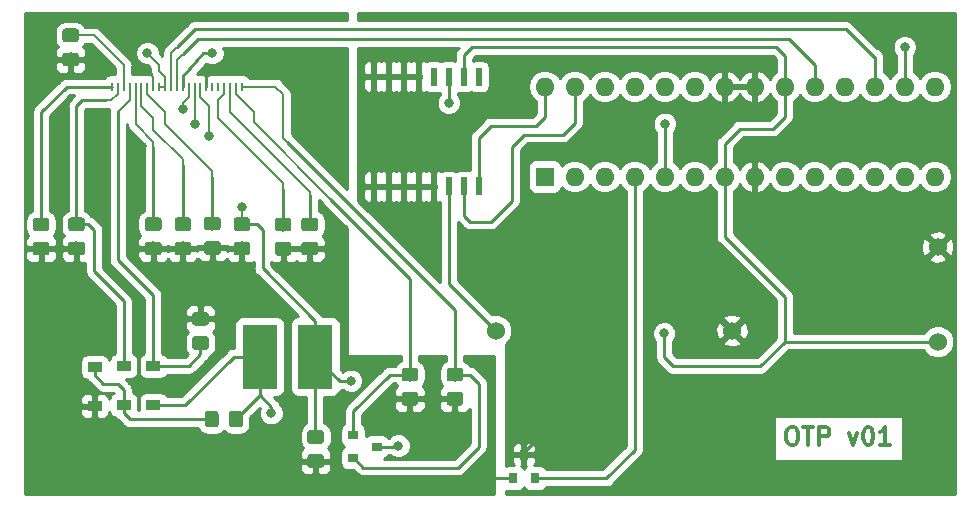
<source format=gbr>
G04 #@! TF.GenerationSoftware,KiCad,Pcbnew,5.0.2-bee76a0~70~ubuntu16.04.1*
G04 #@! TF.CreationDate,2019-03-02T11:38:04+08:00*
G04 #@! TF.ProjectId,OTP,4f54502e-6b69-4636-9164-5f7063625858,v01*
G04 #@! TF.SameCoordinates,Original*
G04 #@! TF.FileFunction,Copper,L1,Top*
G04 #@! TF.FilePolarity,Positive*
%FSLAX46Y46*%
G04 Gerber Fmt 4.6, Leading zero omitted, Abs format (unit mm)*
G04 Created by KiCad (PCBNEW 5.0.2-bee76a0~70~ubuntu16.04.1) date Saturday, 02 March, 2019 11:38:04 AM PST*
%MOMM*%
%LPD*%
G01*
G04 APERTURE LIST*
G04 #@! TA.AperFunction,NonConductor*
%ADD10C,0.300000*%
G04 #@! TD*
G04 #@! TA.AperFunction,SMDPad,CuDef*
%ADD11R,0.200000X0.800000*%
G04 #@! TD*
G04 #@! TA.AperFunction,SMDPad,CuDef*
%ADD12R,0.800000X0.900000*%
G04 #@! TD*
G04 #@! TA.AperFunction,SMDPad,CuDef*
%ADD13R,0.900000X0.800000*%
G04 #@! TD*
G04 #@! TA.AperFunction,ComponentPad*
%ADD14C,1.524000*%
G04 #@! TD*
G04 #@! TA.AperFunction,Conductor*
%ADD15C,0.100000*%
G04 #@! TD*
G04 #@! TA.AperFunction,SMDPad,CuDef*
%ADD16C,1.150000*%
G04 #@! TD*
G04 #@! TA.AperFunction,SMDPad,CuDef*
%ADD17R,1.200000X0.900000*%
G04 #@! TD*
G04 #@! TA.AperFunction,SMDPad,CuDef*
%ADD18R,3.000000X5.500000*%
G04 #@! TD*
G04 #@! TA.AperFunction,ComponentPad*
%ADD19O,1.600000X1.600000*%
G04 #@! TD*
G04 #@! TA.AperFunction,ComponentPad*
%ADD20R,1.600000X1.600000*%
G04 #@! TD*
G04 #@! TA.AperFunction,SMDPad,CuDef*
%ADD21R,0.600000X1.500000*%
G04 #@! TD*
G04 #@! TA.AperFunction,ViaPad*
%ADD22C,0.800000*%
G04 #@! TD*
G04 #@! TA.AperFunction,Conductor*
%ADD23C,0.250000*%
G04 #@! TD*
G04 #@! TA.AperFunction,Conductor*
%ADD24C,0.200000*%
G04 #@! TD*
G04 #@! TA.AperFunction,Conductor*
%ADD25C,0.254000*%
G04 #@! TD*
G04 APERTURE END LIST*
D10*
X204964285Y-82178571D02*
X205250000Y-82178571D01*
X205392857Y-82250000D01*
X205535714Y-82392857D01*
X205607142Y-82678571D01*
X205607142Y-83178571D01*
X205535714Y-83464285D01*
X205392857Y-83607142D01*
X205250000Y-83678571D01*
X204964285Y-83678571D01*
X204821428Y-83607142D01*
X204678571Y-83464285D01*
X204607142Y-83178571D01*
X204607142Y-82678571D01*
X204678571Y-82392857D01*
X204821428Y-82250000D01*
X204964285Y-82178571D01*
X206035714Y-82178571D02*
X206892857Y-82178571D01*
X206464285Y-83678571D02*
X206464285Y-82178571D01*
X207392857Y-83678571D02*
X207392857Y-82178571D01*
X207964285Y-82178571D01*
X208107142Y-82250000D01*
X208178571Y-82321428D01*
X208250000Y-82464285D01*
X208250000Y-82678571D01*
X208178571Y-82821428D01*
X208107142Y-82892857D01*
X207964285Y-82964285D01*
X207392857Y-82964285D01*
X209892857Y-82678571D02*
X210250000Y-83678571D01*
X210607142Y-82678571D01*
X211464285Y-82178571D02*
X211607142Y-82178571D01*
X211750000Y-82250000D01*
X211821428Y-82321428D01*
X211892857Y-82464285D01*
X211964285Y-82750000D01*
X211964285Y-83107142D01*
X211892857Y-83392857D01*
X211821428Y-83535714D01*
X211750000Y-83607142D01*
X211607142Y-83678571D01*
X211464285Y-83678571D01*
X211321428Y-83607142D01*
X211250000Y-83535714D01*
X211178571Y-83392857D01*
X211107142Y-83107142D01*
X211107142Y-82750000D01*
X211178571Y-82464285D01*
X211250000Y-82321428D01*
X211321428Y-82250000D01*
X211464285Y-82178571D01*
X213392857Y-83678571D02*
X212535714Y-83678571D01*
X212964285Y-83678571D02*
X212964285Y-82178571D01*
X212821428Y-82392857D01*
X212678571Y-82535714D01*
X212535714Y-82607142D01*
D11*
G04 #@! TO.P,J1,24*
G04 #@! TO.N,Net-(C6-Pad1)*
X147500000Y-53340000D03*
G04 #@! TO.P,J1,23*
G04 #@! TO.N,PREVGL*
X148000000Y-53340000D03*
G04 #@! TO.P,J1,22*
G04 #@! TO.N,Net-(C9-Pad1)*
X148500000Y-53340000D03*
G04 #@! TO.P,J1,21*
G04 #@! TO.N,PREVGH*
X149000000Y-53340000D03*
G04 #@! TO.P,J1,20*
G04 #@! TO.N,Net-(C5-Pad1)*
X149500000Y-53340000D03*
G04 #@! TO.P,J1,19*
G04 #@! TO.N,Net-(C11-Pad1)*
X150000000Y-53340000D03*
G04 #@! TO.P,J1,18*
G04 #@! TO.N,Net-(C8-Pad1)*
X150500000Y-53340000D03*
G04 #@! TO.P,J1,17*
G04 #@! TO.N,QGND*
X151000000Y-53340000D03*
G04 #@! TO.P,J1,16*
G04 #@! TO.N,VDC*
X151500000Y-53340000D03*
G04 #@! TO.P,J1,15*
X152000000Y-53340000D03*
G04 #@! TO.P,J1,14*
G04 #@! TO.N,SDI*
X152500000Y-53340000D03*
G04 #@! TO.P,J1,13*
G04 #@! TO.N,SCLK*
X153000000Y-53340000D03*
G04 #@! TO.P,J1,12*
G04 #@! TO.N,CS*
X153500000Y-53340000D03*
G04 #@! TO.P,J1,11*
G04 #@! TO.N,DC*
X154000000Y-53340000D03*
G04 #@! TO.P,J1,10*
G04 #@! TO.N,RES*
X154500000Y-53340000D03*
G04 #@! TO.P,J1,9*
G04 #@! TO.N,BUSY*
X155000000Y-53340000D03*
G04 #@! TO.P,J1,8*
G04 #@! TO.N,QGND*
X155500000Y-53340000D03*
G04 #@! TO.P,J1,7*
G04 #@! TO.N,Net-(J1-Pad7)*
X156000000Y-53340000D03*
G04 #@! TO.P,J1,6*
G04 #@! TO.N,Net-(J1-Pad6)*
X156500000Y-53340000D03*
G04 #@! TO.P,J1,5*
G04 #@! TO.N,Net-(C10-Pad1)*
X157000000Y-53340000D03*
G04 #@! TO.P,J1,4*
G04 #@! TO.N,Net-(C7-Pad1)*
X157500000Y-53340000D03*
G04 #@! TO.P,J1,3*
G04 #@! TO.N,RESE*
X158000000Y-53340000D03*
G04 #@! TO.P,J1,2*
G04 #@! TO.N,GDR*
X158500000Y-53340000D03*
G04 #@! TD*
D12*
G04 #@! TO.P,Q2,3*
G04 #@! TO.N,GND*
X182372000Y-84500000D03*
G04 #@! TO.P,Q2,2*
G04 #@! TO.N,Net-(Q2-Pad2)*
X183322000Y-86500000D03*
G04 #@! TO.P,Q2,1*
G04 #@! TO.N,QGND*
X181422000Y-86500000D03*
G04 #@! TD*
D13*
G04 #@! TO.P,Q1,3*
G04 #@! TO.N,Net-(C2-Pad2)*
X169910000Y-83820000D03*
G04 #@! TO.P,Q1,2*
G04 #@! TO.N,GDR*
X167910000Y-84770000D03*
G04 #@! TO.P,Q1,1*
G04 #@! TO.N,RESE*
X167910000Y-82870000D03*
G04 #@! TD*
D14*
G04 #@! TO.P,BT1,2*
G04 #@! TO.N,GND*
X217424000Y-66930000D03*
G04 #@! TO.P,BT1,1*
G04 #@! TO.N,VDC*
X217424000Y-74930000D03*
G04 #@! TD*
G04 #@! TO.P,BT2,1*
G04 #@! TO.N,Batt*
X180000000Y-74000000D03*
G04 #@! TO.P,BT2,2*
G04 #@! TO.N,GND*
X200000000Y-74000000D03*
G04 #@! TD*
D15*
G04 #@! TO.N,QGND*
G04 #@! TO.C,C1*
G36*
X158974505Y-66476204D02*
X158998773Y-66479804D01*
X159022572Y-66485765D01*
X159045671Y-66494030D01*
X159067850Y-66504520D01*
X159088893Y-66517132D01*
X159108599Y-66531747D01*
X159126777Y-66548223D01*
X159143253Y-66566401D01*
X159157868Y-66586107D01*
X159170480Y-66607150D01*
X159180970Y-66629329D01*
X159189235Y-66652428D01*
X159195196Y-66676227D01*
X159198796Y-66700495D01*
X159200000Y-66724999D01*
X159200000Y-67375001D01*
X159198796Y-67399505D01*
X159195196Y-67423773D01*
X159189235Y-67447572D01*
X159180970Y-67470671D01*
X159170480Y-67492850D01*
X159157868Y-67513893D01*
X159143253Y-67533599D01*
X159126777Y-67551777D01*
X159108599Y-67568253D01*
X159088893Y-67582868D01*
X159067850Y-67595480D01*
X159045671Y-67605970D01*
X159022572Y-67614235D01*
X158998773Y-67620196D01*
X158974505Y-67623796D01*
X158950001Y-67625000D01*
X158049999Y-67625000D01*
X158025495Y-67623796D01*
X158001227Y-67620196D01*
X157977428Y-67614235D01*
X157954329Y-67605970D01*
X157932150Y-67595480D01*
X157911107Y-67582868D01*
X157891401Y-67568253D01*
X157873223Y-67551777D01*
X157856747Y-67533599D01*
X157842132Y-67513893D01*
X157829520Y-67492850D01*
X157819030Y-67470671D01*
X157810765Y-67447572D01*
X157804804Y-67423773D01*
X157801204Y-67399505D01*
X157800000Y-67375001D01*
X157800000Y-66724999D01*
X157801204Y-66700495D01*
X157804804Y-66676227D01*
X157810765Y-66652428D01*
X157819030Y-66629329D01*
X157829520Y-66607150D01*
X157842132Y-66586107D01*
X157856747Y-66566401D01*
X157873223Y-66548223D01*
X157891401Y-66531747D01*
X157911107Y-66517132D01*
X157932150Y-66504520D01*
X157954329Y-66494030D01*
X157977428Y-66485765D01*
X158001227Y-66479804D01*
X158025495Y-66476204D01*
X158049999Y-66475000D01*
X158950001Y-66475000D01*
X158974505Y-66476204D01*
X158974505Y-66476204D01*
G37*
D16*
G04 #@! TD*
G04 #@! TO.P,C1,2*
G04 #@! TO.N,QGND*
X158500000Y-67050000D03*
D15*
G04 #@! TO.N,VDC*
G04 #@! TO.C,C1*
G36*
X158974505Y-64426204D02*
X158998773Y-64429804D01*
X159022572Y-64435765D01*
X159045671Y-64444030D01*
X159067850Y-64454520D01*
X159088893Y-64467132D01*
X159108599Y-64481747D01*
X159126777Y-64498223D01*
X159143253Y-64516401D01*
X159157868Y-64536107D01*
X159170480Y-64557150D01*
X159180970Y-64579329D01*
X159189235Y-64602428D01*
X159195196Y-64626227D01*
X159198796Y-64650495D01*
X159200000Y-64674999D01*
X159200000Y-65325001D01*
X159198796Y-65349505D01*
X159195196Y-65373773D01*
X159189235Y-65397572D01*
X159180970Y-65420671D01*
X159170480Y-65442850D01*
X159157868Y-65463893D01*
X159143253Y-65483599D01*
X159126777Y-65501777D01*
X159108599Y-65518253D01*
X159088893Y-65532868D01*
X159067850Y-65545480D01*
X159045671Y-65555970D01*
X159022572Y-65564235D01*
X158998773Y-65570196D01*
X158974505Y-65573796D01*
X158950001Y-65575000D01*
X158049999Y-65575000D01*
X158025495Y-65573796D01*
X158001227Y-65570196D01*
X157977428Y-65564235D01*
X157954329Y-65555970D01*
X157932150Y-65545480D01*
X157911107Y-65532868D01*
X157891401Y-65518253D01*
X157873223Y-65501777D01*
X157856747Y-65483599D01*
X157842132Y-65463893D01*
X157829520Y-65442850D01*
X157819030Y-65420671D01*
X157810765Y-65397572D01*
X157804804Y-65373773D01*
X157801204Y-65349505D01*
X157800000Y-65325001D01*
X157800000Y-64674999D01*
X157801204Y-64650495D01*
X157804804Y-64626227D01*
X157810765Y-64602428D01*
X157819030Y-64579329D01*
X157829520Y-64557150D01*
X157842132Y-64536107D01*
X157856747Y-64516401D01*
X157873223Y-64498223D01*
X157891401Y-64481747D01*
X157911107Y-64467132D01*
X157932150Y-64454520D01*
X157954329Y-64444030D01*
X157977428Y-64435765D01*
X158001227Y-64429804D01*
X158025495Y-64426204D01*
X158049999Y-64425000D01*
X158950001Y-64425000D01*
X158974505Y-64426204D01*
X158974505Y-64426204D01*
G37*
D16*
G04 #@! TD*
G04 #@! TO.P,C1,1*
G04 #@! TO.N,VDC*
X158500000Y-65000000D03*
D15*
G04 #@! TO.N,Net-(C2-Pad2)*
G04 #@! TO.C,C2*
G36*
X158349505Y-80801204D02*
X158373773Y-80804804D01*
X158397572Y-80810765D01*
X158420671Y-80819030D01*
X158442850Y-80829520D01*
X158463893Y-80842132D01*
X158483599Y-80856747D01*
X158501777Y-80873223D01*
X158518253Y-80891401D01*
X158532868Y-80911107D01*
X158545480Y-80932150D01*
X158555970Y-80954329D01*
X158564235Y-80977428D01*
X158570196Y-81001227D01*
X158573796Y-81025495D01*
X158575000Y-81049999D01*
X158575000Y-81950001D01*
X158573796Y-81974505D01*
X158570196Y-81998773D01*
X158564235Y-82022572D01*
X158555970Y-82045671D01*
X158545480Y-82067850D01*
X158532868Y-82088893D01*
X158518253Y-82108599D01*
X158501777Y-82126777D01*
X158483599Y-82143253D01*
X158463893Y-82157868D01*
X158442850Y-82170480D01*
X158420671Y-82180970D01*
X158397572Y-82189235D01*
X158373773Y-82195196D01*
X158349505Y-82198796D01*
X158325001Y-82200000D01*
X157674999Y-82200000D01*
X157650495Y-82198796D01*
X157626227Y-82195196D01*
X157602428Y-82189235D01*
X157579329Y-82180970D01*
X157557150Y-82170480D01*
X157536107Y-82157868D01*
X157516401Y-82143253D01*
X157498223Y-82126777D01*
X157481747Y-82108599D01*
X157467132Y-82088893D01*
X157454520Y-82067850D01*
X157444030Y-82045671D01*
X157435765Y-82022572D01*
X157429804Y-81998773D01*
X157426204Y-81974505D01*
X157425000Y-81950001D01*
X157425000Y-81049999D01*
X157426204Y-81025495D01*
X157429804Y-81001227D01*
X157435765Y-80977428D01*
X157444030Y-80954329D01*
X157454520Y-80932150D01*
X157467132Y-80911107D01*
X157481747Y-80891401D01*
X157498223Y-80873223D01*
X157516401Y-80856747D01*
X157536107Y-80842132D01*
X157557150Y-80829520D01*
X157579329Y-80819030D01*
X157602428Y-80810765D01*
X157626227Y-80804804D01*
X157650495Y-80801204D01*
X157674999Y-80800000D01*
X158325001Y-80800000D01*
X158349505Y-80801204D01*
X158349505Y-80801204D01*
G37*
D16*
G04 #@! TD*
G04 #@! TO.P,C2,2*
G04 #@! TO.N,Net-(C2-Pad2)*
X158000000Y-81500000D03*
D15*
G04 #@! TO.N,Net-(C2-Pad1)*
G04 #@! TO.C,C2*
G36*
X156299505Y-80801204D02*
X156323773Y-80804804D01*
X156347572Y-80810765D01*
X156370671Y-80819030D01*
X156392850Y-80829520D01*
X156413893Y-80842132D01*
X156433599Y-80856747D01*
X156451777Y-80873223D01*
X156468253Y-80891401D01*
X156482868Y-80911107D01*
X156495480Y-80932150D01*
X156505970Y-80954329D01*
X156514235Y-80977428D01*
X156520196Y-81001227D01*
X156523796Y-81025495D01*
X156525000Y-81049999D01*
X156525000Y-81950001D01*
X156523796Y-81974505D01*
X156520196Y-81998773D01*
X156514235Y-82022572D01*
X156505970Y-82045671D01*
X156495480Y-82067850D01*
X156482868Y-82088893D01*
X156468253Y-82108599D01*
X156451777Y-82126777D01*
X156433599Y-82143253D01*
X156413893Y-82157868D01*
X156392850Y-82170480D01*
X156370671Y-82180970D01*
X156347572Y-82189235D01*
X156323773Y-82195196D01*
X156299505Y-82198796D01*
X156275001Y-82200000D01*
X155624999Y-82200000D01*
X155600495Y-82198796D01*
X155576227Y-82195196D01*
X155552428Y-82189235D01*
X155529329Y-82180970D01*
X155507150Y-82170480D01*
X155486107Y-82157868D01*
X155466401Y-82143253D01*
X155448223Y-82126777D01*
X155431747Y-82108599D01*
X155417132Y-82088893D01*
X155404520Y-82067850D01*
X155394030Y-82045671D01*
X155385765Y-82022572D01*
X155379804Y-81998773D01*
X155376204Y-81974505D01*
X155375000Y-81950001D01*
X155375000Y-81049999D01*
X155376204Y-81025495D01*
X155379804Y-81001227D01*
X155385765Y-80977428D01*
X155394030Y-80954329D01*
X155404520Y-80932150D01*
X155417132Y-80911107D01*
X155431747Y-80891401D01*
X155448223Y-80873223D01*
X155466401Y-80856747D01*
X155486107Y-80842132D01*
X155507150Y-80829520D01*
X155529329Y-80819030D01*
X155552428Y-80810765D01*
X155576227Y-80804804D01*
X155600495Y-80801204D01*
X155624999Y-80800000D01*
X156275001Y-80800000D01*
X156299505Y-80801204D01*
X156299505Y-80801204D01*
G37*
D16*
G04 #@! TD*
G04 #@! TO.P,C2,1*
G04 #@! TO.N,Net-(C2-Pad1)*
X155950000Y-81500000D03*
D15*
G04 #@! TO.N,QGND*
G04 #@! TO.C,C3*
G36*
X155474505Y-72426204D02*
X155498773Y-72429804D01*
X155522572Y-72435765D01*
X155545671Y-72444030D01*
X155567850Y-72454520D01*
X155588893Y-72467132D01*
X155608599Y-72481747D01*
X155626777Y-72498223D01*
X155643253Y-72516401D01*
X155657868Y-72536107D01*
X155670480Y-72557150D01*
X155680970Y-72579329D01*
X155689235Y-72602428D01*
X155695196Y-72626227D01*
X155698796Y-72650495D01*
X155700000Y-72674999D01*
X155700000Y-73325001D01*
X155698796Y-73349505D01*
X155695196Y-73373773D01*
X155689235Y-73397572D01*
X155680970Y-73420671D01*
X155670480Y-73442850D01*
X155657868Y-73463893D01*
X155643253Y-73483599D01*
X155626777Y-73501777D01*
X155608599Y-73518253D01*
X155588893Y-73532868D01*
X155567850Y-73545480D01*
X155545671Y-73555970D01*
X155522572Y-73564235D01*
X155498773Y-73570196D01*
X155474505Y-73573796D01*
X155450001Y-73575000D01*
X154549999Y-73575000D01*
X154525495Y-73573796D01*
X154501227Y-73570196D01*
X154477428Y-73564235D01*
X154454329Y-73555970D01*
X154432150Y-73545480D01*
X154411107Y-73532868D01*
X154391401Y-73518253D01*
X154373223Y-73501777D01*
X154356747Y-73483599D01*
X154342132Y-73463893D01*
X154329520Y-73442850D01*
X154319030Y-73420671D01*
X154310765Y-73397572D01*
X154304804Y-73373773D01*
X154301204Y-73349505D01*
X154300000Y-73325001D01*
X154300000Y-72674999D01*
X154301204Y-72650495D01*
X154304804Y-72626227D01*
X154310765Y-72602428D01*
X154319030Y-72579329D01*
X154329520Y-72557150D01*
X154342132Y-72536107D01*
X154356747Y-72516401D01*
X154373223Y-72498223D01*
X154391401Y-72481747D01*
X154411107Y-72467132D01*
X154432150Y-72454520D01*
X154454329Y-72444030D01*
X154477428Y-72435765D01*
X154501227Y-72429804D01*
X154525495Y-72426204D01*
X154549999Y-72425000D01*
X155450001Y-72425000D01*
X155474505Y-72426204D01*
X155474505Y-72426204D01*
G37*
D16*
G04 #@! TD*
G04 #@! TO.P,C3,2*
G04 #@! TO.N,QGND*
X155000000Y-73000000D03*
D15*
G04 #@! TO.N,PREVGH*
G04 #@! TO.C,C3*
G36*
X155474505Y-74476204D02*
X155498773Y-74479804D01*
X155522572Y-74485765D01*
X155545671Y-74494030D01*
X155567850Y-74504520D01*
X155588893Y-74517132D01*
X155608599Y-74531747D01*
X155626777Y-74548223D01*
X155643253Y-74566401D01*
X155657868Y-74586107D01*
X155670480Y-74607150D01*
X155680970Y-74629329D01*
X155689235Y-74652428D01*
X155695196Y-74676227D01*
X155698796Y-74700495D01*
X155700000Y-74724999D01*
X155700000Y-75375001D01*
X155698796Y-75399505D01*
X155695196Y-75423773D01*
X155689235Y-75447572D01*
X155680970Y-75470671D01*
X155670480Y-75492850D01*
X155657868Y-75513893D01*
X155643253Y-75533599D01*
X155626777Y-75551777D01*
X155608599Y-75568253D01*
X155588893Y-75582868D01*
X155567850Y-75595480D01*
X155545671Y-75605970D01*
X155522572Y-75614235D01*
X155498773Y-75620196D01*
X155474505Y-75623796D01*
X155450001Y-75625000D01*
X154549999Y-75625000D01*
X154525495Y-75623796D01*
X154501227Y-75620196D01*
X154477428Y-75614235D01*
X154454329Y-75605970D01*
X154432150Y-75595480D01*
X154411107Y-75582868D01*
X154391401Y-75568253D01*
X154373223Y-75551777D01*
X154356747Y-75533599D01*
X154342132Y-75513893D01*
X154329520Y-75492850D01*
X154319030Y-75470671D01*
X154310765Y-75447572D01*
X154304804Y-75423773D01*
X154301204Y-75399505D01*
X154300000Y-75375001D01*
X154300000Y-74724999D01*
X154301204Y-74700495D01*
X154304804Y-74676227D01*
X154310765Y-74652428D01*
X154319030Y-74629329D01*
X154329520Y-74607150D01*
X154342132Y-74586107D01*
X154356747Y-74566401D01*
X154373223Y-74548223D01*
X154391401Y-74531747D01*
X154411107Y-74517132D01*
X154432150Y-74504520D01*
X154454329Y-74494030D01*
X154477428Y-74485765D01*
X154501227Y-74479804D01*
X154525495Y-74476204D01*
X154549999Y-74475000D01*
X155450001Y-74475000D01*
X155474505Y-74476204D01*
X155474505Y-74476204D01*
G37*
D16*
G04 #@! TD*
G04 #@! TO.P,C3,1*
G04 #@! TO.N,PREVGH*
X155000000Y-75050000D03*
D15*
G04 #@! TO.N,QGND*
G04 #@! TO.C,C4*
G36*
X165224505Y-84476204D02*
X165248773Y-84479804D01*
X165272572Y-84485765D01*
X165295671Y-84494030D01*
X165317850Y-84504520D01*
X165338893Y-84517132D01*
X165358599Y-84531747D01*
X165376777Y-84548223D01*
X165393253Y-84566401D01*
X165407868Y-84586107D01*
X165420480Y-84607150D01*
X165430970Y-84629329D01*
X165439235Y-84652428D01*
X165445196Y-84676227D01*
X165448796Y-84700495D01*
X165450000Y-84724999D01*
X165450000Y-85375001D01*
X165448796Y-85399505D01*
X165445196Y-85423773D01*
X165439235Y-85447572D01*
X165430970Y-85470671D01*
X165420480Y-85492850D01*
X165407868Y-85513893D01*
X165393253Y-85533599D01*
X165376777Y-85551777D01*
X165358599Y-85568253D01*
X165338893Y-85582868D01*
X165317850Y-85595480D01*
X165295671Y-85605970D01*
X165272572Y-85614235D01*
X165248773Y-85620196D01*
X165224505Y-85623796D01*
X165200001Y-85625000D01*
X164299999Y-85625000D01*
X164275495Y-85623796D01*
X164251227Y-85620196D01*
X164227428Y-85614235D01*
X164204329Y-85605970D01*
X164182150Y-85595480D01*
X164161107Y-85582868D01*
X164141401Y-85568253D01*
X164123223Y-85551777D01*
X164106747Y-85533599D01*
X164092132Y-85513893D01*
X164079520Y-85492850D01*
X164069030Y-85470671D01*
X164060765Y-85447572D01*
X164054804Y-85423773D01*
X164051204Y-85399505D01*
X164050000Y-85375001D01*
X164050000Y-84724999D01*
X164051204Y-84700495D01*
X164054804Y-84676227D01*
X164060765Y-84652428D01*
X164069030Y-84629329D01*
X164079520Y-84607150D01*
X164092132Y-84586107D01*
X164106747Y-84566401D01*
X164123223Y-84548223D01*
X164141401Y-84531747D01*
X164161107Y-84517132D01*
X164182150Y-84504520D01*
X164204329Y-84494030D01*
X164227428Y-84485765D01*
X164251227Y-84479804D01*
X164275495Y-84476204D01*
X164299999Y-84475000D01*
X165200001Y-84475000D01*
X165224505Y-84476204D01*
X165224505Y-84476204D01*
G37*
D16*
G04 #@! TD*
G04 #@! TO.P,C4,2*
G04 #@! TO.N,QGND*
X164750000Y-85050000D03*
D15*
G04 #@! TO.N,VDC*
G04 #@! TO.C,C4*
G36*
X165224505Y-82426204D02*
X165248773Y-82429804D01*
X165272572Y-82435765D01*
X165295671Y-82444030D01*
X165317850Y-82454520D01*
X165338893Y-82467132D01*
X165358599Y-82481747D01*
X165376777Y-82498223D01*
X165393253Y-82516401D01*
X165407868Y-82536107D01*
X165420480Y-82557150D01*
X165430970Y-82579329D01*
X165439235Y-82602428D01*
X165445196Y-82626227D01*
X165448796Y-82650495D01*
X165450000Y-82674999D01*
X165450000Y-83325001D01*
X165448796Y-83349505D01*
X165445196Y-83373773D01*
X165439235Y-83397572D01*
X165430970Y-83420671D01*
X165420480Y-83442850D01*
X165407868Y-83463893D01*
X165393253Y-83483599D01*
X165376777Y-83501777D01*
X165358599Y-83518253D01*
X165338893Y-83532868D01*
X165317850Y-83545480D01*
X165295671Y-83555970D01*
X165272572Y-83564235D01*
X165248773Y-83570196D01*
X165224505Y-83573796D01*
X165200001Y-83575000D01*
X164299999Y-83575000D01*
X164275495Y-83573796D01*
X164251227Y-83570196D01*
X164227428Y-83564235D01*
X164204329Y-83555970D01*
X164182150Y-83545480D01*
X164161107Y-83532868D01*
X164141401Y-83518253D01*
X164123223Y-83501777D01*
X164106747Y-83483599D01*
X164092132Y-83463893D01*
X164079520Y-83442850D01*
X164069030Y-83420671D01*
X164060765Y-83397572D01*
X164054804Y-83373773D01*
X164051204Y-83349505D01*
X164050000Y-83325001D01*
X164050000Y-82674999D01*
X164051204Y-82650495D01*
X164054804Y-82626227D01*
X164060765Y-82602428D01*
X164069030Y-82579329D01*
X164079520Y-82557150D01*
X164092132Y-82536107D01*
X164106747Y-82516401D01*
X164123223Y-82498223D01*
X164141401Y-82481747D01*
X164161107Y-82467132D01*
X164182150Y-82454520D01*
X164204329Y-82444030D01*
X164227428Y-82435765D01*
X164251227Y-82429804D01*
X164275495Y-82426204D01*
X164299999Y-82425000D01*
X165200001Y-82425000D01*
X165224505Y-82426204D01*
X165224505Y-82426204D01*
G37*
D16*
G04 #@! TD*
G04 #@! TO.P,C4,1*
G04 #@! TO.N,VDC*
X164750000Y-83000000D03*
D15*
G04 #@! TO.N,QGND*
G04 #@! TO.C,C5*
G36*
X151474505Y-66476204D02*
X151498773Y-66479804D01*
X151522572Y-66485765D01*
X151545671Y-66494030D01*
X151567850Y-66504520D01*
X151588893Y-66517132D01*
X151608599Y-66531747D01*
X151626777Y-66548223D01*
X151643253Y-66566401D01*
X151657868Y-66586107D01*
X151670480Y-66607150D01*
X151680970Y-66629329D01*
X151689235Y-66652428D01*
X151695196Y-66676227D01*
X151698796Y-66700495D01*
X151700000Y-66724999D01*
X151700000Y-67375001D01*
X151698796Y-67399505D01*
X151695196Y-67423773D01*
X151689235Y-67447572D01*
X151680970Y-67470671D01*
X151670480Y-67492850D01*
X151657868Y-67513893D01*
X151643253Y-67533599D01*
X151626777Y-67551777D01*
X151608599Y-67568253D01*
X151588893Y-67582868D01*
X151567850Y-67595480D01*
X151545671Y-67605970D01*
X151522572Y-67614235D01*
X151498773Y-67620196D01*
X151474505Y-67623796D01*
X151450001Y-67625000D01*
X150549999Y-67625000D01*
X150525495Y-67623796D01*
X150501227Y-67620196D01*
X150477428Y-67614235D01*
X150454329Y-67605970D01*
X150432150Y-67595480D01*
X150411107Y-67582868D01*
X150391401Y-67568253D01*
X150373223Y-67551777D01*
X150356747Y-67533599D01*
X150342132Y-67513893D01*
X150329520Y-67492850D01*
X150319030Y-67470671D01*
X150310765Y-67447572D01*
X150304804Y-67423773D01*
X150301204Y-67399505D01*
X150300000Y-67375001D01*
X150300000Y-66724999D01*
X150301204Y-66700495D01*
X150304804Y-66676227D01*
X150310765Y-66652428D01*
X150319030Y-66629329D01*
X150329520Y-66607150D01*
X150342132Y-66586107D01*
X150356747Y-66566401D01*
X150373223Y-66548223D01*
X150391401Y-66531747D01*
X150411107Y-66517132D01*
X150432150Y-66504520D01*
X150454329Y-66494030D01*
X150477428Y-66485765D01*
X150501227Y-66479804D01*
X150525495Y-66476204D01*
X150549999Y-66475000D01*
X151450001Y-66475000D01*
X151474505Y-66476204D01*
X151474505Y-66476204D01*
G37*
D16*
G04 #@! TD*
G04 #@! TO.P,C5,2*
G04 #@! TO.N,QGND*
X151000000Y-67050000D03*
D15*
G04 #@! TO.N,Net-(C5-Pad1)*
G04 #@! TO.C,C5*
G36*
X151474505Y-64426204D02*
X151498773Y-64429804D01*
X151522572Y-64435765D01*
X151545671Y-64444030D01*
X151567850Y-64454520D01*
X151588893Y-64467132D01*
X151608599Y-64481747D01*
X151626777Y-64498223D01*
X151643253Y-64516401D01*
X151657868Y-64536107D01*
X151670480Y-64557150D01*
X151680970Y-64579329D01*
X151689235Y-64602428D01*
X151695196Y-64626227D01*
X151698796Y-64650495D01*
X151700000Y-64674999D01*
X151700000Y-65325001D01*
X151698796Y-65349505D01*
X151695196Y-65373773D01*
X151689235Y-65397572D01*
X151680970Y-65420671D01*
X151670480Y-65442850D01*
X151657868Y-65463893D01*
X151643253Y-65483599D01*
X151626777Y-65501777D01*
X151608599Y-65518253D01*
X151588893Y-65532868D01*
X151567850Y-65545480D01*
X151545671Y-65555970D01*
X151522572Y-65564235D01*
X151498773Y-65570196D01*
X151474505Y-65573796D01*
X151450001Y-65575000D01*
X150549999Y-65575000D01*
X150525495Y-65573796D01*
X150501227Y-65570196D01*
X150477428Y-65564235D01*
X150454329Y-65555970D01*
X150432150Y-65545480D01*
X150411107Y-65532868D01*
X150391401Y-65518253D01*
X150373223Y-65501777D01*
X150356747Y-65483599D01*
X150342132Y-65463893D01*
X150329520Y-65442850D01*
X150319030Y-65420671D01*
X150310765Y-65397572D01*
X150304804Y-65373773D01*
X150301204Y-65349505D01*
X150300000Y-65325001D01*
X150300000Y-64674999D01*
X150301204Y-64650495D01*
X150304804Y-64626227D01*
X150310765Y-64602428D01*
X150319030Y-64579329D01*
X150329520Y-64557150D01*
X150342132Y-64536107D01*
X150356747Y-64516401D01*
X150373223Y-64498223D01*
X150391401Y-64481747D01*
X150411107Y-64467132D01*
X150432150Y-64454520D01*
X150454329Y-64444030D01*
X150477428Y-64435765D01*
X150501227Y-64429804D01*
X150525495Y-64426204D01*
X150549999Y-64425000D01*
X151450001Y-64425000D01*
X151474505Y-64426204D01*
X151474505Y-64426204D01*
G37*
D16*
G04 #@! TD*
G04 #@! TO.P,C5,1*
G04 #@! TO.N,Net-(C5-Pad1)*
X151000000Y-65000000D03*
D15*
G04 #@! TO.N,QGND*
G04 #@! TO.C,C6*
G36*
X141974505Y-66491204D02*
X141998773Y-66494804D01*
X142022572Y-66500765D01*
X142045671Y-66509030D01*
X142067850Y-66519520D01*
X142088893Y-66532132D01*
X142108599Y-66546747D01*
X142126777Y-66563223D01*
X142143253Y-66581401D01*
X142157868Y-66601107D01*
X142170480Y-66622150D01*
X142180970Y-66644329D01*
X142189235Y-66667428D01*
X142195196Y-66691227D01*
X142198796Y-66715495D01*
X142200000Y-66739999D01*
X142200000Y-67390001D01*
X142198796Y-67414505D01*
X142195196Y-67438773D01*
X142189235Y-67462572D01*
X142180970Y-67485671D01*
X142170480Y-67507850D01*
X142157868Y-67528893D01*
X142143253Y-67548599D01*
X142126777Y-67566777D01*
X142108599Y-67583253D01*
X142088893Y-67597868D01*
X142067850Y-67610480D01*
X142045671Y-67620970D01*
X142022572Y-67629235D01*
X141998773Y-67635196D01*
X141974505Y-67638796D01*
X141950001Y-67640000D01*
X141049999Y-67640000D01*
X141025495Y-67638796D01*
X141001227Y-67635196D01*
X140977428Y-67629235D01*
X140954329Y-67620970D01*
X140932150Y-67610480D01*
X140911107Y-67597868D01*
X140891401Y-67583253D01*
X140873223Y-67566777D01*
X140856747Y-67548599D01*
X140842132Y-67528893D01*
X140829520Y-67507850D01*
X140819030Y-67485671D01*
X140810765Y-67462572D01*
X140804804Y-67438773D01*
X140801204Y-67414505D01*
X140800000Y-67390001D01*
X140800000Y-66739999D01*
X140801204Y-66715495D01*
X140804804Y-66691227D01*
X140810765Y-66667428D01*
X140819030Y-66644329D01*
X140829520Y-66622150D01*
X140842132Y-66601107D01*
X140856747Y-66581401D01*
X140873223Y-66563223D01*
X140891401Y-66546747D01*
X140911107Y-66532132D01*
X140932150Y-66519520D01*
X140954329Y-66509030D01*
X140977428Y-66500765D01*
X141001227Y-66494804D01*
X141025495Y-66491204D01*
X141049999Y-66490000D01*
X141950001Y-66490000D01*
X141974505Y-66491204D01*
X141974505Y-66491204D01*
G37*
D16*
G04 #@! TD*
G04 #@! TO.P,C6,2*
G04 #@! TO.N,QGND*
X141500000Y-67065000D03*
D15*
G04 #@! TO.N,Net-(C6-Pad1)*
G04 #@! TO.C,C6*
G36*
X141974505Y-64441204D02*
X141998773Y-64444804D01*
X142022572Y-64450765D01*
X142045671Y-64459030D01*
X142067850Y-64469520D01*
X142088893Y-64482132D01*
X142108599Y-64496747D01*
X142126777Y-64513223D01*
X142143253Y-64531401D01*
X142157868Y-64551107D01*
X142170480Y-64572150D01*
X142180970Y-64594329D01*
X142189235Y-64617428D01*
X142195196Y-64641227D01*
X142198796Y-64665495D01*
X142200000Y-64689999D01*
X142200000Y-65340001D01*
X142198796Y-65364505D01*
X142195196Y-65388773D01*
X142189235Y-65412572D01*
X142180970Y-65435671D01*
X142170480Y-65457850D01*
X142157868Y-65478893D01*
X142143253Y-65498599D01*
X142126777Y-65516777D01*
X142108599Y-65533253D01*
X142088893Y-65547868D01*
X142067850Y-65560480D01*
X142045671Y-65570970D01*
X142022572Y-65579235D01*
X141998773Y-65585196D01*
X141974505Y-65588796D01*
X141950001Y-65590000D01*
X141049999Y-65590000D01*
X141025495Y-65588796D01*
X141001227Y-65585196D01*
X140977428Y-65579235D01*
X140954329Y-65570970D01*
X140932150Y-65560480D01*
X140911107Y-65547868D01*
X140891401Y-65533253D01*
X140873223Y-65516777D01*
X140856747Y-65498599D01*
X140842132Y-65478893D01*
X140829520Y-65457850D01*
X140819030Y-65435671D01*
X140810765Y-65412572D01*
X140804804Y-65388773D01*
X140801204Y-65364505D01*
X140800000Y-65340001D01*
X140800000Y-64689999D01*
X140801204Y-64665495D01*
X140804804Y-64641227D01*
X140810765Y-64617428D01*
X140819030Y-64594329D01*
X140829520Y-64572150D01*
X140842132Y-64551107D01*
X140856747Y-64531401D01*
X140873223Y-64513223D01*
X140891401Y-64496747D01*
X140911107Y-64482132D01*
X140932150Y-64469520D01*
X140954329Y-64459030D01*
X140977428Y-64450765D01*
X141001227Y-64444804D01*
X141025495Y-64441204D01*
X141049999Y-64440000D01*
X141950001Y-64440000D01*
X141974505Y-64441204D01*
X141974505Y-64441204D01*
G37*
D16*
G04 #@! TD*
G04 #@! TO.P,C6,1*
G04 #@! TO.N,Net-(C6-Pad1)*
X141500000Y-65015000D03*
D15*
G04 #@! TO.N,QGND*
G04 #@! TO.C,C7*
G36*
X164724505Y-66491204D02*
X164748773Y-66494804D01*
X164772572Y-66500765D01*
X164795671Y-66509030D01*
X164817850Y-66519520D01*
X164838893Y-66532132D01*
X164858599Y-66546747D01*
X164876777Y-66563223D01*
X164893253Y-66581401D01*
X164907868Y-66601107D01*
X164920480Y-66622150D01*
X164930970Y-66644329D01*
X164939235Y-66667428D01*
X164945196Y-66691227D01*
X164948796Y-66715495D01*
X164950000Y-66739999D01*
X164950000Y-67390001D01*
X164948796Y-67414505D01*
X164945196Y-67438773D01*
X164939235Y-67462572D01*
X164930970Y-67485671D01*
X164920480Y-67507850D01*
X164907868Y-67528893D01*
X164893253Y-67548599D01*
X164876777Y-67566777D01*
X164858599Y-67583253D01*
X164838893Y-67597868D01*
X164817850Y-67610480D01*
X164795671Y-67620970D01*
X164772572Y-67629235D01*
X164748773Y-67635196D01*
X164724505Y-67638796D01*
X164700001Y-67640000D01*
X163799999Y-67640000D01*
X163775495Y-67638796D01*
X163751227Y-67635196D01*
X163727428Y-67629235D01*
X163704329Y-67620970D01*
X163682150Y-67610480D01*
X163661107Y-67597868D01*
X163641401Y-67583253D01*
X163623223Y-67566777D01*
X163606747Y-67548599D01*
X163592132Y-67528893D01*
X163579520Y-67507850D01*
X163569030Y-67485671D01*
X163560765Y-67462572D01*
X163554804Y-67438773D01*
X163551204Y-67414505D01*
X163550000Y-67390001D01*
X163550000Y-66739999D01*
X163551204Y-66715495D01*
X163554804Y-66691227D01*
X163560765Y-66667428D01*
X163569030Y-66644329D01*
X163579520Y-66622150D01*
X163592132Y-66601107D01*
X163606747Y-66581401D01*
X163623223Y-66563223D01*
X163641401Y-66546747D01*
X163661107Y-66532132D01*
X163682150Y-66519520D01*
X163704329Y-66509030D01*
X163727428Y-66500765D01*
X163751227Y-66494804D01*
X163775495Y-66491204D01*
X163799999Y-66490000D01*
X164700001Y-66490000D01*
X164724505Y-66491204D01*
X164724505Y-66491204D01*
G37*
D16*
G04 #@! TD*
G04 #@! TO.P,C7,2*
G04 #@! TO.N,QGND*
X164250000Y-67065000D03*
D15*
G04 #@! TO.N,Net-(C7-Pad1)*
G04 #@! TO.C,C7*
G36*
X164724505Y-64441204D02*
X164748773Y-64444804D01*
X164772572Y-64450765D01*
X164795671Y-64459030D01*
X164817850Y-64469520D01*
X164838893Y-64482132D01*
X164858599Y-64496747D01*
X164876777Y-64513223D01*
X164893253Y-64531401D01*
X164907868Y-64551107D01*
X164920480Y-64572150D01*
X164930970Y-64594329D01*
X164939235Y-64617428D01*
X164945196Y-64641227D01*
X164948796Y-64665495D01*
X164950000Y-64689999D01*
X164950000Y-65340001D01*
X164948796Y-65364505D01*
X164945196Y-65388773D01*
X164939235Y-65412572D01*
X164930970Y-65435671D01*
X164920480Y-65457850D01*
X164907868Y-65478893D01*
X164893253Y-65498599D01*
X164876777Y-65516777D01*
X164858599Y-65533253D01*
X164838893Y-65547868D01*
X164817850Y-65560480D01*
X164795671Y-65570970D01*
X164772572Y-65579235D01*
X164748773Y-65585196D01*
X164724505Y-65588796D01*
X164700001Y-65590000D01*
X163799999Y-65590000D01*
X163775495Y-65588796D01*
X163751227Y-65585196D01*
X163727428Y-65579235D01*
X163704329Y-65570970D01*
X163682150Y-65560480D01*
X163661107Y-65547868D01*
X163641401Y-65533253D01*
X163623223Y-65516777D01*
X163606747Y-65498599D01*
X163592132Y-65478893D01*
X163579520Y-65457850D01*
X163569030Y-65435671D01*
X163560765Y-65412572D01*
X163554804Y-65388773D01*
X163551204Y-65364505D01*
X163550000Y-65340001D01*
X163550000Y-64689999D01*
X163551204Y-64665495D01*
X163554804Y-64641227D01*
X163560765Y-64617428D01*
X163569030Y-64594329D01*
X163579520Y-64572150D01*
X163592132Y-64551107D01*
X163606747Y-64531401D01*
X163623223Y-64513223D01*
X163641401Y-64496747D01*
X163661107Y-64482132D01*
X163682150Y-64469520D01*
X163704329Y-64459030D01*
X163727428Y-64450765D01*
X163751227Y-64444804D01*
X163775495Y-64441204D01*
X163799999Y-64440000D01*
X164700001Y-64440000D01*
X164724505Y-64441204D01*
X164724505Y-64441204D01*
G37*
D16*
G04 #@! TD*
G04 #@! TO.P,C7,1*
G04 #@! TO.N,Net-(C7-Pad1)*
X164250000Y-65015000D03*
D15*
G04 #@! TO.N,QGND*
G04 #@! TO.C,C8*
G36*
X156474505Y-66426204D02*
X156498773Y-66429804D01*
X156522572Y-66435765D01*
X156545671Y-66444030D01*
X156567850Y-66454520D01*
X156588893Y-66467132D01*
X156608599Y-66481747D01*
X156626777Y-66498223D01*
X156643253Y-66516401D01*
X156657868Y-66536107D01*
X156670480Y-66557150D01*
X156680970Y-66579329D01*
X156689235Y-66602428D01*
X156695196Y-66626227D01*
X156698796Y-66650495D01*
X156700000Y-66674999D01*
X156700000Y-67325001D01*
X156698796Y-67349505D01*
X156695196Y-67373773D01*
X156689235Y-67397572D01*
X156680970Y-67420671D01*
X156670480Y-67442850D01*
X156657868Y-67463893D01*
X156643253Y-67483599D01*
X156626777Y-67501777D01*
X156608599Y-67518253D01*
X156588893Y-67532868D01*
X156567850Y-67545480D01*
X156545671Y-67555970D01*
X156522572Y-67564235D01*
X156498773Y-67570196D01*
X156474505Y-67573796D01*
X156450001Y-67575000D01*
X155549999Y-67575000D01*
X155525495Y-67573796D01*
X155501227Y-67570196D01*
X155477428Y-67564235D01*
X155454329Y-67555970D01*
X155432150Y-67545480D01*
X155411107Y-67532868D01*
X155391401Y-67518253D01*
X155373223Y-67501777D01*
X155356747Y-67483599D01*
X155342132Y-67463893D01*
X155329520Y-67442850D01*
X155319030Y-67420671D01*
X155310765Y-67397572D01*
X155304804Y-67373773D01*
X155301204Y-67349505D01*
X155300000Y-67325001D01*
X155300000Y-66674999D01*
X155301204Y-66650495D01*
X155304804Y-66626227D01*
X155310765Y-66602428D01*
X155319030Y-66579329D01*
X155329520Y-66557150D01*
X155342132Y-66536107D01*
X155356747Y-66516401D01*
X155373223Y-66498223D01*
X155391401Y-66481747D01*
X155411107Y-66467132D01*
X155432150Y-66454520D01*
X155454329Y-66444030D01*
X155477428Y-66435765D01*
X155501227Y-66429804D01*
X155525495Y-66426204D01*
X155549999Y-66425000D01*
X156450001Y-66425000D01*
X156474505Y-66426204D01*
X156474505Y-66426204D01*
G37*
D16*
G04 #@! TD*
G04 #@! TO.P,C8,2*
G04 #@! TO.N,QGND*
X156000000Y-67000000D03*
D15*
G04 #@! TO.N,Net-(C8-Pad1)*
G04 #@! TO.C,C8*
G36*
X156474505Y-64376204D02*
X156498773Y-64379804D01*
X156522572Y-64385765D01*
X156545671Y-64394030D01*
X156567850Y-64404520D01*
X156588893Y-64417132D01*
X156608599Y-64431747D01*
X156626777Y-64448223D01*
X156643253Y-64466401D01*
X156657868Y-64486107D01*
X156670480Y-64507150D01*
X156680970Y-64529329D01*
X156689235Y-64552428D01*
X156695196Y-64576227D01*
X156698796Y-64600495D01*
X156700000Y-64624999D01*
X156700000Y-65275001D01*
X156698796Y-65299505D01*
X156695196Y-65323773D01*
X156689235Y-65347572D01*
X156680970Y-65370671D01*
X156670480Y-65392850D01*
X156657868Y-65413893D01*
X156643253Y-65433599D01*
X156626777Y-65451777D01*
X156608599Y-65468253D01*
X156588893Y-65482868D01*
X156567850Y-65495480D01*
X156545671Y-65505970D01*
X156522572Y-65514235D01*
X156498773Y-65520196D01*
X156474505Y-65523796D01*
X156450001Y-65525000D01*
X155549999Y-65525000D01*
X155525495Y-65523796D01*
X155501227Y-65520196D01*
X155477428Y-65514235D01*
X155454329Y-65505970D01*
X155432150Y-65495480D01*
X155411107Y-65482868D01*
X155391401Y-65468253D01*
X155373223Y-65451777D01*
X155356747Y-65433599D01*
X155342132Y-65413893D01*
X155329520Y-65392850D01*
X155319030Y-65370671D01*
X155310765Y-65347572D01*
X155304804Y-65323773D01*
X155301204Y-65299505D01*
X155300000Y-65275001D01*
X155300000Y-64624999D01*
X155301204Y-64600495D01*
X155304804Y-64576227D01*
X155310765Y-64552428D01*
X155319030Y-64529329D01*
X155329520Y-64507150D01*
X155342132Y-64486107D01*
X155356747Y-64466401D01*
X155373223Y-64448223D01*
X155391401Y-64431747D01*
X155411107Y-64417132D01*
X155432150Y-64404520D01*
X155454329Y-64394030D01*
X155477428Y-64385765D01*
X155501227Y-64379804D01*
X155525495Y-64376204D01*
X155549999Y-64375000D01*
X156450001Y-64375000D01*
X156474505Y-64376204D01*
X156474505Y-64376204D01*
G37*
D16*
G04 #@! TD*
G04 #@! TO.P,C8,1*
G04 #@! TO.N,Net-(C8-Pad1)*
X156000000Y-64950000D03*
D15*
G04 #@! TO.N,QGND*
G04 #@! TO.C,C9*
G36*
X144474505Y-50476204D02*
X144498773Y-50479804D01*
X144522572Y-50485765D01*
X144545671Y-50494030D01*
X144567850Y-50504520D01*
X144588893Y-50517132D01*
X144608599Y-50531747D01*
X144626777Y-50548223D01*
X144643253Y-50566401D01*
X144657868Y-50586107D01*
X144670480Y-50607150D01*
X144680970Y-50629329D01*
X144689235Y-50652428D01*
X144695196Y-50676227D01*
X144698796Y-50700495D01*
X144700000Y-50724999D01*
X144700000Y-51375001D01*
X144698796Y-51399505D01*
X144695196Y-51423773D01*
X144689235Y-51447572D01*
X144680970Y-51470671D01*
X144670480Y-51492850D01*
X144657868Y-51513893D01*
X144643253Y-51533599D01*
X144626777Y-51551777D01*
X144608599Y-51568253D01*
X144588893Y-51582868D01*
X144567850Y-51595480D01*
X144545671Y-51605970D01*
X144522572Y-51614235D01*
X144498773Y-51620196D01*
X144474505Y-51623796D01*
X144450001Y-51625000D01*
X143549999Y-51625000D01*
X143525495Y-51623796D01*
X143501227Y-51620196D01*
X143477428Y-51614235D01*
X143454329Y-51605970D01*
X143432150Y-51595480D01*
X143411107Y-51582868D01*
X143391401Y-51568253D01*
X143373223Y-51551777D01*
X143356747Y-51533599D01*
X143342132Y-51513893D01*
X143329520Y-51492850D01*
X143319030Y-51470671D01*
X143310765Y-51447572D01*
X143304804Y-51423773D01*
X143301204Y-51399505D01*
X143300000Y-51375001D01*
X143300000Y-50724999D01*
X143301204Y-50700495D01*
X143304804Y-50676227D01*
X143310765Y-50652428D01*
X143319030Y-50629329D01*
X143329520Y-50607150D01*
X143342132Y-50586107D01*
X143356747Y-50566401D01*
X143373223Y-50548223D01*
X143391401Y-50531747D01*
X143411107Y-50517132D01*
X143432150Y-50504520D01*
X143454329Y-50494030D01*
X143477428Y-50485765D01*
X143501227Y-50479804D01*
X143525495Y-50476204D01*
X143549999Y-50475000D01*
X144450001Y-50475000D01*
X144474505Y-50476204D01*
X144474505Y-50476204D01*
G37*
D16*
G04 #@! TD*
G04 #@! TO.P,C9,2*
G04 #@! TO.N,QGND*
X144000000Y-51050000D03*
D15*
G04 #@! TO.N,Net-(C9-Pad1)*
G04 #@! TO.C,C9*
G36*
X144474505Y-48426204D02*
X144498773Y-48429804D01*
X144522572Y-48435765D01*
X144545671Y-48444030D01*
X144567850Y-48454520D01*
X144588893Y-48467132D01*
X144608599Y-48481747D01*
X144626777Y-48498223D01*
X144643253Y-48516401D01*
X144657868Y-48536107D01*
X144670480Y-48557150D01*
X144680970Y-48579329D01*
X144689235Y-48602428D01*
X144695196Y-48626227D01*
X144698796Y-48650495D01*
X144700000Y-48674999D01*
X144700000Y-49325001D01*
X144698796Y-49349505D01*
X144695196Y-49373773D01*
X144689235Y-49397572D01*
X144680970Y-49420671D01*
X144670480Y-49442850D01*
X144657868Y-49463893D01*
X144643253Y-49483599D01*
X144626777Y-49501777D01*
X144608599Y-49518253D01*
X144588893Y-49532868D01*
X144567850Y-49545480D01*
X144545671Y-49555970D01*
X144522572Y-49564235D01*
X144498773Y-49570196D01*
X144474505Y-49573796D01*
X144450001Y-49575000D01*
X143549999Y-49575000D01*
X143525495Y-49573796D01*
X143501227Y-49570196D01*
X143477428Y-49564235D01*
X143454329Y-49555970D01*
X143432150Y-49545480D01*
X143411107Y-49532868D01*
X143391401Y-49518253D01*
X143373223Y-49501777D01*
X143356747Y-49483599D01*
X143342132Y-49463893D01*
X143329520Y-49442850D01*
X143319030Y-49420671D01*
X143310765Y-49397572D01*
X143304804Y-49373773D01*
X143301204Y-49349505D01*
X143300000Y-49325001D01*
X143300000Y-48674999D01*
X143301204Y-48650495D01*
X143304804Y-48626227D01*
X143310765Y-48602428D01*
X143319030Y-48579329D01*
X143329520Y-48557150D01*
X143342132Y-48536107D01*
X143356747Y-48516401D01*
X143373223Y-48498223D01*
X143391401Y-48481747D01*
X143411107Y-48467132D01*
X143432150Y-48454520D01*
X143454329Y-48444030D01*
X143477428Y-48435765D01*
X143501227Y-48429804D01*
X143525495Y-48426204D01*
X143549999Y-48425000D01*
X144450001Y-48425000D01*
X144474505Y-48426204D01*
X144474505Y-48426204D01*
G37*
D16*
G04 #@! TD*
G04 #@! TO.P,C9,1*
G04 #@! TO.N,Net-(C9-Pad1)*
X144000000Y-49000000D03*
D15*
G04 #@! TO.N,QGND*
G04 #@! TO.C,C10*
G36*
X162474505Y-66500204D02*
X162498773Y-66503804D01*
X162522572Y-66509765D01*
X162545671Y-66518030D01*
X162567850Y-66528520D01*
X162588893Y-66541132D01*
X162608599Y-66555747D01*
X162626777Y-66572223D01*
X162643253Y-66590401D01*
X162657868Y-66610107D01*
X162670480Y-66631150D01*
X162680970Y-66653329D01*
X162689235Y-66676428D01*
X162695196Y-66700227D01*
X162698796Y-66724495D01*
X162700000Y-66748999D01*
X162700000Y-67399001D01*
X162698796Y-67423505D01*
X162695196Y-67447773D01*
X162689235Y-67471572D01*
X162680970Y-67494671D01*
X162670480Y-67516850D01*
X162657868Y-67537893D01*
X162643253Y-67557599D01*
X162626777Y-67575777D01*
X162608599Y-67592253D01*
X162588893Y-67606868D01*
X162567850Y-67619480D01*
X162545671Y-67629970D01*
X162522572Y-67638235D01*
X162498773Y-67644196D01*
X162474505Y-67647796D01*
X162450001Y-67649000D01*
X161549999Y-67649000D01*
X161525495Y-67647796D01*
X161501227Y-67644196D01*
X161477428Y-67638235D01*
X161454329Y-67629970D01*
X161432150Y-67619480D01*
X161411107Y-67606868D01*
X161391401Y-67592253D01*
X161373223Y-67575777D01*
X161356747Y-67557599D01*
X161342132Y-67537893D01*
X161329520Y-67516850D01*
X161319030Y-67494671D01*
X161310765Y-67471572D01*
X161304804Y-67447773D01*
X161301204Y-67423505D01*
X161300000Y-67399001D01*
X161300000Y-66748999D01*
X161301204Y-66724495D01*
X161304804Y-66700227D01*
X161310765Y-66676428D01*
X161319030Y-66653329D01*
X161329520Y-66631150D01*
X161342132Y-66610107D01*
X161356747Y-66590401D01*
X161373223Y-66572223D01*
X161391401Y-66555747D01*
X161411107Y-66541132D01*
X161432150Y-66528520D01*
X161454329Y-66518030D01*
X161477428Y-66509765D01*
X161501227Y-66503804D01*
X161525495Y-66500204D01*
X161549999Y-66499000D01*
X162450001Y-66499000D01*
X162474505Y-66500204D01*
X162474505Y-66500204D01*
G37*
D16*
G04 #@! TD*
G04 #@! TO.P,C10,2*
G04 #@! TO.N,QGND*
X162000000Y-67074000D03*
D15*
G04 #@! TO.N,Net-(C10-Pad1)*
G04 #@! TO.C,C10*
G36*
X162474505Y-64450204D02*
X162498773Y-64453804D01*
X162522572Y-64459765D01*
X162545671Y-64468030D01*
X162567850Y-64478520D01*
X162588893Y-64491132D01*
X162608599Y-64505747D01*
X162626777Y-64522223D01*
X162643253Y-64540401D01*
X162657868Y-64560107D01*
X162670480Y-64581150D01*
X162680970Y-64603329D01*
X162689235Y-64626428D01*
X162695196Y-64650227D01*
X162698796Y-64674495D01*
X162700000Y-64698999D01*
X162700000Y-65349001D01*
X162698796Y-65373505D01*
X162695196Y-65397773D01*
X162689235Y-65421572D01*
X162680970Y-65444671D01*
X162670480Y-65466850D01*
X162657868Y-65487893D01*
X162643253Y-65507599D01*
X162626777Y-65525777D01*
X162608599Y-65542253D01*
X162588893Y-65556868D01*
X162567850Y-65569480D01*
X162545671Y-65579970D01*
X162522572Y-65588235D01*
X162498773Y-65594196D01*
X162474505Y-65597796D01*
X162450001Y-65599000D01*
X161549999Y-65599000D01*
X161525495Y-65597796D01*
X161501227Y-65594196D01*
X161477428Y-65588235D01*
X161454329Y-65579970D01*
X161432150Y-65569480D01*
X161411107Y-65556868D01*
X161391401Y-65542253D01*
X161373223Y-65525777D01*
X161356747Y-65507599D01*
X161342132Y-65487893D01*
X161329520Y-65466850D01*
X161319030Y-65444671D01*
X161310765Y-65421572D01*
X161304804Y-65397773D01*
X161301204Y-65373505D01*
X161300000Y-65349001D01*
X161300000Y-64698999D01*
X161301204Y-64674495D01*
X161304804Y-64650227D01*
X161310765Y-64626428D01*
X161319030Y-64603329D01*
X161329520Y-64581150D01*
X161342132Y-64560107D01*
X161356747Y-64540401D01*
X161373223Y-64522223D01*
X161391401Y-64505747D01*
X161411107Y-64491132D01*
X161432150Y-64478520D01*
X161454329Y-64468030D01*
X161477428Y-64459765D01*
X161501227Y-64453804D01*
X161525495Y-64450204D01*
X161549999Y-64449000D01*
X162450001Y-64449000D01*
X162474505Y-64450204D01*
X162474505Y-64450204D01*
G37*
D16*
G04 #@! TD*
G04 #@! TO.P,C10,1*
G04 #@! TO.N,Net-(C10-Pad1)*
X162000000Y-65024000D03*
D15*
G04 #@! TO.N,QGND*
G04 #@! TO.C,C11*
G36*
X153974505Y-66476204D02*
X153998773Y-66479804D01*
X154022572Y-66485765D01*
X154045671Y-66494030D01*
X154067850Y-66504520D01*
X154088893Y-66517132D01*
X154108599Y-66531747D01*
X154126777Y-66548223D01*
X154143253Y-66566401D01*
X154157868Y-66586107D01*
X154170480Y-66607150D01*
X154180970Y-66629329D01*
X154189235Y-66652428D01*
X154195196Y-66676227D01*
X154198796Y-66700495D01*
X154200000Y-66724999D01*
X154200000Y-67375001D01*
X154198796Y-67399505D01*
X154195196Y-67423773D01*
X154189235Y-67447572D01*
X154180970Y-67470671D01*
X154170480Y-67492850D01*
X154157868Y-67513893D01*
X154143253Y-67533599D01*
X154126777Y-67551777D01*
X154108599Y-67568253D01*
X154088893Y-67582868D01*
X154067850Y-67595480D01*
X154045671Y-67605970D01*
X154022572Y-67614235D01*
X153998773Y-67620196D01*
X153974505Y-67623796D01*
X153950001Y-67625000D01*
X153049999Y-67625000D01*
X153025495Y-67623796D01*
X153001227Y-67620196D01*
X152977428Y-67614235D01*
X152954329Y-67605970D01*
X152932150Y-67595480D01*
X152911107Y-67582868D01*
X152891401Y-67568253D01*
X152873223Y-67551777D01*
X152856747Y-67533599D01*
X152842132Y-67513893D01*
X152829520Y-67492850D01*
X152819030Y-67470671D01*
X152810765Y-67447572D01*
X152804804Y-67423773D01*
X152801204Y-67399505D01*
X152800000Y-67375001D01*
X152800000Y-66724999D01*
X152801204Y-66700495D01*
X152804804Y-66676227D01*
X152810765Y-66652428D01*
X152819030Y-66629329D01*
X152829520Y-66607150D01*
X152842132Y-66586107D01*
X152856747Y-66566401D01*
X152873223Y-66548223D01*
X152891401Y-66531747D01*
X152911107Y-66517132D01*
X152932150Y-66504520D01*
X152954329Y-66494030D01*
X152977428Y-66485765D01*
X153001227Y-66479804D01*
X153025495Y-66476204D01*
X153049999Y-66475000D01*
X153950001Y-66475000D01*
X153974505Y-66476204D01*
X153974505Y-66476204D01*
G37*
D16*
G04 #@! TD*
G04 #@! TO.P,C11,2*
G04 #@! TO.N,QGND*
X153500000Y-67050000D03*
D15*
G04 #@! TO.N,Net-(C11-Pad1)*
G04 #@! TO.C,C11*
G36*
X153974505Y-64426204D02*
X153998773Y-64429804D01*
X154022572Y-64435765D01*
X154045671Y-64444030D01*
X154067850Y-64454520D01*
X154088893Y-64467132D01*
X154108599Y-64481747D01*
X154126777Y-64498223D01*
X154143253Y-64516401D01*
X154157868Y-64536107D01*
X154170480Y-64557150D01*
X154180970Y-64579329D01*
X154189235Y-64602428D01*
X154195196Y-64626227D01*
X154198796Y-64650495D01*
X154200000Y-64674999D01*
X154200000Y-65325001D01*
X154198796Y-65349505D01*
X154195196Y-65373773D01*
X154189235Y-65397572D01*
X154180970Y-65420671D01*
X154170480Y-65442850D01*
X154157868Y-65463893D01*
X154143253Y-65483599D01*
X154126777Y-65501777D01*
X154108599Y-65518253D01*
X154088893Y-65532868D01*
X154067850Y-65545480D01*
X154045671Y-65555970D01*
X154022572Y-65564235D01*
X153998773Y-65570196D01*
X153974505Y-65573796D01*
X153950001Y-65575000D01*
X153049999Y-65575000D01*
X153025495Y-65573796D01*
X153001227Y-65570196D01*
X152977428Y-65564235D01*
X152954329Y-65555970D01*
X152932150Y-65545480D01*
X152911107Y-65532868D01*
X152891401Y-65518253D01*
X152873223Y-65501777D01*
X152856747Y-65483599D01*
X152842132Y-65463893D01*
X152829520Y-65442850D01*
X152819030Y-65420671D01*
X152810765Y-65397572D01*
X152804804Y-65373773D01*
X152801204Y-65349505D01*
X152800000Y-65325001D01*
X152800000Y-64674999D01*
X152801204Y-64650495D01*
X152804804Y-64626227D01*
X152810765Y-64602428D01*
X152819030Y-64579329D01*
X152829520Y-64557150D01*
X152842132Y-64536107D01*
X152856747Y-64516401D01*
X152873223Y-64498223D01*
X152891401Y-64481747D01*
X152911107Y-64467132D01*
X152932150Y-64454520D01*
X152954329Y-64444030D01*
X152977428Y-64435765D01*
X153001227Y-64429804D01*
X153025495Y-64426204D01*
X153049999Y-64425000D01*
X153950001Y-64425000D01*
X153974505Y-64426204D01*
X153974505Y-64426204D01*
G37*
D16*
G04 #@! TD*
G04 #@! TO.P,C11,1*
G04 #@! TO.N,Net-(C11-Pad1)*
X153500000Y-65000000D03*
D15*
G04 #@! TO.N,QGND*
G04 #@! TO.C,C12*
G36*
X144974505Y-66476204D02*
X144998773Y-66479804D01*
X145022572Y-66485765D01*
X145045671Y-66494030D01*
X145067850Y-66504520D01*
X145088893Y-66517132D01*
X145108599Y-66531747D01*
X145126777Y-66548223D01*
X145143253Y-66566401D01*
X145157868Y-66586107D01*
X145170480Y-66607150D01*
X145180970Y-66629329D01*
X145189235Y-66652428D01*
X145195196Y-66676227D01*
X145198796Y-66700495D01*
X145200000Y-66724999D01*
X145200000Y-67375001D01*
X145198796Y-67399505D01*
X145195196Y-67423773D01*
X145189235Y-67447572D01*
X145180970Y-67470671D01*
X145170480Y-67492850D01*
X145157868Y-67513893D01*
X145143253Y-67533599D01*
X145126777Y-67551777D01*
X145108599Y-67568253D01*
X145088893Y-67582868D01*
X145067850Y-67595480D01*
X145045671Y-67605970D01*
X145022572Y-67614235D01*
X144998773Y-67620196D01*
X144974505Y-67623796D01*
X144950001Y-67625000D01*
X144049999Y-67625000D01*
X144025495Y-67623796D01*
X144001227Y-67620196D01*
X143977428Y-67614235D01*
X143954329Y-67605970D01*
X143932150Y-67595480D01*
X143911107Y-67582868D01*
X143891401Y-67568253D01*
X143873223Y-67551777D01*
X143856747Y-67533599D01*
X143842132Y-67513893D01*
X143829520Y-67492850D01*
X143819030Y-67470671D01*
X143810765Y-67447572D01*
X143804804Y-67423773D01*
X143801204Y-67399505D01*
X143800000Y-67375001D01*
X143800000Y-66724999D01*
X143801204Y-66700495D01*
X143804804Y-66676227D01*
X143810765Y-66652428D01*
X143819030Y-66629329D01*
X143829520Y-66607150D01*
X143842132Y-66586107D01*
X143856747Y-66566401D01*
X143873223Y-66548223D01*
X143891401Y-66531747D01*
X143911107Y-66517132D01*
X143932150Y-66504520D01*
X143954329Y-66494030D01*
X143977428Y-66485765D01*
X144001227Y-66479804D01*
X144025495Y-66476204D01*
X144049999Y-66475000D01*
X144950001Y-66475000D01*
X144974505Y-66476204D01*
X144974505Y-66476204D01*
G37*
D16*
G04 #@! TD*
G04 #@! TO.P,C12,2*
G04 #@! TO.N,QGND*
X144500000Y-67050000D03*
D15*
G04 #@! TO.N,PREVGL*
G04 #@! TO.C,C12*
G36*
X144974505Y-64426204D02*
X144998773Y-64429804D01*
X145022572Y-64435765D01*
X145045671Y-64444030D01*
X145067850Y-64454520D01*
X145088893Y-64467132D01*
X145108599Y-64481747D01*
X145126777Y-64498223D01*
X145143253Y-64516401D01*
X145157868Y-64536107D01*
X145170480Y-64557150D01*
X145180970Y-64579329D01*
X145189235Y-64602428D01*
X145195196Y-64626227D01*
X145198796Y-64650495D01*
X145200000Y-64674999D01*
X145200000Y-65325001D01*
X145198796Y-65349505D01*
X145195196Y-65373773D01*
X145189235Y-65397572D01*
X145180970Y-65420671D01*
X145170480Y-65442850D01*
X145157868Y-65463893D01*
X145143253Y-65483599D01*
X145126777Y-65501777D01*
X145108599Y-65518253D01*
X145088893Y-65532868D01*
X145067850Y-65545480D01*
X145045671Y-65555970D01*
X145022572Y-65564235D01*
X144998773Y-65570196D01*
X144974505Y-65573796D01*
X144950001Y-65575000D01*
X144049999Y-65575000D01*
X144025495Y-65573796D01*
X144001227Y-65570196D01*
X143977428Y-65564235D01*
X143954329Y-65555970D01*
X143932150Y-65545480D01*
X143911107Y-65532868D01*
X143891401Y-65518253D01*
X143873223Y-65501777D01*
X143856747Y-65483599D01*
X143842132Y-65463893D01*
X143829520Y-65442850D01*
X143819030Y-65420671D01*
X143810765Y-65397572D01*
X143804804Y-65373773D01*
X143801204Y-65349505D01*
X143800000Y-65325001D01*
X143800000Y-64674999D01*
X143801204Y-64650495D01*
X143804804Y-64626227D01*
X143810765Y-64602428D01*
X143819030Y-64579329D01*
X143829520Y-64557150D01*
X143842132Y-64536107D01*
X143856747Y-64516401D01*
X143873223Y-64498223D01*
X143891401Y-64481747D01*
X143911107Y-64467132D01*
X143932150Y-64454520D01*
X143954329Y-64444030D01*
X143977428Y-64435765D01*
X144001227Y-64429804D01*
X144025495Y-64426204D01*
X144049999Y-64425000D01*
X144950001Y-64425000D01*
X144974505Y-64426204D01*
X144974505Y-64426204D01*
G37*
D16*
G04 #@! TD*
G04 #@! TO.P,C12,1*
G04 #@! TO.N,PREVGL*
X144500000Y-65000000D03*
D17*
G04 #@! TO.P,D1,2*
G04 #@! TO.N,PREVGL*
X148500000Y-77000000D03*
G04 #@! TO.P,D1,1*
G04 #@! TO.N,Net-(C2-Pad1)*
X148500000Y-80300000D03*
G04 #@! TD*
G04 #@! TO.P,D2,2*
G04 #@! TO.N,Net-(C2-Pad1)*
X146050000Y-77090000D03*
G04 #@! TO.P,D2,1*
G04 #@! TO.N,QGND*
X146050000Y-80390000D03*
G04 #@! TD*
G04 #@! TO.P,D3,2*
G04 #@! TO.N,Net-(C2-Pad2)*
X151000000Y-80300000D03*
G04 #@! TO.P,D3,1*
G04 #@! TO.N,PREVGH*
X151000000Y-77000000D03*
G04 #@! TD*
D18*
G04 #@! TO.P,L1,2*
G04 #@! TO.N,Net-(C2-Pad2)*
X160020000Y-76200000D03*
G04 #@! TO.P,L1,1*
G04 #@! TO.N,VDC*
X164720000Y-76200000D03*
G04 #@! TD*
D15*
G04 #@! TO.N,QGND*
G04 #@! TO.C,R1*
G36*
X177004505Y-79200204D02*
X177028773Y-79203804D01*
X177052572Y-79209765D01*
X177075671Y-79218030D01*
X177097850Y-79228520D01*
X177118893Y-79241132D01*
X177138599Y-79255747D01*
X177156777Y-79272223D01*
X177173253Y-79290401D01*
X177187868Y-79310107D01*
X177200480Y-79331150D01*
X177210970Y-79353329D01*
X177219235Y-79376428D01*
X177225196Y-79400227D01*
X177228796Y-79424495D01*
X177230000Y-79448999D01*
X177230000Y-80099001D01*
X177228796Y-80123505D01*
X177225196Y-80147773D01*
X177219235Y-80171572D01*
X177210970Y-80194671D01*
X177200480Y-80216850D01*
X177187868Y-80237893D01*
X177173253Y-80257599D01*
X177156777Y-80275777D01*
X177138599Y-80292253D01*
X177118893Y-80306868D01*
X177097850Y-80319480D01*
X177075671Y-80329970D01*
X177052572Y-80338235D01*
X177028773Y-80344196D01*
X177004505Y-80347796D01*
X176980001Y-80349000D01*
X176079999Y-80349000D01*
X176055495Y-80347796D01*
X176031227Y-80344196D01*
X176007428Y-80338235D01*
X175984329Y-80329970D01*
X175962150Y-80319480D01*
X175941107Y-80306868D01*
X175921401Y-80292253D01*
X175903223Y-80275777D01*
X175886747Y-80257599D01*
X175872132Y-80237893D01*
X175859520Y-80216850D01*
X175849030Y-80194671D01*
X175840765Y-80171572D01*
X175834804Y-80147773D01*
X175831204Y-80123505D01*
X175830000Y-80099001D01*
X175830000Y-79448999D01*
X175831204Y-79424495D01*
X175834804Y-79400227D01*
X175840765Y-79376428D01*
X175849030Y-79353329D01*
X175859520Y-79331150D01*
X175872132Y-79310107D01*
X175886747Y-79290401D01*
X175903223Y-79272223D01*
X175921401Y-79255747D01*
X175941107Y-79241132D01*
X175962150Y-79228520D01*
X175984329Y-79218030D01*
X176007428Y-79209765D01*
X176031227Y-79203804D01*
X176055495Y-79200204D01*
X176079999Y-79199000D01*
X176980001Y-79199000D01*
X177004505Y-79200204D01*
X177004505Y-79200204D01*
G37*
D16*
G04 #@! TD*
G04 #@! TO.P,R1,2*
G04 #@! TO.N,QGND*
X176530000Y-79774000D03*
D15*
G04 #@! TO.N,GDR*
G04 #@! TO.C,R1*
G36*
X177004505Y-77150204D02*
X177028773Y-77153804D01*
X177052572Y-77159765D01*
X177075671Y-77168030D01*
X177097850Y-77178520D01*
X177118893Y-77191132D01*
X177138599Y-77205747D01*
X177156777Y-77222223D01*
X177173253Y-77240401D01*
X177187868Y-77260107D01*
X177200480Y-77281150D01*
X177210970Y-77303329D01*
X177219235Y-77326428D01*
X177225196Y-77350227D01*
X177228796Y-77374495D01*
X177230000Y-77398999D01*
X177230000Y-78049001D01*
X177228796Y-78073505D01*
X177225196Y-78097773D01*
X177219235Y-78121572D01*
X177210970Y-78144671D01*
X177200480Y-78166850D01*
X177187868Y-78187893D01*
X177173253Y-78207599D01*
X177156777Y-78225777D01*
X177138599Y-78242253D01*
X177118893Y-78256868D01*
X177097850Y-78269480D01*
X177075671Y-78279970D01*
X177052572Y-78288235D01*
X177028773Y-78294196D01*
X177004505Y-78297796D01*
X176980001Y-78299000D01*
X176079999Y-78299000D01*
X176055495Y-78297796D01*
X176031227Y-78294196D01*
X176007428Y-78288235D01*
X175984329Y-78279970D01*
X175962150Y-78269480D01*
X175941107Y-78256868D01*
X175921401Y-78242253D01*
X175903223Y-78225777D01*
X175886747Y-78207599D01*
X175872132Y-78187893D01*
X175859520Y-78166850D01*
X175849030Y-78144671D01*
X175840765Y-78121572D01*
X175834804Y-78097773D01*
X175831204Y-78073505D01*
X175830000Y-78049001D01*
X175830000Y-77398999D01*
X175831204Y-77374495D01*
X175834804Y-77350227D01*
X175840765Y-77326428D01*
X175849030Y-77303329D01*
X175859520Y-77281150D01*
X175872132Y-77260107D01*
X175886747Y-77240401D01*
X175903223Y-77222223D01*
X175921401Y-77205747D01*
X175941107Y-77191132D01*
X175962150Y-77178520D01*
X175984329Y-77168030D01*
X176007428Y-77159765D01*
X176031227Y-77153804D01*
X176055495Y-77150204D01*
X176079999Y-77149000D01*
X176980001Y-77149000D01*
X177004505Y-77150204D01*
X177004505Y-77150204D01*
G37*
D16*
G04 #@! TD*
G04 #@! TO.P,R1,1*
G04 #@! TO.N,GDR*
X176530000Y-77724000D03*
D15*
G04 #@! TO.N,QGND*
G04 #@! TO.C,R2*
G36*
X173194505Y-79200204D02*
X173218773Y-79203804D01*
X173242572Y-79209765D01*
X173265671Y-79218030D01*
X173287850Y-79228520D01*
X173308893Y-79241132D01*
X173328599Y-79255747D01*
X173346777Y-79272223D01*
X173363253Y-79290401D01*
X173377868Y-79310107D01*
X173390480Y-79331150D01*
X173400970Y-79353329D01*
X173409235Y-79376428D01*
X173415196Y-79400227D01*
X173418796Y-79424495D01*
X173420000Y-79448999D01*
X173420000Y-80099001D01*
X173418796Y-80123505D01*
X173415196Y-80147773D01*
X173409235Y-80171572D01*
X173400970Y-80194671D01*
X173390480Y-80216850D01*
X173377868Y-80237893D01*
X173363253Y-80257599D01*
X173346777Y-80275777D01*
X173328599Y-80292253D01*
X173308893Y-80306868D01*
X173287850Y-80319480D01*
X173265671Y-80329970D01*
X173242572Y-80338235D01*
X173218773Y-80344196D01*
X173194505Y-80347796D01*
X173170001Y-80349000D01*
X172269999Y-80349000D01*
X172245495Y-80347796D01*
X172221227Y-80344196D01*
X172197428Y-80338235D01*
X172174329Y-80329970D01*
X172152150Y-80319480D01*
X172131107Y-80306868D01*
X172111401Y-80292253D01*
X172093223Y-80275777D01*
X172076747Y-80257599D01*
X172062132Y-80237893D01*
X172049520Y-80216850D01*
X172039030Y-80194671D01*
X172030765Y-80171572D01*
X172024804Y-80147773D01*
X172021204Y-80123505D01*
X172020000Y-80099001D01*
X172020000Y-79448999D01*
X172021204Y-79424495D01*
X172024804Y-79400227D01*
X172030765Y-79376428D01*
X172039030Y-79353329D01*
X172049520Y-79331150D01*
X172062132Y-79310107D01*
X172076747Y-79290401D01*
X172093223Y-79272223D01*
X172111401Y-79255747D01*
X172131107Y-79241132D01*
X172152150Y-79228520D01*
X172174329Y-79218030D01*
X172197428Y-79209765D01*
X172221227Y-79203804D01*
X172245495Y-79200204D01*
X172269999Y-79199000D01*
X173170001Y-79199000D01*
X173194505Y-79200204D01*
X173194505Y-79200204D01*
G37*
D16*
G04 #@! TD*
G04 #@! TO.P,R2,2*
G04 #@! TO.N,QGND*
X172720000Y-79774000D03*
D15*
G04 #@! TO.N,RESE*
G04 #@! TO.C,R2*
G36*
X173194505Y-77150204D02*
X173218773Y-77153804D01*
X173242572Y-77159765D01*
X173265671Y-77168030D01*
X173287850Y-77178520D01*
X173308893Y-77191132D01*
X173328599Y-77205747D01*
X173346777Y-77222223D01*
X173363253Y-77240401D01*
X173377868Y-77260107D01*
X173390480Y-77281150D01*
X173400970Y-77303329D01*
X173409235Y-77326428D01*
X173415196Y-77350227D01*
X173418796Y-77374495D01*
X173420000Y-77398999D01*
X173420000Y-78049001D01*
X173418796Y-78073505D01*
X173415196Y-78097773D01*
X173409235Y-78121572D01*
X173400970Y-78144671D01*
X173390480Y-78166850D01*
X173377868Y-78187893D01*
X173363253Y-78207599D01*
X173346777Y-78225777D01*
X173328599Y-78242253D01*
X173308893Y-78256868D01*
X173287850Y-78269480D01*
X173265671Y-78279970D01*
X173242572Y-78288235D01*
X173218773Y-78294196D01*
X173194505Y-78297796D01*
X173170001Y-78299000D01*
X172269999Y-78299000D01*
X172245495Y-78297796D01*
X172221227Y-78294196D01*
X172197428Y-78288235D01*
X172174329Y-78279970D01*
X172152150Y-78269480D01*
X172131107Y-78256868D01*
X172111401Y-78242253D01*
X172093223Y-78225777D01*
X172076747Y-78207599D01*
X172062132Y-78187893D01*
X172049520Y-78166850D01*
X172039030Y-78144671D01*
X172030765Y-78121572D01*
X172024804Y-78097773D01*
X172021204Y-78073505D01*
X172020000Y-78049001D01*
X172020000Y-77398999D01*
X172021204Y-77374495D01*
X172024804Y-77350227D01*
X172030765Y-77326428D01*
X172039030Y-77303329D01*
X172049520Y-77281150D01*
X172062132Y-77260107D01*
X172076747Y-77240401D01*
X172093223Y-77222223D01*
X172111401Y-77205747D01*
X172131107Y-77191132D01*
X172152150Y-77178520D01*
X172174329Y-77168030D01*
X172197428Y-77159765D01*
X172221227Y-77153804D01*
X172245495Y-77150204D01*
X172269999Y-77149000D01*
X173170001Y-77149000D01*
X173194505Y-77150204D01*
X173194505Y-77150204D01*
G37*
D16*
G04 #@! TD*
G04 #@! TO.P,R2,1*
G04 #@! TO.N,RESE*
X172720000Y-77724000D03*
D19*
G04 #@! TO.P,U1,28*
G04 #@! TO.N,SCL*
X184150000Y-53340000D03*
G04 #@! TO.P,U1,14*
G04 #@! TO.N,RES*
X217170000Y-60960000D03*
G04 #@! TO.P,U1,27*
G04 #@! TO.N,SDA*
X186690000Y-53340000D03*
G04 #@! TO.P,U1,13*
G04 #@! TO.N,BUSY*
X214630000Y-60960000D03*
G04 #@! TO.P,U1,26*
G04 #@! TO.N,Net-(U1-Pad26)*
X189230000Y-53340000D03*
G04 #@! TO.P,U1,12*
G04 #@! TO.N,Net-(U1-Pad12)*
X212090000Y-60960000D03*
G04 #@! TO.P,U1,25*
G04 #@! TO.N,Net-(U1-Pad25)*
X191770000Y-53340000D03*
G04 #@! TO.P,U1,11*
G04 #@! TO.N,Net-(U1-Pad11)*
X209550000Y-60960000D03*
G04 #@! TO.P,U1,24*
G04 #@! TO.N,Net-(U1-Pad24)*
X194310000Y-53340000D03*
G04 #@! TO.P,U1,10*
G04 #@! TO.N,Net-(U1-Pad10)*
X207010000Y-60960000D03*
G04 #@! TO.P,U1,23*
G04 #@! TO.N,Net-(U1-Pad23)*
X196850000Y-53340000D03*
G04 #@! TO.P,U1,9*
G04 #@! TO.N,Net-(U1-Pad9)*
X204470000Y-60960000D03*
G04 #@! TO.P,U1,22*
G04 #@! TO.N,GND*
X199390000Y-53340000D03*
G04 #@! TO.P,U1,8*
X201930000Y-60960000D03*
G04 #@! TO.P,U1,21*
X201930000Y-53340000D03*
G04 #@! TO.P,U1,7*
G04 #@! TO.N,VDC*
X199390000Y-60960000D03*
G04 #@! TO.P,U1,20*
X204470000Y-53340000D03*
G04 #@! TO.P,U1,6*
G04 #@! TO.N,Net-(U1-Pad6)*
X196850000Y-60960000D03*
G04 #@! TO.P,U1,19*
G04 #@! TO.N,SCLK*
X207010000Y-53340000D03*
G04 #@! TO.P,U1,5*
G04 #@! TO.N,Net-(U1-Pad5)*
X194310000Y-60960000D03*
G04 #@! TO.P,U1,18*
G04 #@! TO.N,Net-(U1-Pad18)*
X209550000Y-53340000D03*
G04 #@! TO.P,U1,4*
G04 #@! TO.N,Net-(Q2-Pad2)*
X191770000Y-60960000D03*
G04 #@! TO.P,U1,17*
G04 #@! TO.N,SDI*
X212090000Y-53340000D03*
G04 #@! TO.P,U1,3*
G04 #@! TO.N,Net-(U1-Pad3)*
X189230000Y-60960000D03*
G04 #@! TO.P,U1,16*
G04 #@! TO.N,CS*
X214630000Y-53340000D03*
G04 #@! TO.P,U1,2*
G04 #@! TO.N,Net-(U1-Pad2)*
X186690000Y-60960000D03*
G04 #@! TO.P,U1,15*
G04 #@! TO.N,DC*
X217170000Y-53340000D03*
D20*
G04 #@! TO.P,U1,1*
G04 #@! TO.N,Net-(U1-Pad1)*
X184150000Y-60960000D03*
G04 #@! TD*
D21*
G04 #@! TO.P,U2,16*
G04 #@! TO.N,SCL*
X178562000Y-61800000D03*
G04 #@! TO.P,U2,15*
G04 #@! TO.N,SDA*
X177292000Y-61800000D03*
G04 #@! TO.P,U2,14*
G04 #@! TO.N,Batt*
X176022000Y-61800000D03*
G04 #@! TO.P,U2,13*
G04 #@! TO.N,GND*
X174752000Y-61800000D03*
G04 #@! TO.P,U2,12*
X173482000Y-61800000D03*
G04 #@! TO.P,U2,11*
X172212000Y-61800000D03*
G04 #@! TO.P,U2,10*
X170942000Y-61800000D03*
G04 #@! TO.P,U2,9*
X169672000Y-61800000D03*
G04 #@! TO.P,U2,8*
X169672000Y-52500000D03*
G04 #@! TO.P,U2,7*
X170942000Y-52500000D03*
G04 #@! TO.P,U2,6*
X172212000Y-52500000D03*
G04 #@! TO.P,U2,5*
X173482000Y-52500000D03*
G04 #@! TO.P,U2,4*
G04 #@! TO.N,Net-(U2-Pad4)*
X174752000Y-52500000D03*
G04 #@! TO.P,U2,3*
G04 #@! TO.N,Net-(U1-Pad5)*
X176022000Y-52500000D03*
G04 #@! TO.P,U2,2*
G04 #@! TO.N,VDC*
X177292000Y-52500000D03*
G04 #@! TO.P,U2,1*
G04 #@! TO.N,Net-(U2-Pad1)*
X178562000Y-52500000D03*
G04 #@! TD*
D22*
G04 #@! TO.N,VDC*
X194250000Y-74250000D03*
X167750000Y-78250000D03*
X150500000Y-50500000D03*
X158500000Y-63500000D03*
G04 #@! TO.N,GND*
X207000000Y-58000000D03*
X197000000Y-58000000D03*
X208534000Y-71374000D03*
G04 #@! TO.N,QGND*
X178500000Y-86750000D03*
X175250000Y-83250000D03*
X164000000Y-69250000D03*
X166500000Y-59250000D03*
G04 #@! TO.N,Net-(C2-Pad2)*
X161000000Y-81000000D03*
X171750000Y-83750000D03*
G04 #@! TO.N,BUSY*
X155750000Y-57500000D03*
G04 #@! TO.N,RES*
X154500000Y-56500000D03*
G04 #@! TO.N,DC*
X153500000Y-55250000D03*
G04 #@! TO.N,CS*
X214630000Y-50000000D03*
X156000000Y-50500000D03*
G04 #@! TO.N,Net-(U1-Pad5)*
X176022000Y-54728000D03*
X194310000Y-56500000D03*
G04 #@! TD*
D23*
G04 #@! TO.N,VDC*
X204470000Y-55880000D02*
X203454000Y-56896000D01*
X204470000Y-53340000D02*
X204470000Y-55880000D01*
X203454000Y-56896000D02*
X200660000Y-56896000D01*
X200660000Y-56896000D02*
X199390000Y-58166000D01*
X199390000Y-58166000D02*
X199390000Y-60960000D01*
X199390000Y-66040000D02*
X199390000Y-60960000D01*
X204470000Y-71120000D02*
X199390000Y-66040000D01*
X159750000Y-65000000D02*
X158500000Y-65000000D01*
X164720000Y-76200000D02*
X164720000Y-73200000D01*
X160250000Y-68730000D02*
X160250000Y-65500000D01*
X164720000Y-73200000D02*
X160250000Y-68730000D01*
X160250000Y-65500000D02*
X159750000Y-65000000D01*
X164720000Y-82970000D02*
X164750000Y-83000000D01*
X164720000Y-76200000D02*
X164720000Y-82970000D01*
X194250000Y-74250000D02*
X194250000Y-74250000D01*
X166770000Y-78250000D02*
X164720000Y-76200000D01*
X166770000Y-78250000D02*
X167750000Y-78250000D01*
X177292000Y-50708000D02*
X177292000Y-52500000D01*
X204470000Y-53340000D02*
X204470000Y-50720000D01*
X216346370Y-74930000D02*
X204470000Y-74930000D01*
X217424000Y-74930000D02*
X216346370Y-74930000D01*
X204470000Y-74930000D02*
X204470000Y-71120000D01*
X202400000Y-77000000D02*
X204470000Y-74930000D01*
X195000000Y-77000000D02*
X202400000Y-77000000D01*
X194250000Y-76250000D02*
X195000000Y-77000000D01*
X194250000Y-74250000D02*
X194250000Y-76250000D01*
X204470000Y-50720000D02*
X203750000Y-50000000D01*
X203750000Y-50000000D02*
X178000000Y-50000000D01*
X178000000Y-50000000D02*
X177292000Y-50708000D01*
D24*
X151500000Y-53340000D02*
X152000000Y-53340000D01*
X158500000Y-65000000D02*
X158500000Y-63500000D01*
X152000000Y-53340000D02*
X152000000Y-52500000D01*
X152000000Y-52500000D02*
X151500000Y-52000000D01*
X151500000Y-52000000D02*
X151500000Y-51500000D01*
X151500000Y-51500000D02*
X150500000Y-50500000D01*
X150500000Y-50500000D02*
X150500000Y-50500000D01*
X158500000Y-63500000D02*
X158500000Y-63500000D01*
D23*
G04 #@! TO.N,GND*
X182372000Y-84294000D02*
X186944000Y-79722000D01*
X182372000Y-84344000D02*
X182372000Y-84294000D01*
X186944000Y-79722000D02*
X186944000Y-63246000D01*
X186944000Y-63246000D02*
X186944000Y-62992000D01*
G04 #@! TO.N,Batt*
X176022000Y-62800000D02*
X176022000Y-61800000D01*
X176022000Y-63628410D02*
X176022000Y-62800000D01*
X180000000Y-74000000D02*
X176022000Y-70022000D01*
X176022000Y-70022000D02*
X176022000Y-61800000D01*
G04 #@! TO.N,QGND*
X155500000Y-53340000D02*
X155500000Y-52490000D01*
X155500000Y-52490000D02*
X155500000Y-51600000D01*
D24*
X151000000Y-52500000D02*
X150500000Y-52000000D01*
X151000000Y-52500000D02*
X151000000Y-53500000D01*
D23*
X181422000Y-86500000D02*
X180772000Y-86500000D01*
X180772000Y-86500000D02*
X179500000Y-86500000D01*
G04 #@! TO.N,Net-(C2-Pad1)*
X146050000Y-77790000D02*
X146760000Y-78500000D01*
X146050000Y-77090000D02*
X146050000Y-77790000D01*
X146760000Y-78500000D02*
X148000000Y-78500000D01*
X148500000Y-79000000D02*
X148500000Y-80300000D01*
X148000000Y-78500000D02*
X148500000Y-79000000D01*
X148500000Y-81000000D02*
X148500000Y-80300000D01*
X149000000Y-81500000D02*
X148500000Y-81000000D01*
X155950000Y-81500000D02*
X149000000Y-81500000D01*
G04 #@! TO.N,Net-(C2-Pad2)*
X151000000Y-80300000D02*
X153700000Y-80300000D01*
X157800000Y-76200000D02*
X160020000Y-76200000D01*
X153700000Y-80300000D02*
X157800000Y-76200000D01*
X160020000Y-79480000D02*
X160020000Y-76200000D01*
X158000000Y-81500000D02*
X160020000Y-79480000D01*
X169910000Y-83820000D02*
X171430000Y-83820000D01*
X160045685Y-79480000D02*
X160020000Y-79480000D01*
X161000000Y-80434315D02*
X160045685Y-79480000D01*
X161000000Y-81000000D02*
X161000000Y-80434315D01*
G04 #@! TO.N,PREVGH*
X155000000Y-75050000D02*
X155000000Y-76000000D01*
X154000000Y-77000000D02*
X151000000Y-77000000D01*
X155000000Y-76000000D02*
X154000000Y-77000000D01*
D24*
X149000000Y-53340000D02*
X149000000Y-54500000D01*
D23*
X148000000Y-68000000D02*
X148000000Y-55500000D01*
D24*
X149000000Y-54500000D02*
X148000000Y-55500000D01*
D23*
X151000000Y-71000000D02*
X148000000Y-68000000D01*
X151000000Y-77000000D02*
X151000000Y-71000000D01*
D24*
G04 #@! TO.N,Net-(C5-Pad1)*
X149500000Y-53340000D02*
X149500000Y-56500000D01*
X149500000Y-56500000D02*
X151000000Y-58000000D01*
X151000000Y-58000000D02*
X151000000Y-58500000D01*
D23*
X151000000Y-58500000D02*
X151000000Y-65000000D01*
G04 #@! TO.N,Net-(C6-Pad1)*
X143660000Y-53340000D02*
X147474990Y-53340000D01*
X141500000Y-55500000D02*
X143660000Y-53340000D01*
X141500000Y-65015000D02*
X141500000Y-55500000D01*
G04 #@! TO.N,Net-(C7-Pad1)*
X164250000Y-65015000D02*
X164250000Y-62500000D01*
D24*
X164250000Y-62250000D02*
X164250000Y-62500000D01*
X157500000Y-55500000D02*
X164250000Y-62250000D01*
X157500000Y-53340000D02*
X157500000Y-55500000D01*
D23*
G04 #@! TO.N,Net-(C8-Pad1)*
X156000000Y-62000000D02*
X156000000Y-64950000D01*
D24*
X156000000Y-60500000D02*
X156000000Y-61000000D01*
D23*
X156000000Y-61000000D02*
X156000000Y-62000000D01*
D24*
X150500000Y-53340000D02*
X150500000Y-54000000D01*
X150500000Y-54000000D02*
X151500000Y-55000000D01*
X151500000Y-55000000D02*
X152000000Y-55500000D01*
X152000000Y-55500000D02*
X152000000Y-56500000D01*
X152000000Y-56500000D02*
X156000000Y-60500000D01*
G04 #@! TO.N,Net-(C9-Pad1)*
X148500000Y-53340000D02*
X148500000Y-51500000D01*
X146000000Y-49000000D02*
X144000000Y-49000000D01*
X148500000Y-51500000D02*
X146000000Y-49000000D01*
D23*
G04 #@! TO.N,Net-(C10-Pad1)*
X162000000Y-65024000D02*
X162000000Y-62000000D01*
D24*
X162000000Y-61500000D02*
X162000000Y-62000000D01*
X157000000Y-53340000D02*
X157000000Y-54000000D01*
X157000000Y-54000000D02*
X156500000Y-54500000D01*
X156500000Y-54500000D02*
X156500000Y-56000000D01*
X156500000Y-56000000D02*
X162000000Y-61500000D01*
G04 #@! TO.N,Net-(C11-Pad1)*
X150000000Y-53340000D02*
X150000000Y-55000000D01*
X150000000Y-55000000D02*
X151000000Y-56000000D01*
X151000000Y-56000000D02*
X151000000Y-57000000D01*
X151000000Y-57000000D02*
X153500000Y-59500000D01*
X153500000Y-59500000D02*
X153500000Y-60000000D01*
D23*
X153500000Y-60000000D02*
X153500000Y-65000000D01*
G04 #@! TO.N,PREVGL*
X148500000Y-77000000D02*
X148500000Y-71500000D01*
D24*
X147440000Y-54500000D02*
X148000000Y-53940000D01*
X148000000Y-53940000D02*
X148000000Y-53340000D01*
X147000000Y-54500000D02*
X147440000Y-54500000D01*
D23*
X147000000Y-54500000D02*
X145000000Y-54500000D01*
X145000000Y-54500000D02*
X144500000Y-55000000D01*
X144500000Y-55000000D02*
X144500000Y-65000000D01*
X144500000Y-65000000D02*
X145500000Y-65000000D01*
X145500000Y-65000000D02*
X146000000Y-65500000D01*
X146000000Y-65500000D02*
X146000000Y-69000000D01*
X148500000Y-71500000D02*
X146000000Y-69000000D01*
G04 #@! TO.N,GDR*
X167960000Y-84770000D02*
X168788000Y-85598000D01*
X167910000Y-84770000D02*
X167960000Y-84770000D01*
X168788000Y-85598000D02*
X176784000Y-85598000D01*
X176784000Y-85598000D02*
X178562000Y-83820000D01*
X178562000Y-83820000D02*
X178562000Y-78486000D01*
X177800000Y-77724000D02*
X176530000Y-77724000D01*
X178562000Y-78486000D02*
X177800000Y-77724000D01*
X176530000Y-77049000D02*
X176530000Y-77724000D01*
X176530000Y-72220000D02*
X176530000Y-77049000D01*
D24*
X158500000Y-53340000D02*
X161340000Y-53340000D01*
X161340000Y-53340000D02*
X162000000Y-54000000D01*
X162000000Y-54000000D02*
X162000000Y-57690000D01*
X162000000Y-57690000D02*
X162310000Y-58000000D01*
D23*
X162310000Y-58000000D02*
X176530000Y-72220000D01*
G04 #@! TO.N,RESE*
X171026000Y-77724000D02*
X172720000Y-77724000D01*
X167910000Y-80840000D02*
X171026000Y-77724000D01*
X167910000Y-82870000D02*
X167910000Y-80840000D01*
X172720000Y-77724000D02*
X172720000Y-69596000D01*
X172720000Y-69596000D02*
X166000000Y-62876000D01*
X166116000Y-62992000D02*
X166000000Y-62876000D01*
D24*
X159500000Y-55500000D02*
X159500000Y-56376000D01*
X166000000Y-62876000D02*
X159500000Y-56376000D01*
X158000000Y-53340000D02*
X158000000Y-54000000D01*
X158000000Y-54000000D02*
X159500000Y-55500000D01*
G04 #@! TO.N,BUSY*
X155000000Y-53340000D02*
X155000000Y-54250000D01*
X155000000Y-54250000D02*
X155750000Y-55000000D01*
X155750000Y-55000000D02*
X155750000Y-55500000D01*
X155750000Y-55500000D02*
X155750000Y-57500000D01*
G04 #@! TO.N,RES*
X154500000Y-53340000D02*
X154500000Y-54363590D01*
X154500000Y-54363590D02*
X154500000Y-56500000D01*
G04 #@! TO.N,DC*
X154000000Y-53340000D02*
X154000000Y-54250000D01*
X154000000Y-54250000D02*
X153500000Y-54750000D01*
X153500000Y-54750000D02*
X153500000Y-55250000D01*
D23*
G04 #@! TO.N,CS*
X214630000Y-50000000D02*
X214630000Y-49880000D01*
X214630000Y-53340000D02*
X214630000Y-50000000D01*
X214630000Y-49880000D02*
X214500000Y-49750000D01*
X153510000Y-52490000D02*
X155250000Y-50500000D01*
X153500000Y-53340000D02*
X153500000Y-52490000D01*
X155250000Y-50500000D02*
X156000000Y-50500000D01*
D24*
G04 #@! TO.N,SCLK*
X153000000Y-51100000D02*
X153000000Y-53340000D01*
D23*
X207010000Y-53340000D02*
X207010000Y-51510000D01*
X207010000Y-51510000D02*
X204799990Y-49299990D01*
X204799990Y-49299990D02*
X154800010Y-49299990D01*
D24*
X153000000Y-51100000D02*
X153500000Y-50600000D01*
D23*
X154800010Y-49299990D02*
X153500000Y-50600000D01*
G04 #@! TO.N,SDI*
X212090000Y-50953590D02*
X209636410Y-48500000D01*
X212090000Y-53340000D02*
X212090000Y-51000000D01*
X212090000Y-51000000D02*
X212090000Y-50953590D01*
X212090000Y-51000000D02*
X212090000Y-50800000D01*
X209636410Y-48500000D02*
X209450010Y-48500000D01*
X209450010Y-48500000D02*
X209500000Y-48500000D01*
X155500000Y-48500000D02*
X209450010Y-48500000D01*
X154500000Y-48500000D02*
X155500000Y-48500000D01*
D24*
X152500000Y-53340000D02*
X152500000Y-50500000D01*
X152500000Y-50500000D02*
X153000000Y-50000000D01*
D23*
X153000000Y-50000000D02*
X154500000Y-48500000D01*
G04 #@! TO.N,Net-(Q2-Pad2)*
X191770000Y-62091370D02*
X191770000Y-60960000D01*
X189344000Y-86500000D02*
X183322000Y-86500000D01*
X191770000Y-84074000D02*
X189344000Y-86500000D01*
X191770000Y-60960000D02*
X191770000Y-84074000D01*
G04 #@! TO.N,Net-(U1-Pad5)*
X176022000Y-52500000D02*
X176022000Y-54728000D01*
X176022000Y-54728000D02*
X176022000Y-54728000D01*
X194310000Y-57912000D02*
X194310000Y-57912000D01*
X194310000Y-57912000D02*
X194310000Y-56500000D01*
X194310000Y-60960000D02*
X194310000Y-57912000D01*
G04 #@! TO.N,SDA*
X186690000Y-56388000D02*
X186690000Y-53340000D01*
X182372000Y-57404000D02*
X185674000Y-57404000D01*
X181356000Y-62992000D02*
X181356000Y-58420000D01*
X177292000Y-61800000D02*
X177292000Y-64262000D01*
X181356000Y-58420000D02*
X182372000Y-57404000D01*
X177292000Y-64262000D02*
X177800000Y-64770000D01*
X185674000Y-57404000D02*
X186690000Y-56388000D01*
X177800000Y-64770000D02*
X179578000Y-64770000D01*
X179578000Y-64770000D02*
X181356000Y-62992000D01*
G04 #@! TO.N,SCL*
X184150000Y-55880000D02*
X184150000Y-53340000D01*
X178562000Y-61800000D02*
X178562000Y-57658000D01*
X178562000Y-57658000D02*
X179578000Y-56642000D01*
X179578000Y-56642000D02*
X183388000Y-56642000D01*
X183388000Y-56642000D02*
X184150000Y-55880000D01*
G04 #@! TD*
D25*
G04 #@! TO.N,QGND*
G36*
X167373000Y-47740000D02*
X154574846Y-47740000D01*
X154499999Y-47725112D01*
X154425152Y-47740000D01*
X154425148Y-47740000D01*
X154203463Y-47784096D01*
X154203461Y-47784097D01*
X154203462Y-47784097D01*
X154015526Y-47909671D01*
X154015524Y-47909673D01*
X153952071Y-47952071D01*
X153909673Y-48015524D01*
X152409671Y-49515528D01*
X152338479Y-49622074D01*
X152031463Y-49929091D01*
X151970096Y-49970095D01*
X151929092Y-50031462D01*
X151929091Y-50031463D01*
X151807646Y-50213218D01*
X151750602Y-50500000D01*
X151765001Y-50572389D01*
X151765001Y-50725554D01*
X151535000Y-50495553D01*
X151535000Y-50294126D01*
X151377431Y-49913720D01*
X151086280Y-49622569D01*
X150705874Y-49465000D01*
X150294126Y-49465000D01*
X149913720Y-49622569D01*
X149622569Y-49913720D01*
X149465000Y-50294126D01*
X149465000Y-50705874D01*
X149622569Y-51086280D01*
X149913720Y-51377431D01*
X150294126Y-51535000D01*
X150495553Y-51535000D01*
X150765000Y-51804447D01*
X150765000Y-51927616D01*
X150750602Y-52000000D01*
X150765000Y-52072384D01*
X150765000Y-52072387D01*
X150807646Y-52286782D01*
X150843926Y-52341079D01*
X150823208Y-52336958D01*
X150791250Y-52305000D01*
X150773690Y-52305000D01*
X150737631Y-52319936D01*
X150600000Y-52292560D01*
X150400000Y-52292560D01*
X150250000Y-52322397D01*
X150100000Y-52292560D01*
X149900000Y-52292560D01*
X149750000Y-52322397D01*
X149600000Y-52292560D01*
X149400000Y-52292560D01*
X149250000Y-52322397D01*
X149235000Y-52319413D01*
X149235000Y-51572384D01*
X149249398Y-51500000D01*
X149235000Y-51427616D01*
X149235000Y-51427612D01*
X149192354Y-51213217D01*
X149029905Y-50970095D01*
X148968537Y-50929091D01*
X146570911Y-48531465D01*
X146529905Y-48470095D01*
X146286783Y-48307646D01*
X146072388Y-48265000D01*
X146072384Y-48265000D01*
X146000000Y-48250602D01*
X145927616Y-48265000D01*
X145234650Y-48265000D01*
X145084586Y-48040414D01*
X144793436Y-47845873D01*
X144450001Y-47777560D01*
X143549999Y-47777560D01*
X143206564Y-47845873D01*
X142915414Y-48040414D01*
X142720873Y-48331564D01*
X142652560Y-48674999D01*
X142652560Y-49325001D01*
X142720873Y-49668436D01*
X142915414Y-49959586D01*
X142916597Y-49960377D01*
X142761673Y-50115302D01*
X142665000Y-50348691D01*
X142665000Y-50764250D01*
X142823750Y-50923000D01*
X143873000Y-50923000D01*
X143873000Y-50903000D01*
X144127000Y-50903000D01*
X144127000Y-50923000D01*
X145176250Y-50923000D01*
X145335000Y-50764250D01*
X145335000Y-50348691D01*
X145238327Y-50115302D01*
X145083403Y-49960377D01*
X145084586Y-49959586D01*
X145234650Y-49735000D01*
X145695554Y-49735000D01*
X147765001Y-51804448D01*
X147765001Y-52319413D01*
X147750000Y-52322397D01*
X147600000Y-52292560D01*
X147400000Y-52292560D01*
X147152235Y-52341843D01*
X146942191Y-52482191D01*
X146876837Y-52580000D01*
X143734846Y-52580000D01*
X143659999Y-52565112D01*
X143585152Y-52580000D01*
X143585148Y-52580000D01*
X143363463Y-52624096D01*
X143363461Y-52624097D01*
X143363462Y-52624097D01*
X143175526Y-52749671D01*
X143175524Y-52749673D01*
X143112071Y-52792071D01*
X143069673Y-52855524D01*
X141015528Y-54909671D01*
X140952072Y-54952071D01*
X140909672Y-55015527D01*
X140909671Y-55015528D01*
X140784097Y-55203463D01*
X140725112Y-55500000D01*
X140740001Y-55574852D01*
X140740000Y-63854222D01*
X140706564Y-63860873D01*
X140415414Y-64055414D01*
X140220873Y-64346564D01*
X140152560Y-64689999D01*
X140152560Y-65340001D01*
X140220873Y-65683436D01*
X140415414Y-65974586D01*
X140416597Y-65975377D01*
X140261673Y-66130302D01*
X140165000Y-66363691D01*
X140165000Y-66779250D01*
X140323750Y-66938000D01*
X141373000Y-66938000D01*
X141373000Y-66918000D01*
X141627000Y-66918000D01*
X141627000Y-66938000D01*
X142676250Y-66938000D01*
X142835000Y-66779250D01*
X142835000Y-66363691D01*
X142738327Y-66130302D01*
X142583403Y-65975377D01*
X142584586Y-65974586D01*
X142779127Y-65683436D01*
X142847440Y-65340001D01*
X142847440Y-64689999D01*
X142779127Y-64346564D01*
X142584586Y-64055414D01*
X142293436Y-63860873D01*
X142260000Y-63854222D01*
X142260000Y-55814801D01*
X143974803Y-54100000D01*
X144325198Y-54100000D01*
X144015529Y-54409669D01*
X143952071Y-54452071D01*
X143784096Y-54703464D01*
X143740000Y-54925149D01*
X143740000Y-54925153D01*
X143725112Y-55000000D01*
X143740000Y-55074847D01*
X143740001Y-63839222D01*
X143706564Y-63845873D01*
X143415414Y-64040414D01*
X143220873Y-64331564D01*
X143152560Y-64674999D01*
X143152560Y-65325001D01*
X143220873Y-65668436D01*
X143415414Y-65959586D01*
X143416597Y-65960377D01*
X143261673Y-66115302D01*
X143165000Y-66348691D01*
X143165000Y-66764250D01*
X143323750Y-66923000D01*
X144373000Y-66923000D01*
X144373000Y-66903000D01*
X144627000Y-66903000D01*
X144627000Y-66923000D01*
X144647000Y-66923000D01*
X144647000Y-67177000D01*
X144627000Y-67177000D01*
X144627000Y-68101250D01*
X144785750Y-68260000D01*
X145240001Y-68260000D01*
X145240001Y-68925148D01*
X145225112Y-69000000D01*
X145284097Y-69296537D01*
X145402722Y-69474071D01*
X145452072Y-69547929D01*
X145515528Y-69590329D01*
X147740001Y-71814803D01*
X147740000Y-75934386D01*
X147652235Y-75951843D01*
X147442191Y-76092191D01*
X147301843Y-76302235D01*
X147266049Y-76482185D01*
X147248157Y-76392235D01*
X147107809Y-76182191D01*
X146897765Y-76041843D01*
X146650000Y-75992560D01*
X145450000Y-75992560D01*
X145202235Y-76041843D01*
X144992191Y-76182191D01*
X144851843Y-76392235D01*
X144802560Y-76640000D01*
X144802560Y-77540000D01*
X144851843Y-77787765D01*
X144992191Y-77997809D01*
X145202235Y-78138157D01*
X145394087Y-78176318D01*
X145443320Y-78250000D01*
X145502072Y-78337929D01*
X145565528Y-78380329D01*
X146169670Y-78984472D01*
X146212071Y-79047929D01*
X146463463Y-79215904D01*
X146685148Y-79260000D01*
X146685152Y-79260000D01*
X146760000Y-79274888D01*
X146834848Y-79260000D01*
X147640027Y-79260000D01*
X147442191Y-79392191D01*
X147301843Y-79602235D01*
X147267963Y-79772561D01*
X147188327Y-79580302D01*
X147009699Y-79401673D01*
X146776310Y-79305000D01*
X146335750Y-79305000D01*
X146177000Y-79463750D01*
X146177000Y-80263000D01*
X146197000Y-80263000D01*
X146197000Y-80517000D01*
X146177000Y-80517000D01*
X146177000Y-81316250D01*
X146335750Y-81475000D01*
X146776310Y-81475000D01*
X147009699Y-81378327D01*
X147188327Y-81199698D01*
X147285000Y-80966309D01*
X147285000Y-80913089D01*
X147301843Y-80997765D01*
X147442191Y-81207809D01*
X147652235Y-81348157D01*
X147844086Y-81386318D01*
X147952071Y-81547929D01*
X148015529Y-81590331D01*
X148409671Y-81984472D01*
X148452071Y-82047929D01*
X148515527Y-82090329D01*
X148703462Y-82215904D01*
X148735291Y-82222235D01*
X148925148Y-82260000D01*
X148925152Y-82260000D01*
X149000000Y-82274888D01*
X149074848Y-82260000D01*
X154789222Y-82260000D01*
X154795873Y-82293436D01*
X154990414Y-82584586D01*
X155281564Y-82779127D01*
X155624999Y-82847440D01*
X156275001Y-82847440D01*
X156618436Y-82779127D01*
X156909586Y-82584586D01*
X156975000Y-82486687D01*
X157040414Y-82584586D01*
X157331564Y-82779127D01*
X157674999Y-82847440D01*
X158325001Y-82847440D01*
X158668436Y-82779127D01*
X158959586Y-82584586D01*
X159154127Y-82293436D01*
X159222440Y-81950001D01*
X159222440Y-81352362D01*
X160032843Y-80541960D01*
X160058728Y-80567845D01*
X159965000Y-80794126D01*
X159965000Y-81205874D01*
X160122569Y-81586280D01*
X160413720Y-81877431D01*
X160794126Y-82035000D01*
X161205874Y-82035000D01*
X161586280Y-81877431D01*
X161877431Y-81586280D01*
X162035000Y-81205874D01*
X162035000Y-80794126D01*
X161877431Y-80413720D01*
X161744314Y-80280603D01*
X161715904Y-80137778D01*
X161547929Y-79886386D01*
X161484473Y-79843986D01*
X161237927Y-79597440D01*
X161520000Y-79597440D01*
X161767765Y-79548157D01*
X161977809Y-79407809D01*
X162118157Y-79197765D01*
X162167440Y-78950000D01*
X162167440Y-73450000D01*
X162118157Y-73202235D01*
X161977809Y-72992191D01*
X161767765Y-72851843D01*
X161520000Y-72802560D01*
X158520000Y-72802560D01*
X158272235Y-72851843D01*
X158062191Y-72992191D01*
X157921843Y-73202235D01*
X157872560Y-73450000D01*
X157872560Y-75439545D01*
X157800000Y-75425112D01*
X157725152Y-75440000D01*
X157725148Y-75440000D01*
X157503463Y-75484096D01*
X157252071Y-75652071D01*
X157209671Y-75715527D01*
X153385199Y-79540000D01*
X152156573Y-79540000D01*
X152057809Y-79392191D01*
X151847765Y-79251843D01*
X151600000Y-79202560D01*
X150400000Y-79202560D01*
X150152235Y-79251843D01*
X149942191Y-79392191D01*
X149801843Y-79602235D01*
X149752560Y-79850000D01*
X149752560Y-80740000D01*
X149747440Y-80740000D01*
X149747440Y-79850000D01*
X149698157Y-79602235D01*
X149557809Y-79392191D01*
X149347765Y-79251843D01*
X149260000Y-79234386D01*
X149260000Y-79074848D01*
X149274888Y-79000000D01*
X149260000Y-78925152D01*
X149260000Y-78925148D01*
X149225480Y-78751605D01*
X149215904Y-78703462D01*
X149090329Y-78515527D01*
X149047929Y-78452071D01*
X148984473Y-78409671D01*
X148672241Y-78097440D01*
X149100000Y-78097440D01*
X149347765Y-78048157D01*
X149557809Y-77907809D01*
X149698157Y-77697765D01*
X149747440Y-77450000D01*
X149747440Y-76550000D01*
X149698157Y-76302235D01*
X149557809Y-76092191D01*
X149347765Y-75951843D01*
X149260000Y-75934386D01*
X149260000Y-71574847D01*
X149274888Y-71500000D01*
X149260000Y-71425153D01*
X149260000Y-71425148D01*
X149215904Y-71203463D01*
X149047929Y-70952071D01*
X148984473Y-70909671D01*
X146760000Y-68685199D01*
X146760000Y-65574848D01*
X146774888Y-65500000D01*
X146760000Y-65425152D01*
X146760000Y-65425148D01*
X146715904Y-65203463D01*
X146715904Y-65203462D01*
X146590329Y-65015527D01*
X146547929Y-64952071D01*
X146484473Y-64909671D01*
X146090331Y-64515529D01*
X146047929Y-64452071D01*
X145796537Y-64284096D01*
X145739879Y-64272826D01*
X145584586Y-64040414D01*
X145293436Y-63845873D01*
X145260000Y-63839222D01*
X145260000Y-55314801D01*
X145314802Y-55260000D01*
X147074852Y-55260000D01*
X147200535Y-55235000D01*
X147277824Y-55235000D01*
X147240001Y-55425148D01*
X147240000Y-67925153D01*
X147225112Y-68000000D01*
X147240000Y-68074847D01*
X147240000Y-68074851D01*
X147284096Y-68296536D01*
X147452071Y-68547929D01*
X147515530Y-68590331D01*
X150240001Y-71314803D01*
X150240000Y-75934386D01*
X150152235Y-75951843D01*
X149942191Y-76092191D01*
X149801843Y-76302235D01*
X149752560Y-76550000D01*
X149752560Y-77450000D01*
X149801843Y-77697765D01*
X149942191Y-77907809D01*
X150152235Y-78048157D01*
X150400000Y-78097440D01*
X151600000Y-78097440D01*
X151847765Y-78048157D01*
X152057809Y-77907809D01*
X152156573Y-77760000D01*
X153925153Y-77760000D01*
X154000000Y-77774888D01*
X154074847Y-77760000D01*
X154074852Y-77760000D01*
X154296537Y-77715904D01*
X154547929Y-77547929D01*
X154590331Y-77484470D01*
X155484473Y-76590329D01*
X155547929Y-76547929D01*
X155715904Y-76296537D01*
X155731849Y-76216377D01*
X155793436Y-76204127D01*
X156084586Y-76009586D01*
X156279127Y-75718436D01*
X156347440Y-75375001D01*
X156347440Y-74724999D01*
X156279127Y-74381564D01*
X156084586Y-74090414D01*
X156083403Y-74089623D01*
X156238327Y-73934698D01*
X156335000Y-73701309D01*
X156335000Y-73285750D01*
X156176250Y-73127000D01*
X155127000Y-73127000D01*
X155127000Y-73147000D01*
X154873000Y-73147000D01*
X154873000Y-73127000D01*
X153823750Y-73127000D01*
X153665000Y-73285750D01*
X153665000Y-73701309D01*
X153761673Y-73934698D01*
X153916597Y-74089623D01*
X153915414Y-74090414D01*
X153720873Y-74381564D01*
X153652560Y-74724999D01*
X153652560Y-75375001D01*
X153720873Y-75718436D01*
X153915414Y-76009586D01*
X153915533Y-76009666D01*
X153685199Y-76240000D01*
X152156573Y-76240000D01*
X152057809Y-76092191D01*
X151847765Y-75951843D01*
X151760000Y-75934386D01*
X151760000Y-72298691D01*
X153665000Y-72298691D01*
X153665000Y-72714250D01*
X153823750Y-72873000D01*
X154873000Y-72873000D01*
X154873000Y-71948750D01*
X155127000Y-71948750D01*
X155127000Y-72873000D01*
X156176250Y-72873000D01*
X156335000Y-72714250D01*
X156335000Y-72298691D01*
X156238327Y-72065302D01*
X156059699Y-71886673D01*
X155826310Y-71790000D01*
X155285750Y-71790000D01*
X155127000Y-71948750D01*
X154873000Y-71948750D01*
X154714250Y-71790000D01*
X154173690Y-71790000D01*
X153940301Y-71886673D01*
X153761673Y-72065302D01*
X153665000Y-72298691D01*
X151760000Y-72298691D01*
X151760000Y-71074848D01*
X151774888Y-71000000D01*
X151760000Y-70925152D01*
X151760000Y-70925148D01*
X151715904Y-70703463D01*
X151715904Y-70703462D01*
X151590329Y-70515527D01*
X151547929Y-70452071D01*
X151484473Y-70409671D01*
X148760000Y-67685199D01*
X148760000Y-67335750D01*
X149665000Y-67335750D01*
X149665000Y-67751309D01*
X149761673Y-67984698D01*
X149940301Y-68163327D01*
X150173690Y-68260000D01*
X150714250Y-68260000D01*
X150873000Y-68101250D01*
X150873000Y-67177000D01*
X151127000Y-67177000D01*
X151127000Y-68101250D01*
X151285750Y-68260000D01*
X151826310Y-68260000D01*
X152059699Y-68163327D01*
X152238327Y-67984698D01*
X152250000Y-67956517D01*
X152261673Y-67984698D01*
X152440301Y-68163327D01*
X152673690Y-68260000D01*
X153214250Y-68260000D01*
X153373000Y-68101250D01*
X153373000Y-67177000D01*
X153627000Y-67177000D01*
X153627000Y-68101250D01*
X153785750Y-68260000D01*
X154326310Y-68260000D01*
X154559699Y-68163327D01*
X154738327Y-67984698D01*
X154760355Y-67931517D01*
X154761673Y-67934698D01*
X154940301Y-68113327D01*
X155173690Y-68210000D01*
X155714250Y-68210000D01*
X155873000Y-68051250D01*
X155873000Y-67127000D01*
X156127000Y-67127000D01*
X156127000Y-68051250D01*
X156285750Y-68210000D01*
X156826310Y-68210000D01*
X157059699Y-68113327D01*
X157238327Y-67934698D01*
X157239645Y-67931517D01*
X157261673Y-67984698D01*
X157440301Y-68163327D01*
X157673690Y-68260000D01*
X158214250Y-68260000D01*
X158373000Y-68101250D01*
X158373000Y-67177000D01*
X157323750Y-67177000D01*
X157275000Y-67225750D01*
X157176250Y-67127000D01*
X156127000Y-67127000D01*
X155873000Y-67127000D01*
X154823750Y-67127000D01*
X154725000Y-67225750D01*
X154676250Y-67177000D01*
X153627000Y-67177000D01*
X153373000Y-67177000D01*
X152323750Y-67177000D01*
X152250000Y-67250750D01*
X152176250Y-67177000D01*
X151127000Y-67177000D01*
X150873000Y-67177000D01*
X149823750Y-67177000D01*
X149665000Y-67335750D01*
X148760000Y-67335750D01*
X148760000Y-56547247D01*
X148807646Y-56786782D01*
X148911424Y-56942096D01*
X148970096Y-57029905D01*
X149031463Y-57070909D01*
X150264174Y-58303620D01*
X150240000Y-58425149D01*
X150240001Y-63839222D01*
X150206564Y-63845873D01*
X149915414Y-64040414D01*
X149720873Y-64331564D01*
X149652560Y-64674999D01*
X149652560Y-65325001D01*
X149720873Y-65668436D01*
X149915414Y-65959586D01*
X149916597Y-65960377D01*
X149761673Y-66115302D01*
X149665000Y-66348691D01*
X149665000Y-66764250D01*
X149823750Y-66923000D01*
X150873000Y-66923000D01*
X150873000Y-66903000D01*
X151127000Y-66903000D01*
X151127000Y-66923000D01*
X152176250Y-66923000D01*
X152250000Y-66849250D01*
X152323750Y-66923000D01*
X153373000Y-66923000D01*
X153373000Y-66903000D01*
X153627000Y-66903000D01*
X153627000Y-66923000D01*
X154676250Y-66923000D01*
X154775000Y-66824250D01*
X154823750Y-66873000D01*
X155873000Y-66873000D01*
X155873000Y-66853000D01*
X156127000Y-66853000D01*
X156127000Y-66873000D01*
X157176250Y-66873000D01*
X157225000Y-66824250D01*
X157323750Y-66923000D01*
X158373000Y-66923000D01*
X158373000Y-66903000D01*
X158627000Y-66903000D01*
X158627000Y-66923000D01*
X158647000Y-66923000D01*
X158647000Y-67177000D01*
X158627000Y-67177000D01*
X158627000Y-68101250D01*
X158785750Y-68260000D01*
X159326310Y-68260000D01*
X159490000Y-68192197D01*
X159490000Y-68655153D01*
X159475112Y-68730000D01*
X159490000Y-68804847D01*
X159490000Y-68804851D01*
X159534096Y-69026536D01*
X159702071Y-69277929D01*
X159765530Y-69320331D01*
X163247758Y-72802560D01*
X163220000Y-72802560D01*
X162972235Y-72851843D01*
X162762191Y-72992191D01*
X162621843Y-73202235D01*
X162572560Y-73450000D01*
X162572560Y-78950000D01*
X162621843Y-79197765D01*
X162762191Y-79407809D01*
X162972235Y-79548157D01*
X163220000Y-79597440D01*
X163960001Y-79597440D01*
X163960001Y-81845189D01*
X163956564Y-81845873D01*
X163665414Y-82040414D01*
X163470873Y-82331564D01*
X163402560Y-82674999D01*
X163402560Y-83325001D01*
X163470873Y-83668436D01*
X163665414Y-83959586D01*
X163666597Y-83960377D01*
X163511673Y-84115302D01*
X163415000Y-84348691D01*
X163415000Y-84764250D01*
X163573750Y-84923000D01*
X164623000Y-84923000D01*
X164623000Y-84903000D01*
X164877000Y-84903000D01*
X164877000Y-84923000D01*
X165926250Y-84923000D01*
X166085000Y-84764250D01*
X166085000Y-84348691D01*
X165988327Y-84115302D01*
X165833403Y-83960377D01*
X165834586Y-83959586D01*
X166029127Y-83668436D01*
X166097440Y-83325001D01*
X166097440Y-82674999D01*
X166029127Y-82331564D01*
X165834586Y-82040414D01*
X165543436Y-81845873D01*
X165480000Y-81833255D01*
X165480000Y-79597440D01*
X166220000Y-79597440D01*
X166467765Y-79548157D01*
X166677809Y-79407809D01*
X166818157Y-79197765D01*
X166855505Y-79010000D01*
X167046289Y-79010000D01*
X167163720Y-79127431D01*
X167544126Y-79285000D01*
X167955874Y-79285000D01*
X168336280Y-79127431D01*
X168627431Y-78836280D01*
X168785000Y-78455874D01*
X168785000Y-78044126D01*
X168627431Y-77663720D01*
X168336280Y-77372569D01*
X167955874Y-77215000D01*
X167544126Y-77215000D01*
X167163720Y-77372569D01*
X167065545Y-77470744D01*
X166867440Y-77272638D01*
X166867440Y-73450000D01*
X166818157Y-73202235D01*
X166677809Y-72992191D01*
X166467765Y-72851843D01*
X166220000Y-72802560D01*
X165368483Y-72802560D01*
X165267929Y-72652071D01*
X165204473Y-72609671D01*
X161010000Y-68415199D01*
X161010000Y-68216197D01*
X161173690Y-68284000D01*
X161714250Y-68284000D01*
X161873000Y-68125250D01*
X161873000Y-67201000D01*
X162127000Y-67201000D01*
X162127000Y-68125250D01*
X162285750Y-68284000D01*
X162826310Y-68284000D01*
X163059699Y-68187327D01*
X163129500Y-68117526D01*
X163190301Y-68178327D01*
X163423690Y-68275000D01*
X163964250Y-68275000D01*
X164123000Y-68116250D01*
X164123000Y-67192000D01*
X164377000Y-67192000D01*
X164377000Y-68116250D01*
X164535750Y-68275000D01*
X165076310Y-68275000D01*
X165309699Y-68178327D01*
X165488327Y-67999698D01*
X165585000Y-67766309D01*
X165585000Y-67350750D01*
X165426250Y-67192000D01*
X164377000Y-67192000D01*
X164123000Y-67192000D01*
X163073750Y-67192000D01*
X163064750Y-67201000D01*
X162127000Y-67201000D01*
X161873000Y-67201000D01*
X161853000Y-67201000D01*
X161853000Y-66947000D01*
X161873000Y-66947000D01*
X161873000Y-66927000D01*
X162127000Y-66927000D01*
X162127000Y-66947000D01*
X163176250Y-66947000D01*
X163185250Y-66938000D01*
X164123000Y-66938000D01*
X164123000Y-66918000D01*
X164377000Y-66918000D01*
X164377000Y-66938000D01*
X165426250Y-66938000D01*
X165585000Y-66779250D01*
X165585000Y-66363691D01*
X165488327Y-66130302D01*
X165333403Y-65975377D01*
X165334586Y-65974586D01*
X165529127Y-65683436D01*
X165597440Y-65340001D01*
X165597440Y-64689999D01*
X165529127Y-64346564D01*
X165334586Y-64055414D01*
X165043436Y-63860873D01*
X165010000Y-63854222D01*
X165010000Y-62925447D01*
X165338480Y-63253927D01*
X165409671Y-63360472D01*
X167373000Y-65323801D01*
X167373000Y-76000000D01*
X167382667Y-76048601D01*
X167410197Y-76089803D01*
X167451399Y-76117333D01*
X167500000Y-76127000D01*
X171960000Y-76127000D01*
X171960000Y-76563222D01*
X171926564Y-76569873D01*
X171635414Y-76764414D01*
X171502054Y-76964000D01*
X171100846Y-76964000D01*
X171025999Y-76949112D01*
X170951152Y-76964000D01*
X170951148Y-76964000D01*
X170729463Y-77008096D01*
X170666902Y-77049898D01*
X170541526Y-77133671D01*
X170541524Y-77133673D01*
X170478071Y-77176071D01*
X170435673Y-77239524D01*
X167425528Y-80249671D01*
X167362072Y-80292071D01*
X167319672Y-80355527D01*
X167319671Y-80355528D01*
X167194097Y-80543463D01*
X167135112Y-80840000D01*
X167150001Y-80914852D01*
X167150000Y-81913427D01*
X167002191Y-82012191D01*
X166861843Y-82222235D01*
X166812560Y-82470000D01*
X166812560Y-83270000D01*
X166861843Y-83517765D01*
X167002191Y-83727809D01*
X167140164Y-83820000D01*
X167002191Y-83912191D01*
X166861843Y-84122235D01*
X166812560Y-84370000D01*
X166812560Y-85170000D01*
X166861843Y-85417765D01*
X167002191Y-85627809D01*
X167212235Y-85768157D01*
X167460000Y-85817440D01*
X167932638Y-85817440D01*
X168197671Y-86082473D01*
X168240071Y-86145929D01*
X168303527Y-86188329D01*
X168491462Y-86313904D01*
X168539605Y-86323480D01*
X168713148Y-86358000D01*
X168713152Y-86358000D01*
X168788000Y-86372888D01*
X168862848Y-86358000D01*
X176709153Y-86358000D01*
X176784000Y-86372888D01*
X176858847Y-86358000D01*
X176858852Y-86358000D01*
X177080537Y-86313904D01*
X177331929Y-86145929D01*
X177374331Y-86082470D01*
X179046473Y-84410329D01*
X179109929Y-84367929D01*
X179207142Y-84222440D01*
X179277904Y-84116538D01*
X179290324Y-84054096D01*
X179322000Y-83894852D01*
X179322000Y-83894848D01*
X179336888Y-83820000D01*
X179322000Y-83745152D01*
X179322000Y-78560848D01*
X179336888Y-78486000D01*
X179322000Y-78411152D01*
X179322000Y-78411148D01*
X179277904Y-78189463D01*
X179277904Y-78189462D01*
X179152329Y-78001527D01*
X179109929Y-77938071D01*
X179046473Y-77895671D01*
X178390331Y-77239530D01*
X178347929Y-77176071D01*
X178096537Y-77008096D01*
X177874852Y-76964000D01*
X177874847Y-76964000D01*
X177800000Y-76949112D01*
X177745272Y-76959998D01*
X177614586Y-76764414D01*
X177323436Y-76569873D01*
X177290000Y-76563222D01*
X177290000Y-76127000D01*
X179873000Y-76127000D01*
X179873000Y-87873000D01*
X140127000Y-87873000D01*
X140127000Y-85335750D01*
X163415000Y-85335750D01*
X163415000Y-85751309D01*
X163511673Y-85984698D01*
X163690301Y-86163327D01*
X163923690Y-86260000D01*
X164464250Y-86260000D01*
X164623000Y-86101250D01*
X164623000Y-85177000D01*
X164877000Y-85177000D01*
X164877000Y-86101250D01*
X165035750Y-86260000D01*
X165576310Y-86260000D01*
X165809699Y-86163327D01*
X165988327Y-85984698D01*
X166085000Y-85751309D01*
X166085000Y-85335750D01*
X165926250Y-85177000D01*
X164877000Y-85177000D01*
X164623000Y-85177000D01*
X163573750Y-85177000D01*
X163415000Y-85335750D01*
X140127000Y-85335750D01*
X140127000Y-80675750D01*
X144815000Y-80675750D01*
X144815000Y-80966309D01*
X144911673Y-81199698D01*
X145090301Y-81378327D01*
X145323690Y-81475000D01*
X145764250Y-81475000D01*
X145923000Y-81316250D01*
X145923000Y-80517000D01*
X144973750Y-80517000D01*
X144815000Y-80675750D01*
X140127000Y-80675750D01*
X140127000Y-79813691D01*
X144815000Y-79813691D01*
X144815000Y-80104250D01*
X144973750Y-80263000D01*
X145923000Y-80263000D01*
X145923000Y-79463750D01*
X145764250Y-79305000D01*
X145323690Y-79305000D01*
X145090301Y-79401673D01*
X144911673Y-79580302D01*
X144815000Y-79813691D01*
X140127000Y-79813691D01*
X140127000Y-67350750D01*
X140165000Y-67350750D01*
X140165000Y-67766309D01*
X140261673Y-67999698D01*
X140440301Y-68178327D01*
X140673690Y-68275000D01*
X141214250Y-68275000D01*
X141373000Y-68116250D01*
X141373000Y-67192000D01*
X141627000Y-67192000D01*
X141627000Y-68116250D01*
X141785750Y-68275000D01*
X142326310Y-68275000D01*
X142559699Y-68178327D01*
X142738327Y-67999698D01*
X142835000Y-67766309D01*
X142835000Y-67350750D01*
X142820000Y-67335750D01*
X143165000Y-67335750D01*
X143165000Y-67751309D01*
X143261673Y-67984698D01*
X143440301Y-68163327D01*
X143673690Y-68260000D01*
X144214250Y-68260000D01*
X144373000Y-68101250D01*
X144373000Y-67177000D01*
X143323750Y-67177000D01*
X143165000Y-67335750D01*
X142820000Y-67335750D01*
X142676250Y-67192000D01*
X141627000Y-67192000D01*
X141373000Y-67192000D01*
X140323750Y-67192000D01*
X140165000Y-67350750D01*
X140127000Y-67350750D01*
X140127000Y-51335750D01*
X142665000Y-51335750D01*
X142665000Y-51751309D01*
X142761673Y-51984698D01*
X142940301Y-52163327D01*
X143173690Y-52260000D01*
X143714250Y-52260000D01*
X143873000Y-52101250D01*
X143873000Y-51177000D01*
X144127000Y-51177000D01*
X144127000Y-52101250D01*
X144285750Y-52260000D01*
X144826310Y-52260000D01*
X145059699Y-52163327D01*
X145238327Y-51984698D01*
X145335000Y-51751309D01*
X145335000Y-51335750D01*
X145176250Y-51177000D01*
X144127000Y-51177000D01*
X143873000Y-51177000D01*
X142823750Y-51177000D01*
X142665000Y-51335750D01*
X140127000Y-51335750D01*
X140127000Y-47127000D01*
X167373000Y-47127000D01*
X167373000Y-47740000D01*
X167373000Y-47740000D01*
G37*
X167373000Y-47740000D02*
X154574846Y-47740000D01*
X154499999Y-47725112D01*
X154425152Y-47740000D01*
X154425148Y-47740000D01*
X154203463Y-47784096D01*
X154203461Y-47784097D01*
X154203462Y-47784097D01*
X154015526Y-47909671D01*
X154015524Y-47909673D01*
X153952071Y-47952071D01*
X153909673Y-48015524D01*
X152409671Y-49515528D01*
X152338479Y-49622074D01*
X152031463Y-49929091D01*
X151970096Y-49970095D01*
X151929092Y-50031462D01*
X151929091Y-50031463D01*
X151807646Y-50213218D01*
X151750602Y-50500000D01*
X151765001Y-50572389D01*
X151765001Y-50725554D01*
X151535000Y-50495553D01*
X151535000Y-50294126D01*
X151377431Y-49913720D01*
X151086280Y-49622569D01*
X150705874Y-49465000D01*
X150294126Y-49465000D01*
X149913720Y-49622569D01*
X149622569Y-49913720D01*
X149465000Y-50294126D01*
X149465000Y-50705874D01*
X149622569Y-51086280D01*
X149913720Y-51377431D01*
X150294126Y-51535000D01*
X150495553Y-51535000D01*
X150765000Y-51804447D01*
X150765000Y-51927616D01*
X150750602Y-52000000D01*
X150765000Y-52072384D01*
X150765000Y-52072387D01*
X150807646Y-52286782D01*
X150843926Y-52341079D01*
X150823208Y-52336958D01*
X150791250Y-52305000D01*
X150773690Y-52305000D01*
X150737631Y-52319936D01*
X150600000Y-52292560D01*
X150400000Y-52292560D01*
X150250000Y-52322397D01*
X150100000Y-52292560D01*
X149900000Y-52292560D01*
X149750000Y-52322397D01*
X149600000Y-52292560D01*
X149400000Y-52292560D01*
X149250000Y-52322397D01*
X149235000Y-52319413D01*
X149235000Y-51572384D01*
X149249398Y-51500000D01*
X149235000Y-51427616D01*
X149235000Y-51427612D01*
X149192354Y-51213217D01*
X149029905Y-50970095D01*
X148968537Y-50929091D01*
X146570911Y-48531465D01*
X146529905Y-48470095D01*
X146286783Y-48307646D01*
X146072388Y-48265000D01*
X146072384Y-48265000D01*
X146000000Y-48250602D01*
X145927616Y-48265000D01*
X145234650Y-48265000D01*
X145084586Y-48040414D01*
X144793436Y-47845873D01*
X144450001Y-47777560D01*
X143549999Y-47777560D01*
X143206564Y-47845873D01*
X142915414Y-48040414D01*
X142720873Y-48331564D01*
X142652560Y-48674999D01*
X142652560Y-49325001D01*
X142720873Y-49668436D01*
X142915414Y-49959586D01*
X142916597Y-49960377D01*
X142761673Y-50115302D01*
X142665000Y-50348691D01*
X142665000Y-50764250D01*
X142823750Y-50923000D01*
X143873000Y-50923000D01*
X143873000Y-50903000D01*
X144127000Y-50903000D01*
X144127000Y-50923000D01*
X145176250Y-50923000D01*
X145335000Y-50764250D01*
X145335000Y-50348691D01*
X145238327Y-50115302D01*
X145083403Y-49960377D01*
X145084586Y-49959586D01*
X145234650Y-49735000D01*
X145695554Y-49735000D01*
X147765001Y-51804448D01*
X147765001Y-52319413D01*
X147750000Y-52322397D01*
X147600000Y-52292560D01*
X147400000Y-52292560D01*
X147152235Y-52341843D01*
X146942191Y-52482191D01*
X146876837Y-52580000D01*
X143734846Y-52580000D01*
X143659999Y-52565112D01*
X143585152Y-52580000D01*
X143585148Y-52580000D01*
X143363463Y-52624096D01*
X143363461Y-52624097D01*
X143363462Y-52624097D01*
X143175526Y-52749671D01*
X143175524Y-52749673D01*
X143112071Y-52792071D01*
X143069673Y-52855524D01*
X141015528Y-54909671D01*
X140952072Y-54952071D01*
X140909672Y-55015527D01*
X140909671Y-55015528D01*
X140784097Y-55203463D01*
X140725112Y-55500000D01*
X140740001Y-55574852D01*
X140740000Y-63854222D01*
X140706564Y-63860873D01*
X140415414Y-64055414D01*
X140220873Y-64346564D01*
X140152560Y-64689999D01*
X140152560Y-65340001D01*
X140220873Y-65683436D01*
X140415414Y-65974586D01*
X140416597Y-65975377D01*
X140261673Y-66130302D01*
X140165000Y-66363691D01*
X140165000Y-66779250D01*
X140323750Y-66938000D01*
X141373000Y-66938000D01*
X141373000Y-66918000D01*
X141627000Y-66918000D01*
X141627000Y-66938000D01*
X142676250Y-66938000D01*
X142835000Y-66779250D01*
X142835000Y-66363691D01*
X142738327Y-66130302D01*
X142583403Y-65975377D01*
X142584586Y-65974586D01*
X142779127Y-65683436D01*
X142847440Y-65340001D01*
X142847440Y-64689999D01*
X142779127Y-64346564D01*
X142584586Y-64055414D01*
X142293436Y-63860873D01*
X142260000Y-63854222D01*
X142260000Y-55814801D01*
X143974803Y-54100000D01*
X144325198Y-54100000D01*
X144015529Y-54409669D01*
X143952071Y-54452071D01*
X143784096Y-54703464D01*
X143740000Y-54925149D01*
X143740000Y-54925153D01*
X143725112Y-55000000D01*
X143740000Y-55074847D01*
X143740001Y-63839222D01*
X143706564Y-63845873D01*
X143415414Y-64040414D01*
X143220873Y-64331564D01*
X143152560Y-64674999D01*
X143152560Y-65325001D01*
X143220873Y-65668436D01*
X143415414Y-65959586D01*
X143416597Y-65960377D01*
X143261673Y-66115302D01*
X143165000Y-66348691D01*
X143165000Y-66764250D01*
X143323750Y-66923000D01*
X144373000Y-66923000D01*
X144373000Y-66903000D01*
X144627000Y-66903000D01*
X144627000Y-66923000D01*
X144647000Y-66923000D01*
X144647000Y-67177000D01*
X144627000Y-67177000D01*
X144627000Y-68101250D01*
X144785750Y-68260000D01*
X145240001Y-68260000D01*
X145240001Y-68925148D01*
X145225112Y-69000000D01*
X145284097Y-69296537D01*
X145402722Y-69474071D01*
X145452072Y-69547929D01*
X145515528Y-69590329D01*
X147740001Y-71814803D01*
X147740000Y-75934386D01*
X147652235Y-75951843D01*
X147442191Y-76092191D01*
X147301843Y-76302235D01*
X147266049Y-76482185D01*
X147248157Y-76392235D01*
X147107809Y-76182191D01*
X146897765Y-76041843D01*
X146650000Y-75992560D01*
X145450000Y-75992560D01*
X145202235Y-76041843D01*
X144992191Y-76182191D01*
X144851843Y-76392235D01*
X144802560Y-76640000D01*
X144802560Y-77540000D01*
X144851843Y-77787765D01*
X144992191Y-77997809D01*
X145202235Y-78138157D01*
X145394087Y-78176318D01*
X145443320Y-78250000D01*
X145502072Y-78337929D01*
X145565528Y-78380329D01*
X146169670Y-78984472D01*
X146212071Y-79047929D01*
X146463463Y-79215904D01*
X146685148Y-79260000D01*
X146685152Y-79260000D01*
X146760000Y-79274888D01*
X146834848Y-79260000D01*
X147640027Y-79260000D01*
X147442191Y-79392191D01*
X147301843Y-79602235D01*
X147267963Y-79772561D01*
X147188327Y-79580302D01*
X147009699Y-79401673D01*
X146776310Y-79305000D01*
X146335750Y-79305000D01*
X146177000Y-79463750D01*
X146177000Y-80263000D01*
X146197000Y-80263000D01*
X146197000Y-80517000D01*
X146177000Y-80517000D01*
X146177000Y-81316250D01*
X146335750Y-81475000D01*
X146776310Y-81475000D01*
X147009699Y-81378327D01*
X147188327Y-81199698D01*
X147285000Y-80966309D01*
X147285000Y-80913089D01*
X147301843Y-80997765D01*
X147442191Y-81207809D01*
X147652235Y-81348157D01*
X147844086Y-81386318D01*
X147952071Y-81547929D01*
X148015529Y-81590331D01*
X148409671Y-81984472D01*
X148452071Y-82047929D01*
X148515527Y-82090329D01*
X148703462Y-82215904D01*
X148735291Y-82222235D01*
X148925148Y-82260000D01*
X148925152Y-82260000D01*
X149000000Y-82274888D01*
X149074848Y-82260000D01*
X154789222Y-82260000D01*
X154795873Y-82293436D01*
X154990414Y-82584586D01*
X155281564Y-82779127D01*
X155624999Y-82847440D01*
X156275001Y-82847440D01*
X156618436Y-82779127D01*
X156909586Y-82584586D01*
X156975000Y-82486687D01*
X157040414Y-82584586D01*
X157331564Y-82779127D01*
X157674999Y-82847440D01*
X158325001Y-82847440D01*
X158668436Y-82779127D01*
X158959586Y-82584586D01*
X159154127Y-82293436D01*
X159222440Y-81950001D01*
X159222440Y-81352362D01*
X160032843Y-80541960D01*
X160058728Y-80567845D01*
X159965000Y-80794126D01*
X159965000Y-81205874D01*
X160122569Y-81586280D01*
X160413720Y-81877431D01*
X160794126Y-82035000D01*
X161205874Y-82035000D01*
X161586280Y-81877431D01*
X161877431Y-81586280D01*
X162035000Y-81205874D01*
X162035000Y-80794126D01*
X161877431Y-80413720D01*
X161744314Y-80280603D01*
X161715904Y-80137778D01*
X161547929Y-79886386D01*
X161484473Y-79843986D01*
X161237927Y-79597440D01*
X161520000Y-79597440D01*
X161767765Y-79548157D01*
X161977809Y-79407809D01*
X162118157Y-79197765D01*
X162167440Y-78950000D01*
X162167440Y-73450000D01*
X162118157Y-73202235D01*
X161977809Y-72992191D01*
X161767765Y-72851843D01*
X161520000Y-72802560D01*
X158520000Y-72802560D01*
X158272235Y-72851843D01*
X158062191Y-72992191D01*
X157921843Y-73202235D01*
X157872560Y-73450000D01*
X157872560Y-75439545D01*
X157800000Y-75425112D01*
X157725152Y-75440000D01*
X157725148Y-75440000D01*
X157503463Y-75484096D01*
X157252071Y-75652071D01*
X157209671Y-75715527D01*
X153385199Y-79540000D01*
X152156573Y-79540000D01*
X152057809Y-79392191D01*
X151847765Y-79251843D01*
X151600000Y-79202560D01*
X150400000Y-79202560D01*
X150152235Y-79251843D01*
X149942191Y-79392191D01*
X149801843Y-79602235D01*
X149752560Y-79850000D01*
X149752560Y-80740000D01*
X149747440Y-80740000D01*
X149747440Y-79850000D01*
X149698157Y-79602235D01*
X149557809Y-79392191D01*
X149347765Y-79251843D01*
X149260000Y-79234386D01*
X149260000Y-79074848D01*
X149274888Y-79000000D01*
X149260000Y-78925152D01*
X149260000Y-78925148D01*
X149225480Y-78751605D01*
X149215904Y-78703462D01*
X149090329Y-78515527D01*
X149047929Y-78452071D01*
X148984473Y-78409671D01*
X148672241Y-78097440D01*
X149100000Y-78097440D01*
X149347765Y-78048157D01*
X149557809Y-77907809D01*
X149698157Y-77697765D01*
X149747440Y-77450000D01*
X149747440Y-76550000D01*
X149698157Y-76302235D01*
X149557809Y-76092191D01*
X149347765Y-75951843D01*
X149260000Y-75934386D01*
X149260000Y-71574847D01*
X149274888Y-71500000D01*
X149260000Y-71425153D01*
X149260000Y-71425148D01*
X149215904Y-71203463D01*
X149047929Y-70952071D01*
X148984473Y-70909671D01*
X146760000Y-68685199D01*
X146760000Y-65574848D01*
X146774888Y-65500000D01*
X146760000Y-65425152D01*
X146760000Y-65425148D01*
X146715904Y-65203463D01*
X146715904Y-65203462D01*
X146590329Y-65015527D01*
X146547929Y-64952071D01*
X146484473Y-64909671D01*
X146090331Y-64515529D01*
X146047929Y-64452071D01*
X145796537Y-64284096D01*
X145739879Y-64272826D01*
X145584586Y-64040414D01*
X145293436Y-63845873D01*
X145260000Y-63839222D01*
X145260000Y-55314801D01*
X145314802Y-55260000D01*
X147074852Y-55260000D01*
X147200535Y-55235000D01*
X147277824Y-55235000D01*
X147240001Y-55425148D01*
X147240000Y-67925153D01*
X147225112Y-68000000D01*
X147240000Y-68074847D01*
X147240000Y-68074851D01*
X147284096Y-68296536D01*
X147452071Y-68547929D01*
X147515530Y-68590331D01*
X150240001Y-71314803D01*
X150240000Y-75934386D01*
X150152235Y-75951843D01*
X149942191Y-76092191D01*
X149801843Y-76302235D01*
X149752560Y-76550000D01*
X149752560Y-77450000D01*
X149801843Y-77697765D01*
X149942191Y-77907809D01*
X150152235Y-78048157D01*
X150400000Y-78097440D01*
X151600000Y-78097440D01*
X151847765Y-78048157D01*
X152057809Y-77907809D01*
X152156573Y-77760000D01*
X153925153Y-77760000D01*
X154000000Y-77774888D01*
X154074847Y-77760000D01*
X154074852Y-77760000D01*
X154296537Y-77715904D01*
X154547929Y-77547929D01*
X154590331Y-77484470D01*
X155484473Y-76590329D01*
X155547929Y-76547929D01*
X155715904Y-76296537D01*
X155731849Y-76216377D01*
X155793436Y-76204127D01*
X156084586Y-76009586D01*
X156279127Y-75718436D01*
X156347440Y-75375001D01*
X156347440Y-74724999D01*
X156279127Y-74381564D01*
X156084586Y-74090414D01*
X156083403Y-74089623D01*
X156238327Y-73934698D01*
X156335000Y-73701309D01*
X156335000Y-73285750D01*
X156176250Y-73127000D01*
X155127000Y-73127000D01*
X155127000Y-73147000D01*
X154873000Y-73147000D01*
X154873000Y-73127000D01*
X153823750Y-73127000D01*
X153665000Y-73285750D01*
X153665000Y-73701309D01*
X153761673Y-73934698D01*
X153916597Y-74089623D01*
X153915414Y-74090414D01*
X153720873Y-74381564D01*
X153652560Y-74724999D01*
X153652560Y-75375001D01*
X153720873Y-75718436D01*
X153915414Y-76009586D01*
X153915533Y-76009666D01*
X153685199Y-76240000D01*
X152156573Y-76240000D01*
X152057809Y-76092191D01*
X151847765Y-75951843D01*
X151760000Y-75934386D01*
X151760000Y-72298691D01*
X153665000Y-72298691D01*
X153665000Y-72714250D01*
X153823750Y-72873000D01*
X154873000Y-72873000D01*
X154873000Y-71948750D01*
X155127000Y-71948750D01*
X155127000Y-72873000D01*
X156176250Y-72873000D01*
X156335000Y-72714250D01*
X156335000Y-72298691D01*
X156238327Y-72065302D01*
X156059699Y-71886673D01*
X155826310Y-71790000D01*
X155285750Y-71790000D01*
X155127000Y-71948750D01*
X154873000Y-71948750D01*
X154714250Y-71790000D01*
X154173690Y-71790000D01*
X153940301Y-71886673D01*
X153761673Y-72065302D01*
X153665000Y-72298691D01*
X151760000Y-72298691D01*
X151760000Y-71074848D01*
X151774888Y-71000000D01*
X151760000Y-70925152D01*
X151760000Y-70925148D01*
X151715904Y-70703463D01*
X151715904Y-70703462D01*
X151590329Y-70515527D01*
X151547929Y-70452071D01*
X151484473Y-70409671D01*
X148760000Y-67685199D01*
X148760000Y-67335750D01*
X149665000Y-67335750D01*
X149665000Y-67751309D01*
X149761673Y-67984698D01*
X149940301Y-68163327D01*
X150173690Y-68260000D01*
X150714250Y-68260000D01*
X150873000Y-68101250D01*
X150873000Y-67177000D01*
X151127000Y-67177000D01*
X151127000Y-68101250D01*
X151285750Y-68260000D01*
X151826310Y-68260000D01*
X152059699Y-68163327D01*
X152238327Y-67984698D01*
X152250000Y-67956517D01*
X152261673Y-67984698D01*
X152440301Y-68163327D01*
X152673690Y-68260000D01*
X153214250Y-68260000D01*
X153373000Y-68101250D01*
X153373000Y-67177000D01*
X153627000Y-67177000D01*
X153627000Y-68101250D01*
X153785750Y-68260000D01*
X154326310Y-68260000D01*
X154559699Y-68163327D01*
X154738327Y-67984698D01*
X154760355Y-67931517D01*
X154761673Y-67934698D01*
X154940301Y-68113327D01*
X155173690Y-68210000D01*
X155714250Y-68210000D01*
X155873000Y-68051250D01*
X155873000Y-67127000D01*
X156127000Y-67127000D01*
X156127000Y-68051250D01*
X156285750Y-68210000D01*
X156826310Y-68210000D01*
X157059699Y-68113327D01*
X157238327Y-67934698D01*
X157239645Y-67931517D01*
X157261673Y-67984698D01*
X157440301Y-68163327D01*
X157673690Y-68260000D01*
X158214250Y-68260000D01*
X158373000Y-68101250D01*
X158373000Y-67177000D01*
X157323750Y-67177000D01*
X157275000Y-67225750D01*
X157176250Y-67127000D01*
X156127000Y-67127000D01*
X155873000Y-67127000D01*
X154823750Y-67127000D01*
X154725000Y-67225750D01*
X154676250Y-67177000D01*
X153627000Y-67177000D01*
X153373000Y-67177000D01*
X152323750Y-67177000D01*
X152250000Y-67250750D01*
X152176250Y-67177000D01*
X151127000Y-67177000D01*
X150873000Y-67177000D01*
X149823750Y-67177000D01*
X149665000Y-67335750D01*
X148760000Y-67335750D01*
X148760000Y-56547247D01*
X148807646Y-56786782D01*
X148911424Y-56942096D01*
X148970096Y-57029905D01*
X149031463Y-57070909D01*
X150264174Y-58303620D01*
X150240000Y-58425149D01*
X150240001Y-63839222D01*
X150206564Y-63845873D01*
X149915414Y-64040414D01*
X149720873Y-64331564D01*
X149652560Y-64674999D01*
X149652560Y-65325001D01*
X149720873Y-65668436D01*
X149915414Y-65959586D01*
X149916597Y-65960377D01*
X149761673Y-66115302D01*
X149665000Y-66348691D01*
X149665000Y-66764250D01*
X149823750Y-66923000D01*
X150873000Y-66923000D01*
X150873000Y-66903000D01*
X151127000Y-66903000D01*
X151127000Y-66923000D01*
X152176250Y-66923000D01*
X152250000Y-66849250D01*
X152323750Y-66923000D01*
X153373000Y-66923000D01*
X153373000Y-66903000D01*
X153627000Y-66903000D01*
X153627000Y-66923000D01*
X154676250Y-66923000D01*
X154775000Y-66824250D01*
X154823750Y-66873000D01*
X155873000Y-66873000D01*
X155873000Y-66853000D01*
X156127000Y-66853000D01*
X156127000Y-66873000D01*
X157176250Y-66873000D01*
X157225000Y-66824250D01*
X157323750Y-66923000D01*
X158373000Y-66923000D01*
X158373000Y-66903000D01*
X158627000Y-66903000D01*
X158627000Y-66923000D01*
X158647000Y-66923000D01*
X158647000Y-67177000D01*
X158627000Y-67177000D01*
X158627000Y-68101250D01*
X158785750Y-68260000D01*
X159326310Y-68260000D01*
X159490000Y-68192197D01*
X159490000Y-68655153D01*
X159475112Y-68730000D01*
X159490000Y-68804847D01*
X159490000Y-68804851D01*
X159534096Y-69026536D01*
X159702071Y-69277929D01*
X159765530Y-69320331D01*
X163247758Y-72802560D01*
X163220000Y-72802560D01*
X162972235Y-72851843D01*
X162762191Y-72992191D01*
X162621843Y-73202235D01*
X162572560Y-73450000D01*
X162572560Y-78950000D01*
X162621843Y-79197765D01*
X162762191Y-79407809D01*
X162972235Y-79548157D01*
X163220000Y-79597440D01*
X163960001Y-79597440D01*
X163960001Y-81845189D01*
X163956564Y-81845873D01*
X163665414Y-82040414D01*
X163470873Y-82331564D01*
X163402560Y-82674999D01*
X163402560Y-83325001D01*
X163470873Y-83668436D01*
X163665414Y-83959586D01*
X163666597Y-83960377D01*
X163511673Y-84115302D01*
X163415000Y-84348691D01*
X163415000Y-84764250D01*
X163573750Y-84923000D01*
X164623000Y-84923000D01*
X164623000Y-84903000D01*
X164877000Y-84903000D01*
X164877000Y-84923000D01*
X165926250Y-84923000D01*
X166085000Y-84764250D01*
X166085000Y-84348691D01*
X165988327Y-84115302D01*
X165833403Y-83960377D01*
X165834586Y-83959586D01*
X166029127Y-83668436D01*
X166097440Y-83325001D01*
X166097440Y-82674999D01*
X166029127Y-82331564D01*
X165834586Y-82040414D01*
X165543436Y-81845873D01*
X165480000Y-81833255D01*
X165480000Y-79597440D01*
X166220000Y-79597440D01*
X166467765Y-79548157D01*
X166677809Y-79407809D01*
X166818157Y-79197765D01*
X166855505Y-79010000D01*
X167046289Y-79010000D01*
X167163720Y-79127431D01*
X167544126Y-79285000D01*
X167955874Y-79285000D01*
X168336280Y-79127431D01*
X168627431Y-78836280D01*
X168785000Y-78455874D01*
X168785000Y-78044126D01*
X168627431Y-77663720D01*
X168336280Y-77372569D01*
X167955874Y-77215000D01*
X167544126Y-77215000D01*
X167163720Y-77372569D01*
X167065545Y-77470744D01*
X166867440Y-77272638D01*
X166867440Y-73450000D01*
X166818157Y-73202235D01*
X166677809Y-72992191D01*
X166467765Y-72851843D01*
X166220000Y-72802560D01*
X165368483Y-72802560D01*
X165267929Y-72652071D01*
X165204473Y-72609671D01*
X161010000Y-68415199D01*
X161010000Y-68216197D01*
X161173690Y-68284000D01*
X161714250Y-68284000D01*
X161873000Y-68125250D01*
X161873000Y-67201000D01*
X162127000Y-67201000D01*
X162127000Y-68125250D01*
X162285750Y-68284000D01*
X162826310Y-68284000D01*
X163059699Y-68187327D01*
X163129500Y-68117526D01*
X163190301Y-68178327D01*
X163423690Y-68275000D01*
X163964250Y-68275000D01*
X164123000Y-68116250D01*
X164123000Y-67192000D01*
X164377000Y-67192000D01*
X164377000Y-68116250D01*
X164535750Y-68275000D01*
X165076310Y-68275000D01*
X165309699Y-68178327D01*
X165488327Y-67999698D01*
X165585000Y-67766309D01*
X165585000Y-67350750D01*
X165426250Y-67192000D01*
X164377000Y-67192000D01*
X164123000Y-67192000D01*
X163073750Y-67192000D01*
X163064750Y-67201000D01*
X162127000Y-67201000D01*
X161873000Y-67201000D01*
X161853000Y-67201000D01*
X161853000Y-66947000D01*
X161873000Y-66947000D01*
X161873000Y-66927000D01*
X162127000Y-66927000D01*
X162127000Y-66947000D01*
X163176250Y-66947000D01*
X163185250Y-66938000D01*
X164123000Y-66938000D01*
X164123000Y-66918000D01*
X164377000Y-66918000D01*
X164377000Y-66938000D01*
X165426250Y-66938000D01*
X165585000Y-66779250D01*
X165585000Y-66363691D01*
X165488327Y-66130302D01*
X165333403Y-65975377D01*
X165334586Y-65974586D01*
X165529127Y-65683436D01*
X165597440Y-65340001D01*
X165597440Y-64689999D01*
X165529127Y-64346564D01*
X165334586Y-64055414D01*
X165043436Y-63860873D01*
X165010000Y-63854222D01*
X165010000Y-62925447D01*
X165338480Y-63253927D01*
X165409671Y-63360472D01*
X167373000Y-65323801D01*
X167373000Y-76000000D01*
X167382667Y-76048601D01*
X167410197Y-76089803D01*
X167451399Y-76117333D01*
X167500000Y-76127000D01*
X171960000Y-76127000D01*
X171960000Y-76563222D01*
X171926564Y-76569873D01*
X171635414Y-76764414D01*
X171502054Y-76964000D01*
X171100846Y-76964000D01*
X171025999Y-76949112D01*
X170951152Y-76964000D01*
X170951148Y-76964000D01*
X170729463Y-77008096D01*
X170666902Y-77049898D01*
X170541526Y-77133671D01*
X170541524Y-77133673D01*
X170478071Y-77176071D01*
X170435673Y-77239524D01*
X167425528Y-80249671D01*
X167362072Y-80292071D01*
X167319672Y-80355527D01*
X167319671Y-80355528D01*
X167194097Y-80543463D01*
X167135112Y-80840000D01*
X167150001Y-80914852D01*
X167150000Y-81913427D01*
X167002191Y-82012191D01*
X166861843Y-82222235D01*
X166812560Y-82470000D01*
X166812560Y-83270000D01*
X166861843Y-83517765D01*
X167002191Y-83727809D01*
X167140164Y-83820000D01*
X167002191Y-83912191D01*
X166861843Y-84122235D01*
X166812560Y-84370000D01*
X166812560Y-85170000D01*
X166861843Y-85417765D01*
X167002191Y-85627809D01*
X167212235Y-85768157D01*
X167460000Y-85817440D01*
X167932638Y-85817440D01*
X168197671Y-86082473D01*
X168240071Y-86145929D01*
X168303527Y-86188329D01*
X168491462Y-86313904D01*
X168539605Y-86323480D01*
X168713148Y-86358000D01*
X168713152Y-86358000D01*
X168788000Y-86372888D01*
X168862848Y-86358000D01*
X176709153Y-86358000D01*
X176784000Y-86372888D01*
X176858847Y-86358000D01*
X176858852Y-86358000D01*
X177080537Y-86313904D01*
X177331929Y-86145929D01*
X177374331Y-86082470D01*
X179046473Y-84410329D01*
X179109929Y-84367929D01*
X179207142Y-84222440D01*
X179277904Y-84116538D01*
X179290324Y-84054096D01*
X179322000Y-83894852D01*
X179322000Y-83894848D01*
X179336888Y-83820000D01*
X179322000Y-83745152D01*
X179322000Y-78560848D01*
X179336888Y-78486000D01*
X179322000Y-78411152D01*
X179322000Y-78411148D01*
X179277904Y-78189463D01*
X179277904Y-78189462D01*
X179152329Y-78001527D01*
X179109929Y-77938071D01*
X179046473Y-77895671D01*
X178390331Y-77239530D01*
X178347929Y-77176071D01*
X178096537Y-77008096D01*
X177874852Y-76964000D01*
X177874847Y-76964000D01*
X177800000Y-76949112D01*
X177745272Y-76959998D01*
X177614586Y-76764414D01*
X177323436Y-76569873D01*
X177290000Y-76563222D01*
X177290000Y-76127000D01*
X179873000Y-76127000D01*
X179873000Y-87873000D01*
X140127000Y-87873000D01*
X140127000Y-85335750D01*
X163415000Y-85335750D01*
X163415000Y-85751309D01*
X163511673Y-85984698D01*
X163690301Y-86163327D01*
X163923690Y-86260000D01*
X164464250Y-86260000D01*
X164623000Y-86101250D01*
X164623000Y-85177000D01*
X164877000Y-85177000D01*
X164877000Y-86101250D01*
X165035750Y-86260000D01*
X165576310Y-86260000D01*
X165809699Y-86163327D01*
X165988327Y-85984698D01*
X166085000Y-85751309D01*
X166085000Y-85335750D01*
X165926250Y-85177000D01*
X164877000Y-85177000D01*
X164623000Y-85177000D01*
X163573750Y-85177000D01*
X163415000Y-85335750D01*
X140127000Y-85335750D01*
X140127000Y-80675750D01*
X144815000Y-80675750D01*
X144815000Y-80966309D01*
X144911673Y-81199698D01*
X145090301Y-81378327D01*
X145323690Y-81475000D01*
X145764250Y-81475000D01*
X145923000Y-81316250D01*
X145923000Y-80517000D01*
X144973750Y-80517000D01*
X144815000Y-80675750D01*
X140127000Y-80675750D01*
X140127000Y-79813691D01*
X144815000Y-79813691D01*
X144815000Y-80104250D01*
X144973750Y-80263000D01*
X145923000Y-80263000D01*
X145923000Y-79463750D01*
X145764250Y-79305000D01*
X145323690Y-79305000D01*
X145090301Y-79401673D01*
X144911673Y-79580302D01*
X144815000Y-79813691D01*
X140127000Y-79813691D01*
X140127000Y-67350750D01*
X140165000Y-67350750D01*
X140165000Y-67766309D01*
X140261673Y-67999698D01*
X140440301Y-68178327D01*
X140673690Y-68275000D01*
X141214250Y-68275000D01*
X141373000Y-68116250D01*
X141373000Y-67192000D01*
X141627000Y-67192000D01*
X141627000Y-68116250D01*
X141785750Y-68275000D01*
X142326310Y-68275000D01*
X142559699Y-68178327D01*
X142738327Y-67999698D01*
X142835000Y-67766309D01*
X142835000Y-67350750D01*
X142820000Y-67335750D01*
X143165000Y-67335750D01*
X143165000Y-67751309D01*
X143261673Y-67984698D01*
X143440301Y-68163327D01*
X143673690Y-68260000D01*
X144214250Y-68260000D01*
X144373000Y-68101250D01*
X144373000Y-67177000D01*
X143323750Y-67177000D01*
X143165000Y-67335750D01*
X142820000Y-67335750D01*
X142676250Y-67192000D01*
X141627000Y-67192000D01*
X141373000Y-67192000D01*
X140323750Y-67192000D01*
X140165000Y-67350750D01*
X140127000Y-67350750D01*
X140127000Y-51335750D01*
X142665000Y-51335750D01*
X142665000Y-51751309D01*
X142761673Y-51984698D01*
X142940301Y-52163327D01*
X143173690Y-52260000D01*
X143714250Y-52260000D01*
X143873000Y-52101250D01*
X143873000Y-51177000D01*
X144127000Y-51177000D01*
X144127000Y-52101250D01*
X144285750Y-52260000D01*
X144826310Y-52260000D01*
X145059699Y-52163327D01*
X145238327Y-51984698D01*
X145335000Y-51751309D01*
X145335000Y-51335750D01*
X145176250Y-51177000D01*
X144127000Y-51177000D01*
X143873000Y-51177000D01*
X142823750Y-51177000D01*
X142665000Y-51335750D01*
X140127000Y-51335750D01*
X140127000Y-47127000D01*
X167373000Y-47127000D01*
X167373000Y-47740000D01*
G36*
X175770001Y-76563222D02*
X175736564Y-76569873D01*
X175445414Y-76764414D01*
X175250873Y-77055564D01*
X175182560Y-77398999D01*
X175182560Y-78049001D01*
X175250873Y-78392436D01*
X175445414Y-78683586D01*
X175446597Y-78684377D01*
X175291673Y-78839302D01*
X175195000Y-79072691D01*
X175195000Y-79488250D01*
X175353750Y-79647000D01*
X176403000Y-79647000D01*
X176403000Y-79627000D01*
X176657000Y-79627000D01*
X176657000Y-79647000D01*
X176677000Y-79647000D01*
X176677000Y-79901000D01*
X176657000Y-79901000D01*
X176657000Y-80825250D01*
X176815750Y-80984000D01*
X177356310Y-80984000D01*
X177589699Y-80887327D01*
X177768327Y-80708698D01*
X177802001Y-80627403D01*
X177802000Y-83505198D01*
X176469199Y-84838000D01*
X170508006Y-84838000D01*
X170607765Y-84818157D01*
X170817809Y-84677809D01*
X170883163Y-84580000D01*
X171116289Y-84580000D01*
X171163720Y-84627431D01*
X171544126Y-84785000D01*
X171955874Y-84785000D01*
X172336280Y-84627431D01*
X172627431Y-84336280D01*
X172785000Y-83955874D01*
X172785000Y-83544126D01*
X172627431Y-83163720D01*
X172336280Y-82872569D01*
X171955874Y-82715000D01*
X171544126Y-82715000D01*
X171163720Y-82872569D01*
X170976289Y-83060000D01*
X170883163Y-83060000D01*
X170817809Y-82962191D01*
X170607765Y-82821843D01*
X170360000Y-82772560D01*
X169460000Y-82772560D01*
X169212235Y-82821843D01*
X169007440Y-82958684D01*
X169007440Y-82470000D01*
X168958157Y-82222235D01*
X168817809Y-82012191D01*
X168670000Y-81913427D01*
X168670000Y-81154801D01*
X169765051Y-80059750D01*
X171385000Y-80059750D01*
X171385000Y-80475309D01*
X171481673Y-80708698D01*
X171660301Y-80887327D01*
X171893690Y-80984000D01*
X172434250Y-80984000D01*
X172593000Y-80825250D01*
X172593000Y-79901000D01*
X172847000Y-79901000D01*
X172847000Y-80825250D01*
X173005750Y-80984000D01*
X173546310Y-80984000D01*
X173779699Y-80887327D01*
X173958327Y-80708698D01*
X174055000Y-80475309D01*
X174055000Y-80059750D01*
X175195000Y-80059750D01*
X175195000Y-80475309D01*
X175291673Y-80708698D01*
X175470301Y-80887327D01*
X175703690Y-80984000D01*
X176244250Y-80984000D01*
X176403000Y-80825250D01*
X176403000Y-79901000D01*
X175353750Y-79901000D01*
X175195000Y-80059750D01*
X174055000Y-80059750D01*
X173896250Y-79901000D01*
X172847000Y-79901000D01*
X172593000Y-79901000D01*
X171543750Y-79901000D01*
X171385000Y-80059750D01*
X169765051Y-80059750D01*
X171340803Y-78484000D01*
X171502054Y-78484000D01*
X171635414Y-78683586D01*
X171636597Y-78684377D01*
X171481673Y-78839302D01*
X171385000Y-79072691D01*
X171385000Y-79488250D01*
X171543750Y-79647000D01*
X172593000Y-79647000D01*
X172593000Y-79627000D01*
X172847000Y-79627000D01*
X172847000Y-79647000D01*
X173896250Y-79647000D01*
X174055000Y-79488250D01*
X174055000Y-79072691D01*
X173958327Y-78839302D01*
X173803403Y-78684377D01*
X173804586Y-78683586D01*
X173999127Y-78392436D01*
X174067440Y-78049001D01*
X174067440Y-77398999D01*
X173999127Y-77055564D01*
X173804586Y-76764414D01*
X173513436Y-76569873D01*
X173480000Y-76563222D01*
X173480000Y-76127000D01*
X175770001Y-76127000D01*
X175770001Y-76563222D01*
X175770001Y-76563222D01*
G37*
X175770001Y-76563222D02*
X175736564Y-76569873D01*
X175445414Y-76764414D01*
X175250873Y-77055564D01*
X175182560Y-77398999D01*
X175182560Y-78049001D01*
X175250873Y-78392436D01*
X175445414Y-78683586D01*
X175446597Y-78684377D01*
X175291673Y-78839302D01*
X175195000Y-79072691D01*
X175195000Y-79488250D01*
X175353750Y-79647000D01*
X176403000Y-79647000D01*
X176403000Y-79627000D01*
X176657000Y-79627000D01*
X176657000Y-79647000D01*
X176677000Y-79647000D01*
X176677000Y-79901000D01*
X176657000Y-79901000D01*
X176657000Y-80825250D01*
X176815750Y-80984000D01*
X177356310Y-80984000D01*
X177589699Y-80887327D01*
X177768327Y-80708698D01*
X177802001Y-80627403D01*
X177802000Y-83505198D01*
X176469199Y-84838000D01*
X170508006Y-84838000D01*
X170607765Y-84818157D01*
X170817809Y-84677809D01*
X170883163Y-84580000D01*
X171116289Y-84580000D01*
X171163720Y-84627431D01*
X171544126Y-84785000D01*
X171955874Y-84785000D01*
X172336280Y-84627431D01*
X172627431Y-84336280D01*
X172785000Y-83955874D01*
X172785000Y-83544126D01*
X172627431Y-83163720D01*
X172336280Y-82872569D01*
X171955874Y-82715000D01*
X171544126Y-82715000D01*
X171163720Y-82872569D01*
X170976289Y-83060000D01*
X170883163Y-83060000D01*
X170817809Y-82962191D01*
X170607765Y-82821843D01*
X170360000Y-82772560D01*
X169460000Y-82772560D01*
X169212235Y-82821843D01*
X169007440Y-82958684D01*
X169007440Y-82470000D01*
X168958157Y-82222235D01*
X168817809Y-82012191D01*
X168670000Y-81913427D01*
X168670000Y-81154801D01*
X169765051Y-80059750D01*
X171385000Y-80059750D01*
X171385000Y-80475309D01*
X171481673Y-80708698D01*
X171660301Y-80887327D01*
X171893690Y-80984000D01*
X172434250Y-80984000D01*
X172593000Y-80825250D01*
X172593000Y-79901000D01*
X172847000Y-79901000D01*
X172847000Y-80825250D01*
X173005750Y-80984000D01*
X173546310Y-80984000D01*
X173779699Y-80887327D01*
X173958327Y-80708698D01*
X174055000Y-80475309D01*
X174055000Y-80059750D01*
X175195000Y-80059750D01*
X175195000Y-80475309D01*
X175291673Y-80708698D01*
X175470301Y-80887327D01*
X175703690Y-80984000D01*
X176244250Y-80984000D01*
X176403000Y-80825250D01*
X176403000Y-79901000D01*
X175353750Y-79901000D01*
X175195000Y-80059750D01*
X174055000Y-80059750D01*
X173896250Y-79901000D01*
X172847000Y-79901000D01*
X172593000Y-79901000D01*
X171543750Y-79901000D01*
X171385000Y-80059750D01*
X169765051Y-80059750D01*
X171340803Y-78484000D01*
X171502054Y-78484000D01*
X171635414Y-78683586D01*
X171636597Y-78684377D01*
X171481673Y-78839302D01*
X171385000Y-79072691D01*
X171385000Y-79488250D01*
X171543750Y-79647000D01*
X172593000Y-79647000D01*
X172593000Y-79627000D01*
X172847000Y-79627000D01*
X172847000Y-79647000D01*
X173896250Y-79647000D01*
X174055000Y-79488250D01*
X174055000Y-79072691D01*
X173958327Y-78839302D01*
X173803403Y-78684377D01*
X173804586Y-78683586D01*
X173999127Y-78392436D01*
X174067440Y-78049001D01*
X174067440Y-77398999D01*
X173999127Y-77055564D01*
X173804586Y-76764414D01*
X173513436Y-76569873D01*
X173480000Y-76563222D01*
X173480000Y-76127000D01*
X175770001Y-76127000D01*
X175770001Y-76563222D01*
G36*
X167373000Y-61988199D02*
X162794472Y-57409671D01*
X162735000Y-57369933D01*
X162735000Y-54072384D01*
X162749398Y-54000000D01*
X162735000Y-53927616D01*
X162735000Y-53927612D01*
X162692354Y-53713217D01*
X162529905Y-53470095D01*
X162468538Y-53429091D01*
X161910911Y-52871465D01*
X161869905Y-52810095D01*
X161626783Y-52647646D01*
X161412388Y-52605000D01*
X161412384Y-52605000D01*
X161340000Y-52590602D01*
X161267616Y-52605000D01*
X159139868Y-52605000D01*
X159057809Y-52482191D01*
X158847765Y-52341843D01*
X158600000Y-52292560D01*
X158400000Y-52292560D01*
X158250000Y-52322397D01*
X158100000Y-52292560D01*
X157900000Y-52292560D01*
X157750000Y-52322397D01*
X157600000Y-52292560D01*
X157400000Y-52292560D01*
X157250000Y-52322397D01*
X157100000Y-52292560D01*
X156900000Y-52292560D01*
X156750000Y-52322397D01*
X156600000Y-52292560D01*
X156400000Y-52292560D01*
X156250000Y-52322397D01*
X156100000Y-52292560D01*
X155900000Y-52292560D01*
X155762369Y-52319936D01*
X155726310Y-52305000D01*
X155708750Y-52305000D01*
X155676792Y-52336958D01*
X155652235Y-52341843D01*
X155500000Y-52443564D01*
X155347765Y-52341843D01*
X155323208Y-52336958D01*
X155291250Y-52305000D01*
X155273690Y-52305000D01*
X155237631Y-52319936D01*
X155100000Y-52292560D01*
X154900000Y-52292560D01*
X154750000Y-52322397D01*
X154678528Y-52308180D01*
X155471443Y-51401340D01*
X155794126Y-51535000D01*
X156205874Y-51535000D01*
X156586280Y-51377431D01*
X156877431Y-51086280D01*
X157035000Y-50705874D01*
X157035000Y-50294126D01*
X156938018Y-50059990D01*
X167373000Y-50059990D01*
X167373000Y-61988199D01*
X167373000Y-61988199D01*
G37*
X167373000Y-61988199D02*
X162794472Y-57409671D01*
X162735000Y-57369933D01*
X162735000Y-54072384D01*
X162749398Y-54000000D01*
X162735000Y-53927616D01*
X162735000Y-53927612D01*
X162692354Y-53713217D01*
X162529905Y-53470095D01*
X162468538Y-53429091D01*
X161910911Y-52871465D01*
X161869905Y-52810095D01*
X161626783Y-52647646D01*
X161412388Y-52605000D01*
X161412384Y-52605000D01*
X161340000Y-52590602D01*
X161267616Y-52605000D01*
X159139868Y-52605000D01*
X159057809Y-52482191D01*
X158847765Y-52341843D01*
X158600000Y-52292560D01*
X158400000Y-52292560D01*
X158250000Y-52322397D01*
X158100000Y-52292560D01*
X157900000Y-52292560D01*
X157750000Y-52322397D01*
X157600000Y-52292560D01*
X157400000Y-52292560D01*
X157250000Y-52322397D01*
X157100000Y-52292560D01*
X156900000Y-52292560D01*
X156750000Y-52322397D01*
X156600000Y-52292560D01*
X156400000Y-52292560D01*
X156250000Y-52322397D01*
X156100000Y-52292560D01*
X155900000Y-52292560D01*
X155762369Y-52319936D01*
X155726310Y-52305000D01*
X155708750Y-52305000D01*
X155676792Y-52336958D01*
X155652235Y-52341843D01*
X155500000Y-52443564D01*
X155347765Y-52341843D01*
X155323208Y-52336958D01*
X155291250Y-52305000D01*
X155273690Y-52305000D01*
X155237631Y-52319936D01*
X155100000Y-52292560D01*
X154900000Y-52292560D01*
X154750000Y-52322397D01*
X154678528Y-52308180D01*
X155471443Y-51401340D01*
X155794126Y-51535000D01*
X156205874Y-51535000D01*
X156586280Y-51377431D01*
X156877431Y-51086280D01*
X157035000Y-50705874D01*
X157035000Y-50294126D01*
X156938018Y-50059990D01*
X167373000Y-50059990D01*
X167373000Y-61988199D01*
G04 #@! TO.N,GND*
G36*
X218873000Y-87873000D02*
X180877000Y-87873000D01*
X180877000Y-87568598D01*
X181022000Y-87597440D01*
X181822000Y-87597440D01*
X182069765Y-87548157D01*
X182279809Y-87407809D01*
X182372000Y-87269836D01*
X182464191Y-87407809D01*
X182674235Y-87548157D01*
X182922000Y-87597440D01*
X183722000Y-87597440D01*
X183969765Y-87548157D01*
X184179809Y-87407809D01*
X184278573Y-87260000D01*
X189269153Y-87260000D01*
X189344000Y-87274888D01*
X189418847Y-87260000D01*
X189418852Y-87260000D01*
X189640537Y-87215904D01*
X189891929Y-87047929D01*
X189934331Y-86984470D01*
X192254473Y-84664329D01*
X192317929Y-84621929D01*
X192485904Y-84370537D01*
X192530000Y-84148852D01*
X192530000Y-84148848D01*
X192544888Y-84074001D01*
X192530000Y-83999154D01*
X192530000Y-81210000D01*
X203536429Y-81210000D01*
X203536429Y-85030000D01*
X214463572Y-85030000D01*
X214463572Y-81210000D01*
X203536429Y-81210000D01*
X192530000Y-81210000D01*
X192530000Y-73019787D01*
X199199392Y-73019787D01*
X200000000Y-73820395D01*
X200800608Y-73019787D01*
X200731143Y-72777603D01*
X200207698Y-72590856D01*
X199652632Y-72618638D01*
X199268857Y-72777603D01*
X199199392Y-73019787D01*
X192530000Y-73019787D01*
X192530000Y-62178043D01*
X192804577Y-61994577D01*
X193040000Y-61642242D01*
X193275423Y-61994577D01*
X193750091Y-62311740D01*
X194168667Y-62395000D01*
X194451333Y-62395000D01*
X194869909Y-62311740D01*
X195344577Y-61994577D01*
X195580000Y-61642242D01*
X195815423Y-61994577D01*
X196290091Y-62311740D01*
X196708667Y-62395000D01*
X196991333Y-62395000D01*
X197409909Y-62311740D01*
X197884577Y-61994577D01*
X198120000Y-61642242D01*
X198355423Y-61994577D01*
X198630001Y-62178044D01*
X198630000Y-65965153D01*
X198615112Y-66040000D01*
X198630000Y-66114847D01*
X198630000Y-66114851D01*
X198674096Y-66336536D01*
X198842071Y-66587929D01*
X198905530Y-66630331D01*
X203710001Y-71434803D01*
X203710000Y-74615198D01*
X202085199Y-76240000D01*
X195314802Y-76240000D01*
X195010000Y-75935199D01*
X195010000Y-74980213D01*
X199199392Y-74980213D01*
X199268857Y-75222397D01*
X199792302Y-75409144D01*
X200347368Y-75381362D01*
X200731143Y-75222397D01*
X200800608Y-74980213D01*
X200000000Y-74179605D01*
X199199392Y-74980213D01*
X195010000Y-74980213D01*
X195010000Y-74953711D01*
X195127431Y-74836280D01*
X195285000Y-74455874D01*
X195285000Y-74044126D01*
X195180692Y-73792302D01*
X198590856Y-73792302D01*
X198618638Y-74347368D01*
X198777603Y-74731143D01*
X199019787Y-74800608D01*
X199820395Y-74000000D01*
X200179605Y-74000000D01*
X200980213Y-74800608D01*
X201222397Y-74731143D01*
X201409144Y-74207698D01*
X201381362Y-73652632D01*
X201222397Y-73268857D01*
X200980213Y-73199392D01*
X200179605Y-74000000D01*
X199820395Y-74000000D01*
X199019787Y-73199392D01*
X198777603Y-73268857D01*
X198590856Y-73792302D01*
X195180692Y-73792302D01*
X195127431Y-73663720D01*
X194836280Y-73372569D01*
X194455874Y-73215000D01*
X194044126Y-73215000D01*
X193663720Y-73372569D01*
X193372569Y-73663720D01*
X193215000Y-74044126D01*
X193215000Y-74455874D01*
X193372569Y-74836280D01*
X193490000Y-74953711D01*
X193490001Y-76175148D01*
X193475112Y-76250000D01*
X193490001Y-76324852D01*
X193525053Y-76501071D01*
X193534097Y-76546537D01*
X193638952Y-76703463D01*
X193702072Y-76797929D01*
X193765528Y-76840329D01*
X194409671Y-77484473D01*
X194452071Y-77547929D01*
X194703463Y-77715904D01*
X194925148Y-77760000D01*
X194925152Y-77760000D01*
X194999999Y-77774888D01*
X195074846Y-77760000D01*
X202325153Y-77760000D01*
X202400000Y-77774888D01*
X202474847Y-77760000D01*
X202474852Y-77760000D01*
X202696537Y-77715904D01*
X202947929Y-77547929D01*
X202990331Y-77484470D01*
X204784802Y-75690000D01*
X216226700Y-75690000D01*
X216239680Y-75721337D01*
X216632663Y-76114320D01*
X217146119Y-76327000D01*
X217701881Y-76327000D01*
X218215337Y-76114320D01*
X218608320Y-75721337D01*
X218821000Y-75207881D01*
X218821000Y-74652119D01*
X218608320Y-74138663D01*
X218215337Y-73745680D01*
X217701881Y-73533000D01*
X217146119Y-73533000D01*
X216632663Y-73745680D01*
X216239680Y-74138663D01*
X216226700Y-74170000D01*
X205230000Y-74170000D01*
X205230000Y-71194847D01*
X205244888Y-71120000D01*
X205230000Y-71045153D01*
X205230000Y-71045148D01*
X205185904Y-70823463D01*
X205017929Y-70572071D01*
X204954473Y-70529671D01*
X202335015Y-67910213D01*
X216623392Y-67910213D01*
X216692857Y-68152397D01*
X217216302Y-68339144D01*
X217771368Y-68311362D01*
X218155143Y-68152397D01*
X218224608Y-67910213D01*
X217424000Y-67109605D01*
X216623392Y-67910213D01*
X202335015Y-67910213D01*
X201147104Y-66722302D01*
X216014856Y-66722302D01*
X216042638Y-67277368D01*
X216201603Y-67661143D01*
X216443787Y-67730608D01*
X217244395Y-66930000D01*
X217603605Y-66930000D01*
X218404213Y-67730608D01*
X218646397Y-67661143D01*
X218833144Y-67137698D01*
X218805362Y-66582632D01*
X218646397Y-66198857D01*
X218404213Y-66129392D01*
X217603605Y-66930000D01*
X217244395Y-66930000D01*
X216443787Y-66129392D01*
X216201603Y-66198857D01*
X216014856Y-66722302D01*
X201147104Y-66722302D01*
X200374589Y-65949787D01*
X216623392Y-65949787D01*
X217424000Y-66750395D01*
X218224608Y-65949787D01*
X218155143Y-65707603D01*
X217631698Y-65520856D01*
X217076632Y-65548638D01*
X216692857Y-65707603D01*
X216623392Y-65949787D01*
X200374589Y-65949787D01*
X200150000Y-65725199D01*
X200150000Y-62178043D01*
X200424577Y-61994577D01*
X200680947Y-61610892D01*
X200777611Y-61815134D01*
X201192577Y-62191041D01*
X201580961Y-62351904D01*
X201803000Y-62229915D01*
X201803000Y-61087000D01*
X201783000Y-61087000D01*
X201783000Y-60833000D01*
X201803000Y-60833000D01*
X201803000Y-59690085D01*
X202057000Y-59690085D01*
X202057000Y-60833000D01*
X202077000Y-60833000D01*
X202077000Y-61087000D01*
X202057000Y-61087000D01*
X202057000Y-62229915D01*
X202279039Y-62351904D01*
X202667423Y-62191041D01*
X203082389Y-61815134D01*
X203179053Y-61610892D01*
X203435423Y-61994577D01*
X203910091Y-62311740D01*
X204328667Y-62395000D01*
X204611333Y-62395000D01*
X205029909Y-62311740D01*
X205504577Y-61994577D01*
X205740000Y-61642242D01*
X205975423Y-61994577D01*
X206450091Y-62311740D01*
X206868667Y-62395000D01*
X207151333Y-62395000D01*
X207569909Y-62311740D01*
X208044577Y-61994577D01*
X208280000Y-61642242D01*
X208515423Y-61994577D01*
X208990091Y-62311740D01*
X209408667Y-62395000D01*
X209691333Y-62395000D01*
X210109909Y-62311740D01*
X210584577Y-61994577D01*
X210820000Y-61642242D01*
X211055423Y-61994577D01*
X211530091Y-62311740D01*
X211948667Y-62395000D01*
X212231333Y-62395000D01*
X212649909Y-62311740D01*
X213124577Y-61994577D01*
X213360000Y-61642242D01*
X213595423Y-61994577D01*
X214070091Y-62311740D01*
X214488667Y-62395000D01*
X214771333Y-62395000D01*
X215189909Y-62311740D01*
X215664577Y-61994577D01*
X215900000Y-61642242D01*
X216135423Y-61994577D01*
X216610091Y-62311740D01*
X217028667Y-62395000D01*
X217311333Y-62395000D01*
X217729909Y-62311740D01*
X218204577Y-61994577D01*
X218521740Y-61519909D01*
X218633113Y-60960000D01*
X218521740Y-60400091D01*
X218204577Y-59925423D01*
X217729909Y-59608260D01*
X217311333Y-59525000D01*
X217028667Y-59525000D01*
X216610091Y-59608260D01*
X216135423Y-59925423D01*
X215900000Y-60277758D01*
X215664577Y-59925423D01*
X215189909Y-59608260D01*
X214771333Y-59525000D01*
X214488667Y-59525000D01*
X214070091Y-59608260D01*
X213595423Y-59925423D01*
X213360000Y-60277758D01*
X213124577Y-59925423D01*
X212649909Y-59608260D01*
X212231333Y-59525000D01*
X211948667Y-59525000D01*
X211530091Y-59608260D01*
X211055423Y-59925423D01*
X210820000Y-60277758D01*
X210584577Y-59925423D01*
X210109909Y-59608260D01*
X209691333Y-59525000D01*
X209408667Y-59525000D01*
X208990091Y-59608260D01*
X208515423Y-59925423D01*
X208280000Y-60277758D01*
X208044577Y-59925423D01*
X207569909Y-59608260D01*
X207151333Y-59525000D01*
X206868667Y-59525000D01*
X206450091Y-59608260D01*
X205975423Y-59925423D01*
X205740000Y-60277758D01*
X205504577Y-59925423D01*
X205029909Y-59608260D01*
X204611333Y-59525000D01*
X204328667Y-59525000D01*
X203910091Y-59608260D01*
X203435423Y-59925423D01*
X203179053Y-60309108D01*
X203082389Y-60104866D01*
X202667423Y-59728959D01*
X202279039Y-59568096D01*
X202057000Y-59690085D01*
X201803000Y-59690085D01*
X201580961Y-59568096D01*
X201192577Y-59728959D01*
X200777611Y-60104866D01*
X200680947Y-60309108D01*
X200424577Y-59925423D01*
X200150000Y-59741957D01*
X200150000Y-58480801D01*
X200974802Y-57656000D01*
X203379153Y-57656000D01*
X203454000Y-57670888D01*
X203528847Y-57656000D01*
X203528852Y-57656000D01*
X203750537Y-57611904D01*
X204001929Y-57443929D01*
X204044331Y-57380470D01*
X204954473Y-56470329D01*
X205017929Y-56427929D01*
X205185904Y-56176537D01*
X205230000Y-55954852D01*
X205230000Y-55954847D01*
X205244888Y-55880000D01*
X205230000Y-55805153D01*
X205230000Y-54558043D01*
X205504577Y-54374577D01*
X205740000Y-54022242D01*
X205975423Y-54374577D01*
X206450091Y-54691740D01*
X206868667Y-54775000D01*
X207151333Y-54775000D01*
X207569909Y-54691740D01*
X208044577Y-54374577D01*
X208280000Y-54022242D01*
X208515423Y-54374577D01*
X208990091Y-54691740D01*
X209408667Y-54775000D01*
X209691333Y-54775000D01*
X210109909Y-54691740D01*
X210584577Y-54374577D01*
X210820000Y-54022242D01*
X211055423Y-54374577D01*
X211530091Y-54691740D01*
X211948667Y-54775000D01*
X212231333Y-54775000D01*
X212649909Y-54691740D01*
X213124577Y-54374577D01*
X213360000Y-54022242D01*
X213595423Y-54374577D01*
X214070091Y-54691740D01*
X214488667Y-54775000D01*
X214771333Y-54775000D01*
X215189909Y-54691740D01*
X215664577Y-54374577D01*
X215900000Y-54022242D01*
X216135423Y-54374577D01*
X216610091Y-54691740D01*
X217028667Y-54775000D01*
X217311333Y-54775000D01*
X217729909Y-54691740D01*
X218204577Y-54374577D01*
X218521740Y-53899909D01*
X218633113Y-53340000D01*
X218521740Y-52780091D01*
X218204577Y-52305423D01*
X217729909Y-51988260D01*
X217311333Y-51905000D01*
X217028667Y-51905000D01*
X216610091Y-51988260D01*
X216135423Y-52305423D01*
X215900000Y-52657758D01*
X215664577Y-52305423D01*
X215390000Y-52121957D01*
X215390000Y-50703711D01*
X215507431Y-50586280D01*
X215665000Y-50205874D01*
X215665000Y-49794126D01*
X215507431Y-49413720D01*
X215216280Y-49122569D01*
X214835874Y-48965000D01*
X214424126Y-48965000D01*
X214307060Y-49013490D01*
X214203463Y-49034097D01*
X214115637Y-49092780D01*
X214043720Y-49122569D01*
X213988678Y-49177611D01*
X213952071Y-49202071D01*
X213927611Y-49238678D01*
X213752569Y-49413720D01*
X213595000Y-49794126D01*
X213595000Y-50205874D01*
X213752569Y-50586280D01*
X213870001Y-50703712D01*
X213870000Y-52121956D01*
X213595423Y-52305423D01*
X213360000Y-52657758D01*
X213124577Y-52305423D01*
X212850000Y-52121957D01*
X212850000Y-51028436D01*
X212864888Y-50953589D01*
X212850000Y-50878742D01*
X212850000Y-50725149D01*
X212805904Y-50503464D01*
X212637929Y-50252071D01*
X212386537Y-50084096D01*
X212272655Y-50061443D01*
X210226741Y-48015530D01*
X210184339Y-47952071D01*
X209932947Y-47784096D01*
X209711262Y-47740000D01*
X209711257Y-47740000D01*
X209636410Y-47725112D01*
X209561563Y-47740000D01*
X168377000Y-47740000D01*
X168377000Y-47127000D01*
X218873000Y-47127000D01*
X218873000Y-87873000D01*
X218873000Y-87873000D01*
G37*
X218873000Y-87873000D02*
X180877000Y-87873000D01*
X180877000Y-87568598D01*
X181022000Y-87597440D01*
X181822000Y-87597440D01*
X182069765Y-87548157D01*
X182279809Y-87407809D01*
X182372000Y-87269836D01*
X182464191Y-87407809D01*
X182674235Y-87548157D01*
X182922000Y-87597440D01*
X183722000Y-87597440D01*
X183969765Y-87548157D01*
X184179809Y-87407809D01*
X184278573Y-87260000D01*
X189269153Y-87260000D01*
X189344000Y-87274888D01*
X189418847Y-87260000D01*
X189418852Y-87260000D01*
X189640537Y-87215904D01*
X189891929Y-87047929D01*
X189934331Y-86984470D01*
X192254473Y-84664329D01*
X192317929Y-84621929D01*
X192485904Y-84370537D01*
X192530000Y-84148852D01*
X192530000Y-84148848D01*
X192544888Y-84074001D01*
X192530000Y-83999154D01*
X192530000Y-81210000D01*
X203536429Y-81210000D01*
X203536429Y-85030000D01*
X214463572Y-85030000D01*
X214463572Y-81210000D01*
X203536429Y-81210000D01*
X192530000Y-81210000D01*
X192530000Y-73019787D01*
X199199392Y-73019787D01*
X200000000Y-73820395D01*
X200800608Y-73019787D01*
X200731143Y-72777603D01*
X200207698Y-72590856D01*
X199652632Y-72618638D01*
X199268857Y-72777603D01*
X199199392Y-73019787D01*
X192530000Y-73019787D01*
X192530000Y-62178043D01*
X192804577Y-61994577D01*
X193040000Y-61642242D01*
X193275423Y-61994577D01*
X193750091Y-62311740D01*
X194168667Y-62395000D01*
X194451333Y-62395000D01*
X194869909Y-62311740D01*
X195344577Y-61994577D01*
X195580000Y-61642242D01*
X195815423Y-61994577D01*
X196290091Y-62311740D01*
X196708667Y-62395000D01*
X196991333Y-62395000D01*
X197409909Y-62311740D01*
X197884577Y-61994577D01*
X198120000Y-61642242D01*
X198355423Y-61994577D01*
X198630001Y-62178044D01*
X198630000Y-65965153D01*
X198615112Y-66040000D01*
X198630000Y-66114847D01*
X198630000Y-66114851D01*
X198674096Y-66336536D01*
X198842071Y-66587929D01*
X198905530Y-66630331D01*
X203710001Y-71434803D01*
X203710000Y-74615198D01*
X202085199Y-76240000D01*
X195314802Y-76240000D01*
X195010000Y-75935199D01*
X195010000Y-74980213D01*
X199199392Y-74980213D01*
X199268857Y-75222397D01*
X199792302Y-75409144D01*
X200347368Y-75381362D01*
X200731143Y-75222397D01*
X200800608Y-74980213D01*
X200000000Y-74179605D01*
X199199392Y-74980213D01*
X195010000Y-74980213D01*
X195010000Y-74953711D01*
X195127431Y-74836280D01*
X195285000Y-74455874D01*
X195285000Y-74044126D01*
X195180692Y-73792302D01*
X198590856Y-73792302D01*
X198618638Y-74347368D01*
X198777603Y-74731143D01*
X199019787Y-74800608D01*
X199820395Y-74000000D01*
X200179605Y-74000000D01*
X200980213Y-74800608D01*
X201222397Y-74731143D01*
X201409144Y-74207698D01*
X201381362Y-73652632D01*
X201222397Y-73268857D01*
X200980213Y-73199392D01*
X200179605Y-74000000D01*
X199820395Y-74000000D01*
X199019787Y-73199392D01*
X198777603Y-73268857D01*
X198590856Y-73792302D01*
X195180692Y-73792302D01*
X195127431Y-73663720D01*
X194836280Y-73372569D01*
X194455874Y-73215000D01*
X194044126Y-73215000D01*
X193663720Y-73372569D01*
X193372569Y-73663720D01*
X193215000Y-74044126D01*
X193215000Y-74455874D01*
X193372569Y-74836280D01*
X193490000Y-74953711D01*
X193490001Y-76175148D01*
X193475112Y-76250000D01*
X193490001Y-76324852D01*
X193525053Y-76501071D01*
X193534097Y-76546537D01*
X193638952Y-76703463D01*
X193702072Y-76797929D01*
X193765528Y-76840329D01*
X194409671Y-77484473D01*
X194452071Y-77547929D01*
X194703463Y-77715904D01*
X194925148Y-77760000D01*
X194925152Y-77760000D01*
X194999999Y-77774888D01*
X195074846Y-77760000D01*
X202325153Y-77760000D01*
X202400000Y-77774888D01*
X202474847Y-77760000D01*
X202474852Y-77760000D01*
X202696537Y-77715904D01*
X202947929Y-77547929D01*
X202990331Y-77484470D01*
X204784802Y-75690000D01*
X216226700Y-75690000D01*
X216239680Y-75721337D01*
X216632663Y-76114320D01*
X217146119Y-76327000D01*
X217701881Y-76327000D01*
X218215337Y-76114320D01*
X218608320Y-75721337D01*
X218821000Y-75207881D01*
X218821000Y-74652119D01*
X218608320Y-74138663D01*
X218215337Y-73745680D01*
X217701881Y-73533000D01*
X217146119Y-73533000D01*
X216632663Y-73745680D01*
X216239680Y-74138663D01*
X216226700Y-74170000D01*
X205230000Y-74170000D01*
X205230000Y-71194847D01*
X205244888Y-71120000D01*
X205230000Y-71045153D01*
X205230000Y-71045148D01*
X205185904Y-70823463D01*
X205017929Y-70572071D01*
X204954473Y-70529671D01*
X202335015Y-67910213D01*
X216623392Y-67910213D01*
X216692857Y-68152397D01*
X217216302Y-68339144D01*
X217771368Y-68311362D01*
X218155143Y-68152397D01*
X218224608Y-67910213D01*
X217424000Y-67109605D01*
X216623392Y-67910213D01*
X202335015Y-67910213D01*
X201147104Y-66722302D01*
X216014856Y-66722302D01*
X216042638Y-67277368D01*
X216201603Y-67661143D01*
X216443787Y-67730608D01*
X217244395Y-66930000D01*
X217603605Y-66930000D01*
X218404213Y-67730608D01*
X218646397Y-67661143D01*
X218833144Y-67137698D01*
X218805362Y-66582632D01*
X218646397Y-66198857D01*
X218404213Y-66129392D01*
X217603605Y-66930000D01*
X217244395Y-66930000D01*
X216443787Y-66129392D01*
X216201603Y-66198857D01*
X216014856Y-66722302D01*
X201147104Y-66722302D01*
X200374589Y-65949787D01*
X216623392Y-65949787D01*
X217424000Y-66750395D01*
X218224608Y-65949787D01*
X218155143Y-65707603D01*
X217631698Y-65520856D01*
X217076632Y-65548638D01*
X216692857Y-65707603D01*
X216623392Y-65949787D01*
X200374589Y-65949787D01*
X200150000Y-65725199D01*
X200150000Y-62178043D01*
X200424577Y-61994577D01*
X200680947Y-61610892D01*
X200777611Y-61815134D01*
X201192577Y-62191041D01*
X201580961Y-62351904D01*
X201803000Y-62229915D01*
X201803000Y-61087000D01*
X201783000Y-61087000D01*
X201783000Y-60833000D01*
X201803000Y-60833000D01*
X201803000Y-59690085D01*
X202057000Y-59690085D01*
X202057000Y-60833000D01*
X202077000Y-60833000D01*
X202077000Y-61087000D01*
X202057000Y-61087000D01*
X202057000Y-62229915D01*
X202279039Y-62351904D01*
X202667423Y-62191041D01*
X203082389Y-61815134D01*
X203179053Y-61610892D01*
X203435423Y-61994577D01*
X203910091Y-62311740D01*
X204328667Y-62395000D01*
X204611333Y-62395000D01*
X205029909Y-62311740D01*
X205504577Y-61994577D01*
X205740000Y-61642242D01*
X205975423Y-61994577D01*
X206450091Y-62311740D01*
X206868667Y-62395000D01*
X207151333Y-62395000D01*
X207569909Y-62311740D01*
X208044577Y-61994577D01*
X208280000Y-61642242D01*
X208515423Y-61994577D01*
X208990091Y-62311740D01*
X209408667Y-62395000D01*
X209691333Y-62395000D01*
X210109909Y-62311740D01*
X210584577Y-61994577D01*
X210820000Y-61642242D01*
X211055423Y-61994577D01*
X211530091Y-62311740D01*
X211948667Y-62395000D01*
X212231333Y-62395000D01*
X212649909Y-62311740D01*
X213124577Y-61994577D01*
X213360000Y-61642242D01*
X213595423Y-61994577D01*
X214070091Y-62311740D01*
X214488667Y-62395000D01*
X214771333Y-62395000D01*
X215189909Y-62311740D01*
X215664577Y-61994577D01*
X215900000Y-61642242D01*
X216135423Y-61994577D01*
X216610091Y-62311740D01*
X217028667Y-62395000D01*
X217311333Y-62395000D01*
X217729909Y-62311740D01*
X218204577Y-61994577D01*
X218521740Y-61519909D01*
X218633113Y-60960000D01*
X218521740Y-60400091D01*
X218204577Y-59925423D01*
X217729909Y-59608260D01*
X217311333Y-59525000D01*
X217028667Y-59525000D01*
X216610091Y-59608260D01*
X216135423Y-59925423D01*
X215900000Y-60277758D01*
X215664577Y-59925423D01*
X215189909Y-59608260D01*
X214771333Y-59525000D01*
X214488667Y-59525000D01*
X214070091Y-59608260D01*
X213595423Y-59925423D01*
X213360000Y-60277758D01*
X213124577Y-59925423D01*
X212649909Y-59608260D01*
X212231333Y-59525000D01*
X211948667Y-59525000D01*
X211530091Y-59608260D01*
X211055423Y-59925423D01*
X210820000Y-60277758D01*
X210584577Y-59925423D01*
X210109909Y-59608260D01*
X209691333Y-59525000D01*
X209408667Y-59525000D01*
X208990091Y-59608260D01*
X208515423Y-59925423D01*
X208280000Y-60277758D01*
X208044577Y-59925423D01*
X207569909Y-59608260D01*
X207151333Y-59525000D01*
X206868667Y-59525000D01*
X206450091Y-59608260D01*
X205975423Y-59925423D01*
X205740000Y-60277758D01*
X205504577Y-59925423D01*
X205029909Y-59608260D01*
X204611333Y-59525000D01*
X204328667Y-59525000D01*
X203910091Y-59608260D01*
X203435423Y-59925423D01*
X203179053Y-60309108D01*
X203082389Y-60104866D01*
X202667423Y-59728959D01*
X202279039Y-59568096D01*
X202057000Y-59690085D01*
X201803000Y-59690085D01*
X201580961Y-59568096D01*
X201192577Y-59728959D01*
X200777611Y-60104866D01*
X200680947Y-60309108D01*
X200424577Y-59925423D01*
X200150000Y-59741957D01*
X200150000Y-58480801D01*
X200974802Y-57656000D01*
X203379153Y-57656000D01*
X203454000Y-57670888D01*
X203528847Y-57656000D01*
X203528852Y-57656000D01*
X203750537Y-57611904D01*
X204001929Y-57443929D01*
X204044331Y-57380470D01*
X204954473Y-56470329D01*
X205017929Y-56427929D01*
X205185904Y-56176537D01*
X205230000Y-55954852D01*
X205230000Y-55954847D01*
X205244888Y-55880000D01*
X205230000Y-55805153D01*
X205230000Y-54558043D01*
X205504577Y-54374577D01*
X205740000Y-54022242D01*
X205975423Y-54374577D01*
X206450091Y-54691740D01*
X206868667Y-54775000D01*
X207151333Y-54775000D01*
X207569909Y-54691740D01*
X208044577Y-54374577D01*
X208280000Y-54022242D01*
X208515423Y-54374577D01*
X208990091Y-54691740D01*
X209408667Y-54775000D01*
X209691333Y-54775000D01*
X210109909Y-54691740D01*
X210584577Y-54374577D01*
X210820000Y-54022242D01*
X211055423Y-54374577D01*
X211530091Y-54691740D01*
X211948667Y-54775000D01*
X212231333Y-54775000D01*
X212649909Y-54691740D01*
X213124577Y-54374577D01*
X213360000Y-54022242D01*
X213595423Y-54374577D01*
X214070091Y-54691740D01*
X214488667Y-54775000D01*
X214771333Y-54775000D01*
X215189909Y-54691740D01*
X215664577Y-54374577D01*
X215900000Y-54022242D01*
X216135423Y-54374577D01*
X216610091Y-54691740D01*
X217028667Y-54775000D01*
X217311333Y-54775000D01*
X217729909Y-54691740D01*
X218204577Y-54374577D01*
X218521740Y-53899909D01*
X218633113Y-53340000D01*
X218521740Y-52780091D01*
X218204577Y-52305423D01*
X217729909Y-51988260D01*
X217311333Y-51905000D01*
X217028667Y-51905000D01*
X216610091Y-51988260D01*
X216135423Y-52305423D01*
X215900000Y-52657758D01*
X215664577Y-52305423D01*
X215390000Y-52121957D01*
X215390000Y-50703711D01*
X215507431Y-50586280D01*
X215665000Y-50205874D01*
X215665000Y-49794126D01*
X215507431Y-49413720D01*
X215216280Y-49122569D01*
X214835874Y-48965000D01*
X214424126Y-48965000D01*
X214307060Y-49013490D01*
X214203463Y-49034097D01*
X214115637Y-49092780D01*
X214043720Y-49122569D01*
X213988678Y-49177611D01*
X213952071Y-49202071D01*
X213927611Y-49238678D01*
X213752569Y-49413720D01*
X213595000Y-49794126D01*
X213595000Y-50205874D01*
X213752569Y-50586280D01*
X213870001Y-50703712D01*
X213870000Y-52121956D01*
X213595423Y-52305423D01*
X213360000Y-52657758D01*
X213124577Y-52305423D01*
X212850000Y-52121957D01*
X212850000Y-51028436D01*
X212864888Y-50953589D01*
X212850000Y-50878742D01*
X212850000Y-50725149D01*
X212805904Y-50503464D01*
X212637929Y-50252071D01*
X212386537Y-50084096D01*
X212272655Y-50061443D01*
X210226741Y-48015530D01*
X210184339Y-47952071D01*
X209932947Y-47784096D01*
X209711262Y-47740000D01*
X209711257Y-47740000D01*
X209636410Y-47725112D01*
X209561563Y-47740000D01*
X168377000Y-47740000D01*
X168377000Y-47127000D01*
X218873000Y-47127000D01*
X218873000Y-87873000D01*
G36*
X176807530Y-50117669D02*
X176744071Y-50160071D01*
X176576096Y-50411464D01*
X176532000Y-50633149D01*
X176532000Y-50633153D01*
X176517112Y-50708000D01*
X176532000Y-50782847D01*
X176532000Y-51144331D01*
X176322000Y-51102560D01*
X175722000Y-51102560D01*
X175474235Y-51151843D01*
X175387000Y-51210132D01*
X175299765Y-51151843D01*
X175052000Y-51102560D01*
X174452000Y-51102560D01*
X174204235Y-51151843D01*
X174125028Y-51204768D01*
X173908310Y-51115000D01*
X173767750Y-51115000D01*
X173609000Y-51273750D01*
X173609000Y-52373000D01*
X173629000Y-52373000D01*
X173629000Y-52627000D01*
X173609000Y-52627000D01*
X173609000Y-53726250D01*
X173767750Y-53885000D01*
X173908310Y-53885000D01*
X174125028Y-53795232D01*
X174204235Y-53848157D01*
X174452000Y-53897440D01*
X175052000Y-53897440D01*
X175262001Y-53855669D01*
X175262001Y-54024288D01*
X175144569Y-54141720D01*
X174987000Y-54522126D01*
X174987000Y-54933874D01*
X175144569Y-55314280D01*
X175435720Y-55605431D01*
X175816126Y-55763000D01*
X176227874Y-55763000D01*
X176608280Y-55605431D01*
X176899431Y-55314280D01*
X177057000Y-54933874D01*
X177057000Y-54522126D01*
X176899431Y-54141720D01*
X176782000Y-54024289D01*
X176782000Y-53855669D01*
X176992000Y-53897440D01*
X177592000Y-53897440D01*
X177839765Y-53848157D01*
X177927000Y-53789868D01*
X178014235Y-53848157D01*
X178262000Y-53897440D01*
X178862000Y-53897440D01*
X179109765Y-53848157D01*
X179319809Y-53707809D01*
X179460157Y-53497765D01*
X179509440Y-53250000D01*
X179509440Y-51750000D01*
X179460157Y-51502235D01*
X179319809Y-51292191D01*
X179109765Y-51151843D01*
X178862000Y-51102560D01*
X178262000Y-51102560D01*
X178052000Y-51144331D01*
X178052000Y-51022801D01*
X178314802Y-50760000D01*
X203435199Y-50760000D01*
X203710001Y-51034803D01*
X203710000Y-52121956D01*
X203435423Y-52305423D01*
X203179053Y-52689108D01*
X203082389Y-52484866D01*
X202667423Y-52108959D01*
X202279039Y-51948096D01*
X202057000Y-52070085D01*
X202057000Y-53213000D01*
X202077000Y-53213000D01*
X202077000Y-53467000D01*
X202057000Y-53467000D01*
X202057000Y-54609915D01*
X202279039Y-54731904D01*
X202667423Y-54571041D01*
X203082389Y-54195134D01*
X203179053Y-53990892D01*
X203435423Y-54374577D01*
X203710000Y-54558044D01*
X203710001Y-55565197D01*
X203139199Y-56136000D01*
X200734846Y-56136000D01*
X200659999Y-56121112D01*
X200585152Y-56136000D01*
X200585148Y-56136000D01*
X200363463Y-56180096D01*
X200112071Y-56348071D01*
X200069671Y-56411527D01*
X198905530Y-57575669D01*
X198842071Y-57618071D01*
X198674096Y-57869464D01*
X198630000Y-58091149D01*
X198630000Y-58091153D01*
X198615112Y-58166000D01*
X198630000Y-58240847D01*
X198630001Y-59741956D01*
X198355423Y-59925423D01*
X198120000Y-60277758D01*
X197884577Y-59925423D01*
X197409909Y-59608260D01*
X196991333Y-59525000D01*
X196708667Y-59525000D01*
X196290091Y-59608260D01*
X195815423Y-59925423D01*
X195580000Y-60277758D01*
X195344577Y-59925423D01*
X195070000Y-59741957D01*
X195070000Y-57986851D01*
X195084889Y-57912000D01*
X195070000Y-57837148D01*
X195070000Y-57203711D01*
X195187431Y-57086280D01*
X195345000Y-56705874D01*
X195345000Y-56294126D01*
X195187431Y-55913720D01*
X194896280Y-55622569D01*
X194515874Y-55465000D01*
X194104126Y-55465000D01*
X193723720Y-55622569D01*
X193432569Y-55913720D01*
X193275000Y-56294126D01*
X193275000Y-56705874D01*
X193432569Y-57086280D01*
X193550001Y-57203712D01*
X193550000Y-57837148D01*
X193535111Y-57912000D01*
X193550001Y-57986857D01*
X193550000Y-59741956D01*
X193275423Y-59925423D01*
X193040000Y-60277758D01*
X192804577Y-59925423D01*
X192329909Y-59608260D01*
X191911333Y-59525000D01*
X191628667Y-59525000D01*
X191210091Y-59608260D01*
X190735423Y-59925423D01*
X190500000Y-60277758D01*
X190264577Y-59925423D01*
X189789909Y-59608260D01*
X189371333Y-59525000D01*
X189088667Y-59525000D01*
X188670091Y-59608260D01*
X188195423Y-59925423D01*
X187960000Y-60277758D01*
X187724577Y-59925423D01*
X187249909Y-59608260D01*
X186831333Y-59525000D01*
X186548667Y-59525000D01*
X186130091Y-59608260D01*
X185655423Y-59925423D01*
X185574785Y-60046106D01*
X185548157Y-59912235D01*
X185407809Y-59702191D01*
X185197765Y-59561843D01*
X184950000Y-59512560D01*
X183350000Y-59512560D01*
X183102235Y-59561843D01*
X182892191Y-59702191D01*
X182751843Y-59912235D01*
X182702560Y-60160000D01*
X182702560Y-61760000D01*
X182751843Y-62007765D01*
X182892191Y-62217809D01*
X183102235Y-62358157D01*
X183350000Y-62407440D01*
X184950000Y-62407440D01*
X185197765Y-62358157D01*
X185407809Y-62217809D01*
X185548157Y-62007765D01*
X185574785Y-61873894D01*
X185655423Y-61994577D01*
X186130091Y-62311740D01*
X186548667Y-62395000D01*
X186831333Y-62395000D01*
X187249909Y-62311740D01*
X187724577Y-61994577D01*
X187960000Y-61642242D01*
X188195423Y-61994577D01*
X188670091Y-62311740D01*
X189088667Y-62395000D01*
X189371333Y-62395000D01*
X189789909Y-62311740D01*
X190264577Y-61994577D01*
X190500000Y-61642242D01*
X190735423Y-61994577D01*
X191010000Y-62178044D01*
X191010001Y-83759197D01*
X189029199Y-85740000D01*
X184278573Y-85740000D01*
X184179809Y-85592191D01*
X183969765Y-85451843D01*
X183722000Y-85402560D01*
X183217466Y-85402560D01*
X183310327Y-85309698D01*
X183407000Y-85076309D01*
X183407000Y-84785750D01*
X183248250Y-84627000D01*
X182499000Y-84627000D01*
X182499000Y-85426250D01*
X182584531Y-85511781D01*
X182464191Y-85592191D01*
X182372000Y-85730164D01*
X182279809Y-85592191D01*
X182159469Y-85511781D01*
X182245000Y-85426250D01*
X182245000Y-84627000D01*
X181495750Y-84627000D01*
X181337000Y-84785750D01*
X181337000Y-85076309D01*
X181433673Y-85309698D01*
X181526534Y-85402560D01*
X181022000Y-85402560D01*
X180877000Y-85431402D01*
X180877000Y-83923691D01*
X181337000Y-83923691D01*
X181337000Y-84214250D01*
X181495750Y-84373000D01*
X182245000Y-84373000D01*
X182245000Y-83573750D01*
X182499000Y-83573750D01*
X182499000Y-84373000D01*
X183248250Y-84373000D01*
X183407000Y-84214250D01*
X183407000Y-83923691D01*
X183310327Y-83690302D01*
X183131699Y-83511673D01*
X182898310Y-83415000D01*
X182657750Y-83415000D01*
X182499000Y-83573750D01*
X182245000Y-83573750D01*
X182086250Y-83415000D01*
X181845690Y-83415000D01*
X181612301Y-83511673D01*
X181433673Y-83690302D01*
X181337000Y-83923691D01*
X180877000Y-83923691D01*
X180877000Y-75250000D01*
X180867333Y-75201399D01*
X180839803Y-75160197D01*
X180825210Y-75150447D01*
X181184320Y-74791337D01*
X181397000Y-74277881D01*
X181397000Y-73722119D01*
X181184320Y-73208663D01*
X180791337Y-72815680D01*
X180277881Y-72603000D01*
X179722119Y-72603000D01*
X179690782Y-72615980D01*
X176782000Y-69707199D01*
X176782000Y-64835272D01*
X176807527Y-64852328D01*
X177209672Y-65254475D01*
X177252071Y-65317929D01*
X177315524Y-65360327D01*
X177315526Y-65360329D01*
X177440902Y-65444102D01*
X177503463Y-65485904D01*
X177725148Y-65530000D01*
X177725152Y-65530000D01*
X177799999Y-65544888D01*
X177874846Y-65530000D01*
X179503153Y-65530000D01*
X179578000Y-65544888D01*
X179652847Y-65530000D01*
X179652852Y-65530000D01*
X179874537Y-65485904D01*
X180125929Y-65317929D01*
X180168331Y-65254470D01*
X181840473Y-63582329D01*
X181903929Y-63539929D01*
X182023839Y-63360472D01*
X182071904Y-63288538D01*
X182111728Y-63088327D01*
X182116000Y-63066852D01*
X182116000Y-63066848D01*
X182130888Y-62992000D01*
X182116000Y-62917152D01*
X182116000Y-58734801D01*
X182686802Y-58164000D01*
X185599153Y-58164000D01*
X185674000Y-58178888D01*
X185748847Y-58164000D01*
X185748852Y-58164000D01*
X185970537Y-58119904D01*
X186221929Y-57951929D01*
X186264331Y-57888470D01*
X187174473Y-56978329D01*
X187237929Y-56935929D01*
X187405904Y-56684537D01*
X187450000Y-56462852D01*
X187450000Y-56462847D01*
X187464888Y-56388000D01*
X187450000Y-56313153D01*
X187450000Y-54558043D01*
X187724577Y-54374577D01*
X187960000Y-54022242D01*
X188195423Y-54374577D01*
X188670091Y-54691740D01*
X189088667Y-54775000D01*
X189371333Y-54775000D01*
X189789909Y-54691740D01*
X190264577Y-54374577D01*
X190500000Y-54022242D01*
X190735423Y-54374577D01*
X191210091Y-54691740D01*
X191628667Y-54775000D01*
X191911333Y-54775000D01*
X192329909Y-54691740D01*
X192804577Y-54374577D01*
X193040000Y-54022242D01*
X193275423Y-54374577D01*
X193750091Y-54691740D01*
X194168667Y-54775000D01*
X194451333Y-54775000D01*
X194869909Y-54691740D01*
X195344577Y-54374577D01*
X195580000Y-54022242D01*
X195815423Y-54374577D01*
X196290091Y-54691740D01*
X196708667Y-54775000D01*
X196991333Y-54775000D01*
X197409909Y-54691740D01*
X197884577Y-54374577D01*
X198140947Y-53990892D01*
X198237611Y-54195134D01*
X198652577Y-54571041D01*
X199040961Y-54731904D01*
X199263000Y-54609915D01*
X199263000Y-53467000D01*
X199517000Y-53467000D01*
X199517000Y-54609915D01*
X199739039Y-54731904D01*
X200127423Y-54571041D01*
X200542389Y-54195134D01*
X200660000Y-53946633D01*
X200777611Y-54195134D01*
X201192577Y-54571041D01*
X201580961Y-54731904D01*
X201803000Y-54609915D01*
X201803000Y-53467000D01*
X199517000Y-53467000D01*
X199263000Y-53467000D01*
X199243000Y-53467000D01*
X199243000Y-53213000D01*
X199263000Y-53213000D01*
X199263000Y-52070085D01*
X199517000Y-52070085D01*
X199517000Y-53213000D01*
X201803000Y-53213000D01*
X201803000Y-52070085D01*
X201580961Y-51948096D01*
X201192577Y-52108959D01*
X200777611Y-52484866D01*
X200660000Y-52733367D01*
X200542389Y-52484866D01*
X200127423Y-52108959D01*
X199739039Y-51948096D01*
X199517000Y-52070085D01*
X199263000Y-52070085D01*
X199040961Y-51948096D01*
X198652577Y-52108959D01*
X198237611Y-52484866D01*
X198140947Y-52689108D01*
X197884577Y-52305423D01*
X197409909Y-51988260D01*
X196991333Y-51905000D01*
X196708667Y-51905000D01*
X196290091Y-51988260D01*
X195815423Y-52305423D01*
X195580000Y-52657758D01*
X195344577Y-52305423D01*
X194869909Y-51988260D01*
X194451333Y-51905000D01*
X194168667Y-51905000D01*
X193750091Y-51988260D01*
X193275423Y-52305423D01*
X193040000Y-52657758D01*
X192804577Y-52305423D01*
X192329909Y-51988260D01*
X191911333Y-51905000D01*
X191628667Y-51905000D01*
X191210091Y-51988260D01*
X190735423Y-52305423D01*
X190500000Y-52657758D01*
X190264577Y-52305423D01*
X189789909Y-51988260D01*
X189371333Y-51905000D01*
X189088667Y-51905000D01*
X188670091Y-51988260D01*
X188195423Y-52305423D01*
X187960000Y-52657758D01*
X187724577Y-52305423D01*
X187249909Y-51988260D01*
X186831333Y-51905000D01*
X186548667Y-51905000D01*
X186130091Y-51988260D01*
X185655423Y-52305423D01*
X185420000Y-52657758D01*
X185184577Y-52305423D01*
X184709909Y-51988260D01*
X184291333Y-51905000D01*
X184008667Y-51905000D01*
X183590091Y-51988260D01*
X183115423Y-52305423D01*
X182798260Y-52780091D01*
X182686887Y-53340000D01*
X182798260Y-53899909D01*
X183115423Y-54374577D01*
X183390001Y-54558044D01*
X183390000Y-55565198D01*
X183073199Y-55882000D01*
X179652847Y-55882000D01*
X179578000Y-55867112D01*
X179503153Y-55882000D01*
X179503148Y-55882000D01*
X179281463Y-55926096D01*
X179030071Y-56094071D01*
X178987671Y-56157527D01*
X178077528Y-57067671D01*
X178014072Y-57110071D01*
X177971672Y-57173527D01*
X177971671Y-57173528D01*
X177846097Y-57361463D01*
X177787112Y-57658000D01*
X177802001Y-57732852D01*
X177802000Y-60444331D01*
X177592000Y-60402560D01*
X176992000Y-60402560D01*
X176744235Y-60451843D01*
X176657000Y-60510132D01*
X176569765Y-60451843D01*
X176322000Y-60402560D01*
X175722000Y-60402560D01*
X175474235Y-60451843D01*
X175395028Y-60504768D01*
X175178310Y-60415000D01*
X175037750Y-60415000D01*
X174879000Y-60573750D01*
X174879000Y-61673000D01*
X174899000Y-61673000D01*
X174899000Y-61927000D01*
X174879000Y-61927000D01*
X174879000Y-63026250D01*
X175037750Y-63185000D01*
X175178310Y-63185000D01*
X175262000Y-63150334D01*
X175262000Y-63703261D01*
X175262001Y-63703265D01*
X175262000Y-69877198D01*
X168377000Y-62992199D01*
X168377000Y-62085750D01*
X168737000Y-62085750D01*
X168737000Y-62676309D01*
X168833673Y-62909698D01*
X169012301Y-63088327D01*
X169245690Y-63185000D01*
X169386250Y-63185000D01*
X169545000Y-63026250D01*
X169545000Y-61927000D01*
X169799000Y-61927000D01*
X169799000Y-63026250D01*
X169957750Y-63185000D01*
X170098310Y-63185000D01*
X170307000Y-63098558D01*
X170515690Y-63185000D01*
X170656250Y-63185000D01*
X170815000Y-63026250D01*
X170815000Y-61927000D01*
X171069000Y-61927000D01*
X171069000Y-63026250D01*
X171227750Y-63185000D01*
X171368310Y-63185000D01*
X171577000Y-63098558D01*
X171785690Y-63185000D01*
X171926250Y-63185000D01*
X172085000Y-63026250D01*
X172085000Y-61927000D01*
X172339000Y-61927000D01*
X172339000Y-63026250D01*
X172497750Y-63185000D01*
X172638310Y-63185000D01*
X172847000Y-63098558D01*
X173055690Y-63185000D01*
X173196250Y-63185000D01*
X173355000Y-63026250D01*
X173355000Y-61927000D01*
X173609000Y-61927000D01*
X173609000Y-63026250D01*
X173767750Y-63185000D01*
X173908310Y-63185000D01*
X174117000Y-63098558D01*
X174325690Y-63185000D01*
X174466250Y-63185000D01*
X174625000Y-63026250D01*
X174625000Y-61927000D01*
X173609000Y-61927000D01*
X173355000Y-61927000D01*
X172339000Y-61927000D01*
X172085000Y-61927000D01*
X171069000Y-61927000D01*
X170815000Y-61927000D01*
X169799000Y-61927000D01*
X169545000Y-61927000D01*
X168895750Y-61927000D01*
X168737000Y-62085750D01*
X168377000Y-62085750D01*
X168377000Y-60923691D01*
X168737000Y-60923691D01*
X168737000Y-61514250D01*
X168895750Y-61673000D01*
X169545000Y-61673000D01*
X169545000Y-60573750D01*
X169799000Y-60573750D01*
X169799000Y-61673000D01*
X170815000Y-61673000D01*
X170815000Y-60573750D01*
X171069000Y-60573750D01*
X171069000Y-61673000D01*
X172085000Y-61673000D01*
X172085000Y-60573750D01*
X172339000Y-60573750D01*
X172339000Y-61673000D01*
X173355000Y-61673000D01*
X173355000Y-60573750D01*
X173609000Y-60573750D01*
X173609000Y-61673000D01*
X174625000Y-61673000D01*
X174625000Y-60573750D01*
X174466250Y-60415000D01*
X174325690Y-60415000D01*
X174117000Y-60501442D01*
X173908310Y-60415000D01*
X173767750Y-60415000D01*
X173609000Y-60573750D01*
X173355000Y-60573750D01*
X173196250Y-60415000D01*
X173055690Y-60415000D01*
X172847000Y-60501442D01*
X172638310Y-60415000D01*
X172497750Y-60415000D01*
X172339000Y-60573750D01*
X172085000Y-60573750D01*
X171926250Y-60415000D01*
X171785690Y-60415000D01*
X171577000Y-60501442D01*
X171368310Y-60415000D01*
X171227750Y-60415000D01*
X171069000Y-60573750D01*
X170815000Y-60573750D01*
X170656250Y-60415000D01*
X170515690Y-60415000D01*
X170307000Y-60501442D01*
X170098310Y-60415000D01*
X169957750Y-60415000D01*
X169799000Y-60573750D01*
X169545000Y-60573750D01*
X169386250Y-60415000D01*
X169245690Y-60415000D01*
X169012301Y-60511673D01*
X168833673Y-60690302D01*
X168737000Y-60923691D01*
X168377000Y-60923691D01*
X168377000Y-52785750D01*
X168737000Y-52785750D01*
X168737000Y-53376309D01*
X168833673Y-53609698D01*
X169012301Y-53788327D01*
X169245690Y-53885000D01*
X169386250Y-53885000D01*
X169545000Y-53726250D01*
X169545000Y-52627000D01*
X169799000Y-52627000D01*
X169799000Y-53726250D01*
X169957750Y-53885000D01*
X170098310Y-53885000D01*
X170307000Y-53798558D01*
X170515690Y-53885000D01*
X170656250Y-53885000D01*
X170815000Y-53726250D01*
X170815000Y-52627000D01*
X171069000Y-52627000D01*
X171069000Y-53726250D01*
X171227750Y-53885000D01*
X171368310Y-53885000D01*
X171577000Y-53798558D01*
X171785690Y-53885000D01*
X171926250Y-53885000D01*
X172085000Y-53726250D01*
X172085000Y-52627000D01*
X172339000Y-52627000D01*
X172339000Y-53726250D01*
X172497750Y-53885000D01*
X172638310Y-53885000D01*
X172847000Y-53798558D01*
X173055690Y-53885000D01*
X173196250Y-53885000D01*
X173355000Y-53726250D01*
X173355000Y-52627000D01*
X172339000Y-52627000D01*
X172085000Y-52627000D01*
X171069000Y-52627000D01*
X170815000Y-52627000D01*
X169799000Y-52627000D01*
X169545000Y-52627000D01*
X168895750Y-52627000D01*
X168737000Y-52785750D01*
X168377000Y-52785750D01*
X168377000Y-51623691D01*
X168737000Y-51623691D01*
X168737000Y-52214250D01*
X168895750Y-52373000D01*
X169545000Y-52373000D01*
X169545000Y-51273750D01*
X169799000Y-51273750D01*
X169799000Y-52373000D01*
X170815000Y-52373000D01*
X170815000Y-51273750D01*
X171069000Y-51273750D01*
X171069000Y-52373000D01*
X172085000Y-52373000D01*
X172085000Y-51273750D01*
X172339000Y-51273750D01*
X172339000Y-52373000D01*
X173355000Y-52373000D01*
X173355000Y-51273750D01*
X173196250Y-51115000D01*
X173055690Y-51115000D01*
X172847000Y-51201442D01*
X172638310Y-51115000D01*
X172497750Y-51115000D01*
X172339000Y-51273750D01*
X172085000Y-51273750D01*
X171926250Y-51115000D01*
X171785690Y-51115000D01*
X171577000Y-51201442D01*
X171368310Y-51115000D01*
X171227750Y-51115000D01*
X171069000Y-51273750D01*
X170815000Y-51273750D01*
X170656250Y-51115000D01*
X170515690Y-51115000D01*
X170307000Y-51201442D01*
X170098310Y-51115000D01*
X169957750Y-51115000D01*
X169799000Y-51273750D01*
X169545000Y-51273750D01*
X169386250Y-51115000D01*
X169245690Y-51115000D01*
X169012301Y-51211673D01*
X168833673Y-51390302D01*
X168737000Y-51623691D01*
X168377000Y-51623691D01*
X168377000Y-50059990D01*
X176865209Y-50059990D01*
X176807530Y-50117669D01*
X176807530Y-50117669D01*
G37*
X176807530Y-50117669D02*
X176744071Y-50160071D01*
X176576096Y-50411464D01*
X176532000Y-50633149D01*
X176532000Y-50633153D01*
X176517112Y-50708000D01*
X176532000Y-50782847D01*
X176532000Y-51144331D01*
X176322000Y-51102560D01*
X175722000Y-51102560D01*
X175474235Y-51151843D01*
X175387000Y-51210132D01*
X175299765Y-51151843D01*
X175052000Y-51102560D01*
X174452000Y-51102560D01*
X174204235Y-51151843D01*
X174125028Y-51204768D01*
X173908310Y-51115000D01*
X173767750Y-51115000D01*
X173609000Y-51273750D01*
X173609000Y-52373000D01*
X173629000Y-52373000D01*
X173629000Y-52627000D01*
X173609000Y-52627000D01*
X173609000Y-53726250D01*
X173767750Y-53885000D01*
X173908310Y-53885000D01*
X174125028Y-53795232D01*
X174204235Y-53848157D01*
X174452000Y-53897440D01*
X175052000Y-53897440D01*
X175262001Y-53855669D01*
X175262001Y-54024288D01*
X175144569Y-54141720D01*
X174987000Y-54522126D01*
X174987000Y-54933874D01*
X175144569Y-55314280D01*
X175435720Y-55605431D01*
X175816126Y-55763000D01*
X176227874Y-55763000D01*
X176608280Y-55605431D01*
X176899431Y-55314280D01*
X177057000Y-54933874D01*
X177057000Y-54522126D01*
X176899431Y-54141720D01*
X176782000Y-54024289D01*
X176782000Y-53855669D01*
X176992000Y-53897440D01*
X177592000Y-53897440D01*
X177839765Y-53848157D01*
X177927000Y-53789868D01*
X178014235Y-53848157D01*
X178262000Y-53897440D01*
X178862000Y-53897440D01*
X179109765Y-53848157D01*
X179319809Y-53707809D01*
X179460157Y-53497765D01*
X179509440Y-53250000D01*
X179509440Y-51750000D01*
X179460157Y-51502235D01*
X179319809Y-51292191D01*
X179109765Y-51151843D01*
X178862000Y-51102560D01*
X178262000Y-51102560D01*
X178052000Y-51144331D01*
X178052000Y-51022801D01*
X178314802Y-50760000D01*
X203435199Y-50760000D01*
X203710001Y-51034803D01*
X203710000Y-52121956D01*
X203435423Y-52305423D01*
X203179053Y-52689108D01*
X203082389Y-52484866D01*
X202667423Y-52108959D01*
X202279039Y-51948096D01*
X202057000Y-52070085D01*
X202057000Y-53213000D01*
X202077000Y-53213000D01*
X202077000Y-53467000D01*
X202057000Y-53467000D01*
X202057000Y-54609915D01*
X202279039Y-54731904D01*
X202667423Y-54571041D01*
X203082389Y-54195134D01*
X203179053Y-53990892D01*
X203435423Y-54374577D01*
X203710000Y-54558044D01*
X203710001Y-55565197D01*
X203139199Y-56136000D01*
X200734846Y-56136000D01*
X200659999Y-56121112D01*
X200585152Y-56136000D01*
X200585148Y-56136000D01*
X200363463Y-56180096D01*
X200112071Y-56348071D01*
X200069671Y-56411527D01*
X198905530Y-57575669D01*
X198842071Y-57618071D01*
X198674096Y-57869464D01*
X198630000Y-58091149D01*
X198630000Y-58091153D01*
X198615112Y-58166000D01*
X198630000Y-58240847D01*
X198630001Y-59741956D01*
X198355423Y-59925423D01*
X198120000Y-60277758D01*
X197884577Y-59925423D01*
X197409909Y-59608260D01*
X196991333Y-59525000D01*
X196708667Y-59525000D01*
X196290091Y-59608260D01*
X195815423Y-59925423D01*
X195580000Y-60277758D01*
X195344577Y-59925423D01*
X195070000Y-59741957D01*
X195070000Y-57986851D01*
X195084889Y-57912000D01*
X195070000Y-57837148D01*
X195070000Y-57203711D01*
X195187431Y-57086280D01*
X195345000Y-56705874D01*
X195345000Y-56294126D01*
X195187431Y-55913720D01*
X194896280Y-55622569D01*
X194515874Y-55465000D01*
X194104126Y-55465000D01*
X193723720Y-55622569D01*
X193432569Y-55913720D01*
X193275000Y-56294126D01*
X193275000Y-56705874D01*
X193432569Y-57086280D01*
X193550001Y-57203712D01*
X193550000Y-57837148D01*
X193535111Y-57912000D01*
X193550001Y-57986857D01*
X193550000Y-59741956D01*
X193275423Y-59925423D01*
X193040000Y-60277758D01*
X192804577Y-59925423D01*
X192329909Y-59608260D01*
X191911333Y-59525000D01*
X191628667Y-59525000D01*
X191210091Y-59608260D01*
X190735423Y-59925423D01*
X190500000Y-60277758D01*
X190264577Y-59925423D01*
X189789909Y-59608260D01*
X189371333Y-59525000D01*
X189088667Y-59525000D01*
X188670091Y-59608260D01*
X188195423Y-59925423D01*
X187960000Y-60277758D01*
X187724577Y-59925423D01*
X187249909Y-59608260D01*
X186831333Y-59525000D01*
X186548667Y-59525000D01*
X186130091Y-59608260D01*
X185655423Y-59925423D01*
X185574785Y-60046106D01*
X185548157Y-59912235D01*
X185407809Y-59702191D01*
X185197765Y-59561843D01*
X184950000Y-59512560D01*
X183350000Y-59512560D01*
X183102235Y-59561843D01*
X182892191Y-59702191D01*
X182751843Y-59912235D01*
X182702560Y-60160000D01*
X182702560Y-61760000D01*
X182751843Y-62007765D01*
X182892191Y-62217809D01*
X183102235Y-62358157D01*
X183350000Y-62407440D01*
X184950000Y-62407440D01*
X185197765Y-62358157D01*
X185407809Y-62217809D01*
X185548157Y-62007765D01*
X185574785Y-61873894D01*
X185655423Y-61994577D01*
X186130091Y-62311740D01*
X186548667Y-62395000D01*
X186831333Y-62395000D01*
X187249909Y-62311740D01*
X187724577Y-61994577D01*
X187960000Y-61642242D01*
X188195423Y-61994577D01*
X188670091Y-62311740D01*
X189088667Y-62395000D01*
X189371333Y-62395000D01*
X189789909Y-62311740D01*
X190264577Y-61994577D01*
X190500000Y-61642242D01*
X190735423Y-61994577D01*
X191010000Y-62178044D01*
X191010001Y-83759197D01*
X189029199Y-85740000D01*
X184278573Y-85740000D01*
X184179809Y-85592191D01*
X183969765Y-85451843D01*
X183722000Y-85402560D01*
X183217466Y-85402560D01*
X183310327Y-85309698D01*
X183407000Y-85076309D01*
X183407000Y-84785750D01*
X183248250Y-84627000D01*
X182499000Y-84627000D01*
X182499000Y-85426250D01*
X182584531Y-85511781D01*
X182464191Y-85592191D01*
X182372000Y-85730164D01*
X182279809Y-85592191D01*
X182159469Y-85511781D01*
X182245000Y-85426250D01*
X182245000Y-84627000D01*
X181495750Y-84627000D01*
X181337000Y-84785750D01*
X181337000Y-85076309D01*
X181433673Y-85309698D01*
X181526534Y-85402560D01*
X181022000Y-85402560D01*
X180877000Y-85431402D01*
X180877000Y-83923691D01*
X181337000Y-83923691D01*
X181337000Y-84214250D01*
X181495750Y-84373000D01*
X182245000Y-84373000D01*
X182245000Y-83573750D01*
X182499000Y-83573750D01*
X182499000Y-84373000D01*
X183248250Y-84373000D01*
X183407000Y-84214250D01*
X183407000Y-83923691D01*
X183310327Y-83690302D01*
X183131699Y-83511673D01*
X182898310Y-83415000D01*
X182657750Y-83415000D01*
X182499000Y-83573750D01*
X182245000Y-83573750D01*
X182086250Y-83415000D01*
X181845690Y-83415000D01*
X181612301Y-83511673D01*
X181433673Y-83690302D01*
X181337000Y-83923691D01*
X180877000Y-83923691D01*
X180877000Y-75250000D01*
X180867333Y-75201399D01*
X180839803Y-75160197D01*
X180825210Y-75150447D01*
X181184320Y-74791337D01*
X181397000Y-74277881D01*
X181397000Y-73722119D01*
X181184320Y-73208663D01*
X180791337Y-72815680D01*
X180277881Y-72603000D01*
X179722119Y-72603000D01*
X179690782Y-72615980D01*
X176782000Y-69707199D01*
X176782000Y-64835272D01*
X176807527Y-64852328D01*
X177209672Y-65254475D01*
X177252071Y-65317929D01*
X177315524Y-65360327D01*
X177315526Y-65360329D01*
X177440902Y-65444102D01*
X177503463Y-65485904D01*
X177725148Y-65530000D01*
X177725152Y-65530000D01*
X177799999Y-65544888D01*
X177874846Y-65530000D01*
X179503153Y-65530000D01*
X179578000Y-65544888D01*
X179652847Y-65530000D01*
X179652852Y-65530000D01*
X179874537Y-65485904D01*
X180125929Y-65317929D01*
X180168331Y-65254470D01*
X181840473Y-63582329D01*
X181903929Y-63539929D01*
X182023839Y-63360472D01*
X182071904Y-63288538D01*
X182111728Y-63088327D01*
X182116000Y-63066852D01*
X182116000Y-63066848D01*
X182130888Y-62992000D01*
X182116000Y-62917152D01*
X182116000Y-58734801D01*
X182686802Y-58164000D01*
X185599153Y-58164000D01*
X185674000Y-58178888D01*
X185748847Y-58164000D01*
X185748852Y-58164000D01*
X185970537Y-58119904D01*
X186221929Y-57951929D01*
X186264331Y-57888470D01*
X187174473Y-56978329D01*
X187237929Y-56935929D01*
X187405904Y-56684537D01*
X187450000Y-56462852D01*
X187450000Y-56462847D01*
X187464888Y-56388000D01*
X187450000Y-56313153D01*
X187450000Y-54558043D01*
X187724577Y-54374577D01*
X187960000Y-54022242D01*
X188195423Y-54374577D01*
X188670091Y-54691740D01*
X189088667Y-54775000D01*
X189371333Y-54775000D01*
X189789909Y-54691740D01*
X190264577Y-54374577D01*
X190500000Y-54022242D01*
X190735423Y-54374577D01*
X191210091Y-54691740D01*
X191628667Y-54775000D01*
X191911333Y-54775000D01*
X192329909Y-54691740D01*
X192804577Y-54374577D01*
X193040000Y-54022242D01*
X193275423Y-54374577D01*
X193750091Y-54691740D01*
X194168667Y-54775000D01*
X194451333Y-54775000D01*
X194869909Y-54691740D01*
X195344577Y-54374577D01*
X195580000Y-54022242D01*
X195815423Y-54374577D01*
X196290091Y-54691740D01*
X196708667Y-54775000D01*
X196991333Y-54775000D01*
X197409909Y-54691740D01*
X197884577Y-54374577D01*
X198140947Y-53990892D01*
X198237611Y-54195134D01*
X198652577Y-54571041D01*
X199040961Y-54731904D01*
X199263000Y-54609915D01*
X199263000Y-53467000D01*
X199517000Y-53467000D01*
X199517000Y-54609915D01*
X199739039Y-54731904D01*
X200127423Y-54571041D01*
X200542389Y-54195134D01*
X200660000Y-53946633D01*
X200777611Y-54195134D01*
X201192577Y-54571041D01*
X201580961Y-54731904D01*
X201803000Y-54609915D01*
X201803000Y-53467000D01*
X199517000Y-53467000D01*
X199263000Y-53467000D01*
X199243000Y-53467000D01*
X199243000Y-53213000D01*
X199263000Y-53213000D01*
X199263000Y-52070085D01*
X199517000Y-52070085D01*
X199517000Y-53213000D01*
X201803000Y-53213000D01*
X201803000Y-52070085D01*
X201580961Y-51948096D01*
X201192577Y-52108959D01*
X200777611Y-52484866D01*
X200660000Y-52733367D01*
X200542389Y-52484866D01*
X200127423Y-52108959D01*
X199739039Y-51948096D01*
X199517000Y-52070085D01*
X199263000Y-52070085D01*
X199040961Y-51948096D01*
X198652577Y-52108959D01*
X198237611Y-52484866D01*
X198140947Y-52689108D01*
X197884577Y-52305423D01*
X197409909Y-51988260D01*
X196991333Y-51905000D01*
X196708667Y-51905000D01*
X196290091Y-51988260D01*
X195815423Y-52305423D01*
X195580000Y-52657758D01*
X195344577Y-52305423D01*
X194869909Y-51988260D01*
X194451333Y-51905000D01*
X194168667Y-51905000D01*
X193750091Y-51988260D01*
X193275423Y-52305423D01*
X193040000Y-52657758D01*
X192804577Y-52305423D01*
X192329909Y-51988260D01*
X191911333Y-51905000D01*
X191628667Y-51905000D01*
X191210091Y-51988260D01*
X190735423Y-52305423D01*
X190500000Y-52657758D01*
X190264577Y-52305423D01*
X189789909Y-51988260D01*
X189371333Y-51905000D01*
X189088667Y-51905000D01*
X188670091Y-51988260D01*
X188195423Y-52305423D01*
X187960000Y-52657758D01*
X187724577Y-52305423D01*
X187249909Y-51988260D01*
X186831333Y-51905000D01*
X186548667Y-51905000D01*
X186130091Y-51988260D01*
X185655423Y-52305423D01*
X185420000Y-52657758D01*
X185184577Y-52305423D01*
X184709909Y-51988260D01*
X184291333Y-51905000D01*
X184008667Y-51905000D01*
X183590091Y-51988260D01*
X183115423Y-52305423D01*
X182798260Y-52780091D01*
X182686887Y-53340000D01*
X182798260Y-53899909D01*
X183115423Y-54374577D01*
X183390001Y-54558044D01*
X183390000Y-55565198D01*
X183073199Y-55882000D01*
X179652847Y-55882000D01*
X179578000Y-55867112D01*
X179503153Y-55882000D01*
X179503148Y-55882000D01*
X179281463Y-55926096D01*
X179030071Y-56094071D01*
X178987671Y-56157527D01*
X178077528Y-57067671D01*
X178014072Y-57110071D01*
X177971672Y-57173527D01*
X177971671Y-57173528D01*
X177846097Y-57361463D01*
X177787112Y-57658000D01*
X177802001Y-57732852D01*
X177802000Y-60444331D01*
X177592000Y-60402560D01*
X176992000Y-60402560D01*
X176744235Y-60451843D01*
X176657000Y-60510132D01*
X176569765Y-60451843D01*
X176322000Y-60402560D01*
X175722000Y-60402560D01*
X175474235Y-60451843D01*
X175395028Y-60504768D01*
X175178310Y-60415000D01*
X175037750Y-60415000D01*
X174879000Y-60573750D01*
X174879000Y-61673000D01*
X174899000Y-61673000D01*
X174899000Y-61927000D01*
X174879000Y-61927000D01*
X174879000Y-63026250D01*
X175037750Y-63185000D01*
X175178310Y-63185000D01*
X175262000Y-63150334D01*
X175262000Y-63703261D01*
X175262001Y-63703265D01*
X175262000Y-69877198D01*
X168377000Y-62992199D01*
X168377000Y-62085750D01*
X168737000Y-62085750D01*
X168737000Y-62676309D01*
X168833673Y-62909698D01*
X169012301Y-63088327D01*
X169245690Y-63185000D01*
X169386250Y-63185000D01*
X169545000Y-63026250D01*
X169545000Y-61927000D01*
X169799000Y-61927000D01*
X169799000Y-63026250D01*
X169957750Y-63185000D01*
X170098310Y-63185000D01*
X170307000Y-63098558D01*
X170515690Y-63185000D01*
X170656250Y-63185000D01*
X170815000Y-63026250D01*
X170815000Y-61927000D01*
X171069000Y-61927000D01*
X171069000Y-63026250D01*
X171227750Y-63185000D01*
X171368310Y-63185000D01*
X171577000Y-63098558D01*
X171785690Y-63185000D01*
X171926250Y-63185000D01*
X172085000Y-63026250D01*
X172085000Y-61927000D01*
X172339000Y-61927000D01*
X172339000Y-63026250D01*
X172497750Y-63185000D01*
X172638310Y-63185000D01*
X172847000Y-63098558D01*
X173055690Y-63185000D01*
X173196250Y-63185000D01*
X173355000Y-63026250D01*
X173355000Y-61927000D01*
X173609000Y-61927000D01*
X173609000Y-63026250D01*
X173767750Y-63185000D01*
X173908310Y-63185000D01*
X174117000Y-63098558D01*
X174325690Y-63185000D01*
X174466250Y-63185000D01*
X174625000Y-63026250D01*
X174625000Y-61927000D01*
X173609000Y-61927000D01*
X173355000Y-61927000D01*
X172339000Y-61927000D01*
X172085000Y-61927000D01*
X171069000Y-61927000D01*
X170815000Y-61927000D01*
X169799000Y-61927000D01*
X169545000Y-61927000D01*
X168895750Y-61927000D01*
X168737000Y-62085750D01*
X168377000Y-62085750D01*
X168377000Y-60923691D01*
X168737000Y-60923691D01*
X168737000Y-61514250D01*
X168895750Y-61673000D01*
X169545000Y-61673000D01*
X169545000Y-60573750D01*
X169799000Y-60573750D01*
X169799000Y-61673000D01*
X170815000Y-61673000D01*
X170815000Y-60573750D01*
X171069000Y-60573750D01*
X171069000Y-61673000D01*
X172085000Y-61673000D01*
X172085000Y-60573750D01*
X172339000Y-60573750D01*
X172339000Y-61673000D01*
X173355000Y-61673000D01*
X173355000Y-60573750D01*
X173609000Y-60573750D01*
X173609000Y-61673000D01*
X174625000Y-61673000D01*
X174625000Y-60573750D01*
X174466250Y-60415000D01*
X174325690Y-60415000D01*
X174117000Y-60501442D01*
X173908310Y-60415000D01*
X173767750Y-60415000D01*
X173609000Y-60573750D01*
X173355000Y-60573750D01*
X173196250Y-60415000D01*
X173055690Y-60415000D01*
X172847000Y-60501442D01*
X172638310Y-60415000D01*
X172497750Y-60415000D01*
X172339000Y-60573750D01*
X172085000Y-60573750D01*
X171926250Y-60415000D01*
X171785690Y-60415000D01*
X171577000Y-60501442D01*
X171368310Y-60415000D01*
X171227750Y-60415000D01*
X171069000Y-60573750D01*
X170815000Y-60573750D01*
X170656250Y-60415000D01*
X170515690Y-60415000D01*
X170307000Y-60501442D01*
X170098310Y-60415000D01*
X169957750Y-60415000D01*
X169799000Y-60573750D01*
X169545000Y-60573750D01*
X169386250Y-60415000D01*
X169245690Y-60415000D01*
X169012301Y-60511673D01*
X168833673Y-60690302D01*
X168737000Y-60923691D01*
X168377000Y-60923691D01*
X168377000Y-52785750D01*
X168737000Y-52785750D01*
X168737000Y-53376309D01*
X168833673Y-53609698D01*
X169012301Y-53788327D01*
X169245690Y-53885000D01*
X169386250Y-53885000D01*
X169545000Y-53726250D01*
X169545000Y-52627000D01*
X169799000Y-52627000D01*
X169799000Y-53726250D01*
X169957750Y-53885000D01*
X170098310Y-53885000D01*
X170307000Y-53798558D01*
X170515690Y-53885000D01*
X170656250Y-53885000D01*
X170815000Y-53726250D01*
X170815000Y-52627000D01*
X171069000Y-52627000D01*
X171069000Y-53726250D01*
X171227750Y-53885000D01*
X171368310Y-53885000D01*
X171577000Y-53798558D01*
X171785690Y-53885000D01*
X171926250Y-53885000D01*
X172085000Y-53726250D01*
X172085000Y-52627000D01*
X172339000Y-52627000D01*
X172339000Y-53726250D01*
X172497750Y-53885000D01*
X172638310Y-53885000D01*
X172847000Y-53798558D01*
X173055690Y-53885000D01*
X173196250Y-53885000D01*
X173355000Y-53726250D01*
X173355000Y-52627000D01*
X172339000Y-52627000D01*
X172085000Y-52627000D01*
X171069000Y-52627000D01*
X170815000Y-52627000D01*
X169799000Y-52627000D01*
X169545000Y-52627000D01*
X168895750Y-52627000D01*
X168737000Y-52785750D01*
X168377000Y-52785750D01*
X168377000Y-51623691D01*
X168737000Y-51623691D01*
X168737000Y-52214250D01*
X168895750Y-52373000D01*
X169545000Y-52373000D01*
X169545000Y-51273750D01*
X169799000Y-51273750D01*
X169799000Y-52373000D01*
X170815000Y-52373000D01*
X170815000Y-51273750D01*
X171069000Y-51273750D01*
X171069000Y-52373000D01*
X172085000Y-52373000D01*
X172085000Y-51273750D01*
X172339000Y-51273750D01*
X172339000Y-52373000D01*
X173355000Y-52373000D01*
X173355000Y-51273750D01*
X173196250Y-51115000D01*
X173055690Y-51115000D01*
X172847000Y-51201442D01*
X172638310Y-51115000D01*
X172497750Y-51115000D01*
X172339000Y-51273750D01*
X172085000Y-51273750D01*
X171926250Y-51115000D01*
X171785690Y-51115000D01*
X171577000Y-51201442D01*
X171368310Y-51115000D01*
X171227750Y-51115000D01*
X171069000Y-51273750D01*
X170815000Y-51273750D01*
X170656250Y-51115000D01*
X170515690Y-51115000D01*
X170307000Y-51201442D01*
X170098310Y-51115000D01*
X169957750Y-51115000D01*
X169799000Y-51273750D01*
X169545000Y-51273750D01*
X169386250Y-51115000D01*
X169245690Y-51115000D01*
X169012301Y-51211673D01*
X168833673Y-51390302D01*
X168737000Y-51623691D01*
X168377000Y-51623691D01*
X168377000Y-50059990D01*
X176865209Y-50059990D01*
X176807530Y-50117669D01*
G04 #@! TD*
M02*

</source>
